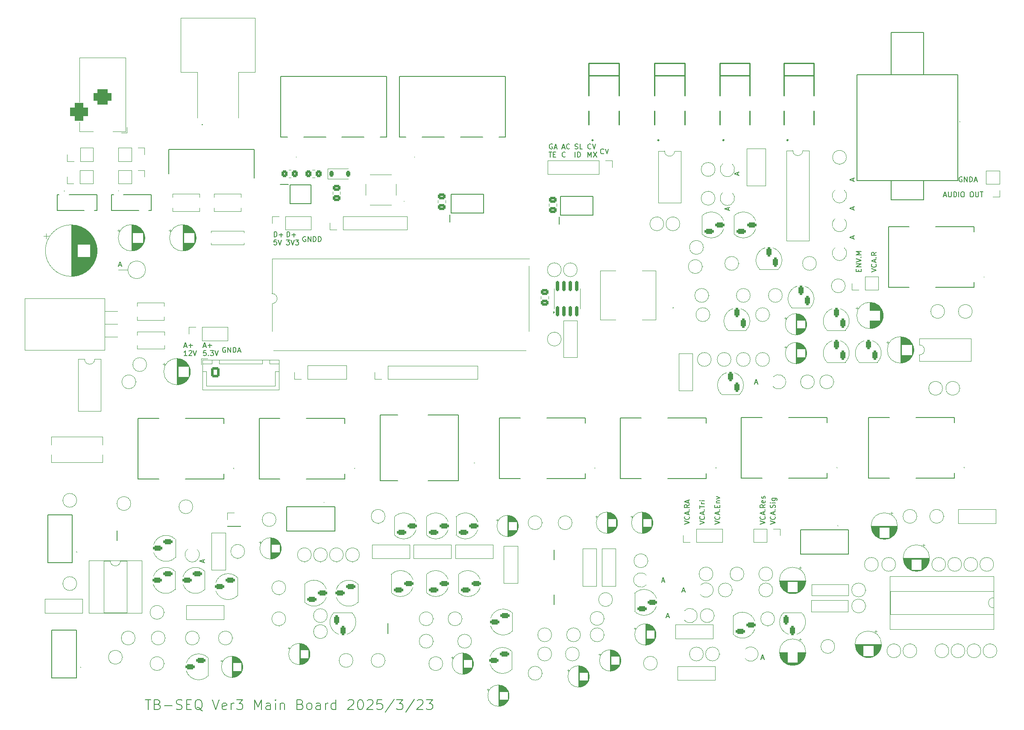
<source format=gto>
G04 #@! TF.GenerationSoftware,KiCad,Pcbnew,8.0.8*
G04 #@! TF.CreationDate,2025-03-23T17:19:21+09:00*
G04 #@! TF.ProjectId,mainBorad,6d61696e-426f-4726-9164-2e6b69636164,rev?*
G04 #@! TF.SameCoordinates,Original*
G04 #@! TF.FileFunction,Legend,Top*
G04 #@! TF.FilePolarity,Positive*
%FSLAX46Y46*%
G04 Gerber Fmt 4.6, Leading zero omitted, Abs format (unit mm)*
G04 Created by KiCad (PCBNEW 8.0.8) date 2025-03-23 17:19:21*
%MOMM*%
%LPD*%
G01*
G04 APERTURE LIST*
G04 Aperture macros list*
%AMRoundRect*
0 Rectangle with rounded corners*
0 $1 Rounding radius*
0 $2 $3 $4 $5 $6 $7 $8 $9 X,Y pos of 4 corners*
0 Add a 4 corners polygon primitive as box body*
4,1,4,$2,$3,$4,$5,$6,$7,$8,$9,$2,$3,0*
0 Add four circle primitives for the rounded corners*
1,1,$1+$1,$2,$3*
1,1,$1+$1,$4,$5*
1,1,$1+$1,$6,$7*
1,1,$1+$1,$8,$9*
0 Add four rect primitives between the rounded corners*
20,1,$1+$1,$2,$3,$4,$5,0*
20,1,$1+$1,$4,$5,$6,$7,0*
20,1,$1+$1,$6,$7,$8,$9,0*
20,1,$1+$1,$8,$9,$2,$3,0*%
G04 Aperture macros list end*
%ADD10C,0.200000*%
%ADD11C,0.150000*%
%ADD12C,0.120000*%
%ADD13C,0.254000*%
%ADD14C,0.100000*%
%ADD15C,1.600000*%
%ADD16O,1.600000X1.600000*%
%ADD17C,2.450000*%
%ADD18C,2.300000*%
%ADD19R,1.600000X2.400000*%
%ADD20O,1.600000X2.400000*%
%ADD21R,1.217000X1.217000*%
%ADD22C,1.217000*%
%ADD23R,1.800000X1.800000*%
%ADD24O,1.800000X1.800000*%
%ADD25C,1.800000*%
%ADD26C,4.455000*%
%ADD27R,1.100000X1.800000*%
%ADD28RoundRect,0.275000X-0.275000X-0.625000X0.275000X-0.625000X0.275000X0.625000X-0.275000X0.625000X0*%
%ADD29R,1.200000X1.200000*%
%ADD30C,1.200000*%
%ADD31R,1.600000X1.600000*%
%ADD32R,2.400000X1.600000*%
%ADD33O,2.400000X1.600000*%
%ADD34R,1.700000X1.700000*%
%ADD35O,1.700000X1.700000*%
%ADD36R,1.800000X1.100000*%
%ADD37RoundRect,0.275000X-0.625000X0.275000X-0.625000X-0.275000X0.625000X-0.275000X0.625000X0.275000X0*%
%ADD38C,1.635000*%
%ADD39RoundRect,0.250000X-0.350000X-0.450000X0.350000X-0.450000X0.350000X0.450000X-0.350000X0.450000X0*%
%ADD40R,2.200000X2.200000*%
%ADD41O,2.200000X2.200000*%
%ADD42RoundRect,0.250000X-0.475000X0.337500X-0.475000X-0.337500X0.475000X-0.337500X0.475000X0.337500X0*%
%ADD43RoundRect,0.275000X0.625000X-0.275000X0.625000X0.275000X-0.625000X0.275000X-0.625000X-0.275000X0*%
%ADD44RoundRect,0.275000X0.275000X0.625000X-0.275000X0.625000X-0.275000X-0.625000X0.275000X-0.625000X0*%
%ADD45R,1.650000X0.700000*%
%ADD46RoundRect,0.250000X-0.600000X-0.725000X0.600000X-0.725000X0.600000X0.725000X-0.600000X0.725000X0*%
%ADD47O,1.700000X1.950000*%
%ADD48R,0.450000X1.475000*%
%ADD49R,2.250000X2.250000*%
%ADD50C,2.250000*%
%ADD51R,1.500000X1.500000*%
%ADD52C,1.500000*%
%ADD53C,4.350000*%
%ADD54C,2.400000*%
%ADD55RoundRect,0.150000X0.150000X-0.825000X0.150000X0.825000X-0.150000X0.825000X-0.150000X-0.825000X0*%
%ADD56R,1.305000X1.305000*%
%ADD57C,1.305000*%
%ADD58C,1.575000*%
%ADD59C,3.500000*%
%ADD60R,2.000000X1.905000*%
%ADD61O,2.000000X1.905000*%
%ADD62R,3.500000X3.500000*%
%ADD63RoundRect,0.750000X-1.000000X0.750000X-1.000000X-0.750000X1.000000X-0.750000X1.000000X0.750000X0*%
%ADD64RoundRect,0.875000X-0.875000X0.875000X-0.875000X-0.875000X0.875000X-0.875000X0.875000X0.875000X0*%
%ADD65RoundRect,0.225000X-0.225000X-0.375000X0.225000X-0.375000X0.225000X0.375000X-0.225000X0.375000X0*%
%ADD66R,2.000000X2.000000*%
%ADD67C,2.000000*%
G04 APERTURE END LIST*
D10*
X50995054Y-145572838D02*
X52137911Y-145572838D01*
X51566482Y-147572838D02*
X51566482Y-145572838D01*
X53471245Y-146525219D02*
X53756959Y-146620457D01*
X53756959Y-146620457D02*
X53852197Y-146715695D01*
X53852197Y-146715695D02*
X53947435Y-146906171D01*
X53947435Y-146906171D02*
X53947435Y-147191885D01*
X53947435Y-147191885D02*
X53852197Y-147382361D01*
X53852197Y-147382361D02*
X53756959Y-147477600D01*
X53756959Y-147477600D02*
X53566483Y-147572838D01*
X53566483Y-147572838D02*
X52804578Y-147572838D01*
X52804578Y-147572838D02*
X52804578Y-145572838D01*
X52804578Y-145572838D02*
X53471245Y-145572838D01*
X53471245Y-145572838D02*
X53661721Y-145668076D01*
X53661721Y-145668076D02*
X53756959Y-145763314D01*
X53756959Y-145763314D02*
X53852197Y-145953790D01*
X53852197Y-145953790D02*
X53852197Y-146144266D01*
X53852197Y-146144266D02*
X53756959Y-146334742D01*
X53756959Y-146334742D02*
X53661721Y-146429980D01*
X53661721Y-146429980D02*
X53471245Y-146525219D01*
X53471245Y-146525219D02*
X52804578Y-146525219D01*
X54804578Y-146810933D02*
X56328388Y-146810933D01*
X57185530Y-147477600D02*
X57471244Y-147572838D01*
X57471244Y-147572838D02*
X57947435Y-147572838D01*
X57947435Y-147572838D02*
X58137911Y-147477600D01*
X58137911Y-147477600D02*
X58233149Y-147382361D01*
X58233149Y-147382361D02*
X58328387Y-147191885D01*
X58328387Y-147191885D02*
X58328387Y-147001409D01*
X58328387Y-147001409D02*
X58233149Y-146810933D01*
X58233149Y-146810933D02*
X58137911Y-146715695D01*
X58137911Y-146715695D02*
X57947435Y-146620457D01*
X57947435Y-146620457D02*
X57566482Y-146525219D01*
X57566482Y-146525219D02*
X57376006Y-146429980D01*
X57376006Y-146429980D02*
X57280768Y-146334742D01*
X57280768Y-146334742D02*
X57185530Y-146144266D01*
X57185530Y-146144266D02*
X57185530Y-145953790D01*
X57185530Y-145953790D02*
X57280768Y-145763314D01*
X57280768Y-145763314D02*
X57376006Y-145668076D01*
X57376006Y-145668076D02*
X57566482Y-145572838D01*
X57566482Y-145572838D02*
X58042673Y-145572838D01*
X58042673Y-145572838D02*
X58328387Y-145668076D01*
X59185530Y-146525219D02*
X59852197Y-146525219D01*
X60137911Y-147572838D02*
X59185530Y-147572838D01*
X59185530Y-147572838D02*
X59185530Y-145572838D01*
X59185530Y-145572838D02*
X60137911Y-145572838D01*
X62328387Y-147763314D02*
X62137911Y-147668076D01*
X62137911Y-147668076D02*
X61947435Y-147477600D01*
X61947435Y-147477600D02*
X61661721Y-147191885D01*
X61661721Y-147191885D02*
X61471244Y-147096647D01*
X61471244Y-147096647D02*
X61280768Y-147096647D01*
X61376006Y-147572838D02*
X61185530Y-147477600D01*
X61185530Y-147477600D02*
X60995054Y-147287123D01*
X60995054Y-147287123D02*
X60899816Y-146906171D01*
X60899816Y-146906171D02*
X60899816Y-146239504D01*
X60899816Y-146239504D02*
X60995054Y-145858552D01*
X60995054Y-145858552D02*
X61185530Y-145668076D01*
X61185530Y-145668076D02*
X61376006Y-145572838D01*
X61376006Y-145572838D02*
X61756959Y-145572838D01*
X61756959Y-145572838D02*
X61947435Y-145668076D01*
X61947435Y-145668076D02*
X62137911Y-145858552D01*
X62137911Y-145858552D02*
X62233149Y-146239504D01*
X62233149Y-146239504D02*
X62233149Y-146906171D01*
X62233149Y-146906171D02*
X62137911Y-147287123D01*
X62137911Y-147287123D02*
X61947435Y-147477600D01*
X61947435Y-147477600D02*
X61756959Y-147572838D01*
X61756959Y-147572838D02*
X61376006Y-147572838D01*
X64328388Y-145572838D02*
X64995054Y-147572838D01*
X64995054Y-147572838D02*
X65661721Y-145572838D01*
X67090293Y-147477600D02*
X66899817Y-147572838D01*
X66899817Y-147572838D02*
X66518864Y-147572838D01*
X66518864Y-147572838D02*
X66328388Y-147477600D01*
X66328388Y-147477600D02*
X66233150Y-147287123D01*
X66233150Y-147287123D02*
X66233150Y-146525219D01*
X66233150Y-146525219D02*
X66328388Y-146334742D01*
X66328388Y-146334742D02*
X66518864Y-146239504D01*
X66518864Y-146239504D02*
X66899817Y-146239504D01*
X66899817Y-146239504D02*
X67090293Y-146334742D01*
X67090293Y-146334742D02*
X67185531Y-146525219D01*
X67185531Y-146525219D02*
X67185531Y-146715695D01*
X67185531Y-146715695D02*
X66233150Y-146906171D01*
X68042674Y-147572838D02*
X68042674Y-146239504D01*
X68042674Y-146620457D02*
X68137912Y-146429980D01*
X68137912Y-146429980D02*
X68233150Y-146334742D01*
X68233150Y-146334742D02*
X68423626Y-146239504D01*
X68423626Y-146239504D02*
X68614103Y-146239504D01*
X69090293Y-145572838D02*
X70328388Y-145572838D01*
X70328388Y-145572838D02*
X69661721Y-146334742D01*
X69661721Y-146334742D02*
X69947436Y-146334742D01*
X69947436Y-146334742D02*
X70137912Y-146429980D01*
X70137912Y-146429980D02*
X70233150Y-146525219D01*
X70233150Y-146525219D02*
X70328388Y-146715695D01*
X70328388Y-146715695D02*
X70328388Y-147191885D01*
X70328388Y-147191885D02*
X70233150Y-147382361D01*
X70233150Y-147382361D02*
X70137912Y-147477600D01*
X70137912Y-147477600D02*
X69947436Y-147572838D01*
X69947436Y-147572838D02*
X69376007Y-147572838D01*
X69376007Y-147572838D02*
X69185531Y-147477600D01*
X69185531Y-147477600D02*
X69090293Y-147382361D01*
X72709341Y-147572838D02*
X72709341Y-145572838D01*
X72709341Y-145572838D02*
X73376008Y-147001409D01*
X73376008Y-147001409D02*
X74042674Y-145572838D01*
X74042674Y-145572838D02*
X74042674Y-147572838D01*
X75852198Y-147572838D02*
X75852198Y-146525219D01*
X75852198Y-146525219D02*
X75756960Y-146334742D01*
X75756960Y-146334742D02*
X75566484Y-146239504D01*
X75566484Y-146239504D02*
X75185531Y-146239504D01*
X75185531Y-146239504D02*
X74995055Y-146334742D01*
X75852198Y-147477600D02*
X75661722Y-147572838D01*
X75661722Y-147572838D02*
X75185531Y-147572838D01*
X75185531Y-147572838D02*
X74995055Y-147477600D01*
X74995055Y-147477600D02*
X74899817Y-147287123D01*
X74899817Y-147287123D02*
X74899817Y-147096647D01*
X74899817Y-147096647D02*
X74995055Y-146906171D01*
X74995055Y-146906171D02*
X75185531Y-146810933D01*
X75185531Y-146810933D02*
X75661722Y-146810933D01*
X75661722Y-146810933D02*
X75852198Y-146715695D01*
X76804579Y-147572838D02*
X76804579Y-146239504D01*
X76804579Y-145572838D02*
X76709341Y-145668076D01*
X76709341Y-145668076D02*
X76804579Y-145763314D01*
X76804579Y-145763314D02*
X76899817Y-145668076D01*
X76899817Y-145668076D02*
X76804579Y-145572838D01*
X76804579Y-145572838D02*
X76804579Y-145763314D01*
X77756960Y-146239504D02*
X77756960Y-147572838D01*
X77756960Y-146429980D02*
X77852198Y-146334742D01*
X77852198Y-146334742D02*
X78042674Y-146239504D01*
X78042674Y-146239504D02*
X78328389Y-146239504D01*
X78328389Y-146239504D02*
X78518865Y-146334742D01*
X78518865Y-146334742D02*
X78614103Y-146525219D01*
X78614103Y-146525219D02*
X78614103Y-147572838D01*
X81756961Y-146525219D02*
X82042675Y-146620457D01*
X82042675Y-146620457D02*
X82137913Y-146715695D01*
X82137913Y-146715695D02*
X82233151Y-146906171D01*
X82233151Y-146906171D02*
X82233151Y-147191885D01*
X82233151Y-147191885D02*
X82137913Y-147382361D01*
X82137913Y-147382361D02*
X82042675Y-147477600D01*
X82042675Y-147477600D02*
X81852199Y-147572838D01*
X81852199Y-147572838D02*
X81090294Y-147572838D01*
X81090294Y-147572838D02*
X81090294Y-145572838D01*
X81090294Y-145572838D02*
X81756961Y-145572838D01*
X81756961Y-145572838D02*
X81947437Y-145668076D01*
X81947437Y-145668076D02*
X82042675Y-145763314D01*
X82042675Y-145763314D02*
X82137913Y-145953790D01*
X82137913Y-145953790D02*
X82137913Y-146144266D01*
X82137913Y-146144266D02*
X82042675Y-146334742D01*
X82042675Y-146334742D02*
X81947437Y-146429980D01*
X81947437Y-146429980D02*
X81756961Y-146525219D01*
X81756961Y-146525219D02*
X81090294Y-146525219D01*
X83376008Y-147572838D02*
X83185532Y-147477600D01*
X83185532Y-147477600D02*
X83090294Y-147382361D01*
X83090294Y-147382361D02*
X82995056Y-147191885D01*
X82995056Y-147191885D02*
X82995056Y-146620457D01*
X82995056Y-146620457D02*
X83090294Y-146429980D01*
X83090294Y-146429980D02*
X83185532Y-146334742D01*
X83185532Y-146334742D02*
X83376008Y-146239504D01*
X83376008Y-146239504D02*
X83661723Y-146239504D01*
X83661723Y-146239504D02*
X83852199Y-146334742D01*
X83852199Y-146334742D02*
X83947437Y-146429980D01*
X83947437Y-146429980D02*
X84042675Y-146620457D01*
X84042675Y-146620457D02*
X84042675Y-147191885D01*
X84042675Y-147191885D02*
X83947437Y-147382361D01*
X83947437Y-147382361D02*
X83852199Y-147477600D01*
X83852199Y-147477600D02*
X83661723Y-147572838D01*
X83661723Y-147572838D02*
X83376008Y-147572838D01*
X85756961Y-147572838D02*
X85756961Y-146525219D01*
X85756961Y-146525219D02*
X85661723Y-146334742D01*
X85661723Y-146334742D02*
X85471247Y-146239504D01*
X85471247Y-146239504D02*
X85090294Y-146239504D01*
X85090294Y-146239504D02*
X84899818Y-146334742D01*
X85756961Y-147477600D02*
X85566485Y-147572838D01*
X85566485Y-147572838D02*
X85090294Y-147572838D01*
X85090294Y-147572838D02*
X84899818Y-147477600D01*
X84899818Y-147477600D02*
X84804580Y-147287123D01*
X84804580Y-147287123D02*
X84804580Y-147096647D01*
X84804580Y-147096647D02*
X84899818Y-146906171D01*
X84899818Y-146906171D02*
X85090294Y-146810933D01*
X85090294Y-146810933D02*
X85566485Y-146810933D01*
X85566485Y-146810933D02*
X85756961Y-146715695D01*
X86709342Y-147572838D02*
X86709342Y-146239504D01*
X86709342Y-146620457D02*
X86804580Y-146429980D01*
X86804580Y-146429980D02*
X86899818Y-146334742D01*
X86899818Y-146334742D02*
X87090294Y-146239504D01*
X87090294Y-146239504D02*
X87280771Y-146239504D01*
X88804580Y-147572838D02*
X88804580Y-145572838D01*
X88804580Y-147477600D02*
X88614104Y-147572838D01*
X88614104Y-147572838D02*
X88233151Y-147572838D01*
X88233151Y-147572838D02*
X88042675Y-147477600D01*
X88042675Y-147477600D02*
X87947437Y-147382361D01*
X87947437Y-147382361D02*
X87852199Y-147191885D01*
X87852199Y-147191885D02*
X87852199Y-146620457D01*
X87852199Y-146620457D02*
X87947437Y-146429980D01*
X87947437Y-146429980D02*
X88042675Y-146334742D01*
X88042675Y-146334742D02*
X88233151Y-146239504D01*
X88233151Y-146239504D02*
X88614104Y-146239504D01*
X88614104Y-146239504D02*
X88804580Y-146334742D01*
X91185533Y-145763314D02*
X91280771Y-145668076D01*
X91280771Y-145668076D02*
X91471247Y-145572838D01*
X91471247Y-145572838D02*
X91947438Y-145572838D01*
X91947438Y-145572838D02*
X92137914Y-145668076D01*
X92137914Y-145668076D02*
X92233152Y-145763314D01*
X92233152Y-145763314D02*
X92328390Y-145953790D01*
X92328390Y-145953790D02*
X92328390Y-146144266D01*
X92328390Y-146144266D02*
X92233152Y-146429980D01*
X92233152Y-146429980D02*
X91090295Y-147572838D01*
X91090295Y-147572838D02*
X92328390Y-147572838D01*
X93566485Y-145572838D02*
X93756962Y-145572838D01*
X93756962Y-145572838D02*
X93947438Y-145668076D01*
X93947438Y-145668076D02*
X94042676Y-145763314D01*
X94042676Y-145763314D02*
X94137914Y-145953790D01*
X94137914Y-145953790D02*
X94233152Y-146334742D01*
X94233152Y-146334742D02*
X94233152Y-146810933D01*
X94233152Y-146810933D02*
X94137914Y-147191885D01*
X94137914Y-147191885D02*
X94042676Y-147382361D01*
X94042676Y-147382361D02*
X93947438Y-147477600D01*
X93947438Y-147477600D02*
X93756962Y-147572838D01*
X93756962Y-147572838D02*
X93566485Y-147572838D01*
X93566485Y-147572838D02*
X93376009Y-147477600D01*
X93376009Y-147477600D02*
X93280771Y-147382361D01*
X93280771Y-147382361D02*
X93185533Y-147191885D01*
X93185533Y-147191885D02*
X93090295Y-146810933D01*
X93090295Y-146810933D02*
X93090295Y-146334742D01*
X93090295Y-146334742D02*
X93185533Y-145953790D01*
X93185533Y-145953790D02*
X93280771Y-145763314D01*
X93280771Y-145763314D02*
X93376009Y-145668076D01*
X93376009Y-145668076D02*
X93566485Y-145572838D01*
X94995057Y-145763314D02*
X95090295Y-145668076D01*
X95090295Y-145668076D02*
X95280771Y-145572838D01*
X95280771Y-145572838D02*
X95756962Y-145572838D01*
X95756962Y-145572838D02*
X95947438Y-145668076D01*
X95947438Y-145668076D02*
X96042676Y-145763314D01*
X96042676Y-145763314D02*
X96137914Y-145953790D01*
X96137914Y-145953790D02*
X96137914Y-146144266D01*
X96137914Y-146144266D02*
X96042676Y-146429980D01*
X96042676Y-146429980D02*
X94899819Y-147572838D01*
X94899819Y-147572838D02*
X96137914Y-147572838D01*
X97947438Y-145572838D02*
X96995057Y-145572838D01*
X96995057Y-145572838D02*
X96899819Y-146525219D01*
X96899819Y-146525219D02*
X96995057Y-146429980D01*
X96995057Y-146429980D02*
X97185533Y-146334742D01*
X97185533Y-146334742D02*
X97661724Y-146334742D01*
X97661724Y-146334742D02*
X97852200Y-146429980D01*
X97852200Y-146429980D02*
X97947438Y-146525219D01*
X97947438Y-146525219D02*
X98042676Y-146715695D01*
X98042676Y-146715695D02*
X98042676Y-147191885D01*
X98042676Y-147191885D02*
X97947438Y-147382361D01*
X97947438Y-147382361D02*
X97852200Y-147477600D01*
X97852200Y-147477600D02*
X97661724Y-147572838D01*
X97661724Y-147572838D02*
X97185533Y-147572838D01*
X97185533Y-147572838D02*
X96995057Y-147477600D01*
X96995057Y-147477600D02*
X96899819Y-147382361D01*
X100328390Y-145477600D02*
X98614105Y-148049028D01*
X100804581Y-145572838D02*
X102042676Y-145572838D01*
X102042676Y-145572838D02*
X101376009Y-146334742D01*
X101376009Y-146334742D02*
X101661724Y-146334742D01*
X101661724Y-146334742D02*
X101852200Y-146429980D01*
X101852200Y-146429980D02*
X101947438Y-146525219D01*
X101947438Y-146525219D02*
X102042676Y-146715695D01*
X102042676Y-146715695D02*
X102042676Y-147191885D01*
X102042676Y-147191885D02*
X101947438Y-147382361D01*
X101947438Y-147382361D02*
X101852200Y-147477600D01*
X101852200Y-147477600D02*
X101661724Y-147572838D01*
X101661724Y-147572838D02*
X101090295Y-147572838D01*
X101090295Y-147572838D02*
X100899819Y-147477600D01*
X100899819Y-147477600D02*
X100804581Y-147382361D01*
X104328390Y-145477600D02*
X102614105Y-148049028D01*
X104899819Y-145763314D02*
X104995057Y-145668076D01*
X104995057Y-145668076D02*
X105185533Y-145572838D01*
X105185533Y-145572838D02*
X105661724Y-145572838D01*
X105661724Y-145572838D02*
X105852200Y-145668076D01*
X105852200Y-145668076D02*
X105947438Y-145763314D01*
X105947438Y-145763314D02*
X106042676Y-145953790D01*
X106042676Y-145953790D02*
X106042676Y-146144266D01*
X106042676Y-146144266D02*
X105947438Y-146429980D01*
X105947438Y-146429980D02*
X104804581Y-147572838D01*
X104804581Y-147572838D02*
X106042676Y-147572838D01*
X106709343Y-145572838D02*
X107947438Y-145572838D01*
X107947438Y-145572838D02*
X107280771Y-146334742D01*
X107280771Y-146334742D02*
X107566486Y-146334742D01*
X107566486Y-146334742D02*
X107756962Y-146429980D01*
X107756962Y-146429980D02*
X107852200Y-146525219D01*
X107852200Y-146525219D02*
X107947438Y-146715695D01*
X107947438Y-146715695D02*
X107947438Y-147191885D01*
X107947438Y-147191885D02*
X107852200Y-147382361D01*
X107852200Y-147382361D02*
X107756962Y-147477600D01*
X107756962Y-147477600D02*
X107566486Y-147572838D01*
X107566486Y-147572838D02*
X106995057Y-147572838D01*
X106995057Y-147572838D02*
X106804581Y-147477600D01*
X106804581Y-147477600D02*
X106709343Y-147382361D01*
D11*
X212860588Y-41917438D02*
X212765350Y-41869819D01*
X212765350Y-41869819D02*
X212622493Y-41869819D01*
X212622493Y-41869819D02*
X212479636Y-41917438D01*
X212479636Y-41917438D02*
X212384398Y-42012676D01*
X212384398Y-42012676D02*
X212336779Y-42107914D01*
X212336779Y-42107914D02*
X212289160Y-42298390D01*
X212289160Y-42298390D02*
X212289160Y-42441247D01*
X212289160Y-42441247D02*
X212336779Y-42631723D01*
X212336779Y-42631723D02*
X212384398Y-42726961D01*
X212384398Y-42726961D02*
X212479636Y-42822200D01*
X212479636Y-42822200D02*
X212622493Y-42869819D01*
X212622493Y-42869819D02*
X212717731Y-42869819D01*
X212717731Y-42869819D02*
X212860588Y-42822200D01*
X212860588Y-42822200D02*
X212908207Y-42774580D01*
X212908207Y-42774580D02*
X212908207Y-42441247D01*
X212908207Y-42441247D02*
X212717731Y-42441247D01*
X213336779Y-42869819D02*
X213336779Y-41869819D01*
X213336779Y-41869819D02*
X213908207Y-42869819D01*
X213908207Y-42869819D02*
X213908207Y-41869819D01*
X214384398Y-42869819D02*
X214384398Y-41869819D01*
X214384398Y-41869819D02*
X214622493Y-41869819D01*
X214622493Y-41869819D02*
X214765350Y-41917438D01*
X214765350Y-41917438D02*
X214860588Y-42012676D01*
X214860588Y-42012676D02*
X214908207Y-42107914D01*
X214908207Y-42107914D02*
X214955826Y-42298390D01*
X214955826Y-42298390D02*
X214955826Y-42441247D01*
X214955826Y-42441247D02*
X214908207Y-42631723D01*
X214908207Y-42631723D02*
X214860588Y-42726961D01*
X214860588Y-42726961D02*
X214765350Y-42822200D01*
X214765350Y-42822200D02*
X214622493Y-42869819D01*
X214622493Y-42869819D02*
X214384398Y-42869819D01*
X215336779Y-42584104D02*
X215812969Y-42584104D01*
X215241541Y-42869819D02*
X215574874Y-41869819D01*
X215574874Y-41869819D02*
X215908207Y-42869819D01*
X174869819Y-110806077D02*
X175869819Y-110472744D01*
X175869819Y-110472744D02*
X174869819Y-110139411D01*
X175774580Y-109234649D02*
X175822200Y-109282268D01*
X175822200Y-109282268D02*
X175869819Y-109425125D01*
X175869819Y-109425125D02*
X175869819Y-109520363D01*
X175869819Y-109520363D02*
X175822200Y-109663220D01*
X175822200Y-109663220D02*
X175726961Y-109758458D01*
X175726961Y-109758458D02*
X175631723Y-109806077D01*
X175631723Y-109806077D02*
X175441247Y-109853696D01*
X175441247Y-109853696D02*
X175298390Y-109853696D01*
X175298390Y-109853696D02*
X175107914Y-109806077D01*
X175107914Y-109806077D02*
X175012676Y-109758458D01*
X175012676Y-109758458D02*
X174917438Y-109663220D01*
X174917438Y-109663220D02*
X174869819Y-109520363D01*
X174869819Y-109520363D02*
X174869819Y-109425125D01*
X174869819Y-109425125D02*
X174917438Y-109282268D01*
X174917438Y-109282268D02*
X174965057Y-109234649D01*
X175584104Y-108853696D02*
X175584104Y-108377506D01*
X175869819Y-108948934D02*
X174869819Y-108615601D01*
X174869819Y-108615601D02*
X175869819Y-108282268D01*
X175774580Y-107948934D02*
X175822200Y-107901315D01*
X175822200Y-107901315D02*
X175869819Y-107948934D01*
X175869819Y-107948934D02*
X175822200Y-107996553D01*
X175822200Y-107996553D02*
X175774580Y-107948934D01*
X175774580Y-107948934D02*
X175869819Y-107948934D01*
X175822200Y-107520363D02*
X175869819Y-107377506D01*
X175869819Y-107377506D02*
X175869819Y-107139411D01*
X175869819Y-107139411D02*
X175822200Y-107044173D01*
X175822200Y-107044173D02*
X175774580Y-106996554D01*
X175774580Y-106996554D02*
X175679342Y-106948935D01*
X175679342Y-106948935D02*
X175584104Y-106948935D01*
X175584104Y-106948935D02*
X175488866Y-106996554D01*
X175488866Y-106996554D02*
X175441247Y-107044173D01*
X175441247Y-107044173D02*
X175393628Y-107139411D01*
X175393628Y-107139411D02*
X175346009Y-107329887D01*
X175346009Y-107329887D02*
X175298390Y-107425125D01*
X175298390Y-107425125D02*
X175250771Y-107472744D01*
X175250771Y-107472744D02*
X175155533Y-107520363D01*
X175155533Y-107520363D02*
X175060295Y-107520363D01*
X175060295Y-107520363D02*
X174965057Y-107472744D01*
X174965057Y-107472744D02*
X174917438Y-107425125D01*
X174917438Y-107425125D02*
X174869819Y-107329887D01*
X174869819Y-107329887D02*
X174869819Y-107091792D01*
X174869819Y-107091792D02*
X174917438Y-106948935D01*
X175869819Y-106520363D02*
X175203152Y-106520363D01*
X174869819Y-106520363D02*
X174917438Y-106567982D01*
X174917438Y-106567982D02*
X174965057Y-106520363D01*
X174965057Y-106520363D02*
X174917438Y-106472744D01*
X174917438Y-106472744D02*
X174869819Y-106520363D01*
X174869819Y-106520363D02*
X174965057Y-106520363D01*
X175203152Y-105615602D02*
X176012676Y-105615602D01*
X176012676Y-105615602D02*
X176107914Y-105663221D01*
X176107914Y-105663221D02*
X176155533Y-105710840D01*
X176155533Y-105710840D02*
X176203152Y-105806078D01*
X176203152Y-105806078D02*
X176203152Y-105948935D01*
X176203152Y-105948935D02*
X176155533Y-106044173D01*
X175822200Y-105615602D02*
X175869819Y-105710840D01*
X175869819Y-105710840D02*
X175869819Y-105901316D01*
X175869819Y-105901316D02*
X175822200Y-105996554D01*
X175822200Y-105996554D02*
X175774580Y-106044173D01*
X175774580Y-106044173D02*
X175679342Y-106091792D01*
X175679342Y-106091792D02*
X175393628Y-106091792D01*
X175393628Y-106091792D02*
X175298390Y-106044173D01*
X175298390Y-106044173D02*
X175250771Y-105996554D01*
X175250771Y-105996554D02*
X175203152Y-105901316D01*
X175203152Y-105901316D02*
X175203152Y-105710840D01*
X175203152Y-105710840D02*
X175250771Y-105615602D01*
X192386009Y-60623220D02*
X192386009Y-60289887D01*
X192909819Y-60147030D02*
X192909819Y-60623220D01*
X192909819Y-60623220D02*
X191909819Y-60623220D01*
X191909819Y-60623220D02*
X191909819Y-60147030D01*
X192909819Y-59718458D02*
X191909819Y-59718458D01*
X191909819Y-59718458D02*
X192909819Y-59147030D01*
X192909819Y-59147030D02*
X191909819Y-59147030D01*
X191909819Y-58813696D02*
X192909819Y-58480363D01*
X192909819Y-58480363D02*
X191909819Y-58147030D01*
X192814580Y-57813696D02*
X192862200Y-57766077D01*
X192862200Y-57766077D02*
X192909819Y-57813696D01*
X192909819Y-57813696D02*
X192862200Y-57861315D01*
X192862200Y-57861315D02*
X192814580Y-57813696D01*
X192814580Y-57813696D02*
X192909819Y-57813696D01*
X192909819Y-57337506D02*
X191909819Y-57337506D01*
X191909819Y-57337506D02*
X192624104Y-57004173D01*
X192624104Y-57004173D02*
X191909819Y-56670840D01*
X191909819Y-56670840D02*
X192909819Y-56670840D01*
X209289160Y-45584104D02*
X209765350Y-45584104D01*
X209193922Y-45869819D02*
X209527255Y-44869819D01*
X209527255Y-44869819D02*
X209860588Y-45869819D01*
X210193922Y-44869819D02*
X210193922Y-45679342D01*
X210193922Y-45679342D02*
X210241541Y-45774580D01*
X210241541Y-45774580D02*
X210289160Y-45822200D01*
X210289160Y-45822200D02*
X210384398Y-45869819D01*
X210384398Y-45869819D02*
X210574874Y-45869819D01*
X210574874Y-45869819D02*
X210670112Y-45822200D01*
X210670112Y-45822200D02*
X210717731Y-45774580D01*
X210717731Y-45774580D02*
X210765350Y-45679342D01*
X210765350Y-45679342D02*
X210765350Y-44869819D01*
X211241541Y-45869819D02*
X211241541Y-44869819D01*
X211241541Y-44869819D02*
X211479636Y-44869819D01*
X211479636Y-44869819D02*
X211622493Y-44917438D01*
X211622493Y-44917438D02*
X211717731Y-45012676D01*
X211717731Y-45012676D02*
X211765350Y-45107914D01*
X211765350Y-45107914D02*
X211812969Y-45298390D01*
X211812969Y-45298390D02*
X211812969Y-45441247D01*
X211812969Y-45441247D02*
X211765350Y-45631723D01*
X211765350Y-45631723D02*
X211717731Y-45726961D01*
X211717731Y-45726961D02*
X211622493Y-45822200D01*
X211622493Y-45822200D02*
X211479636Y-45869819D01*
X211479636Y-45869819D02*
X211241541Y-45869819D01*
X212241541Y-45869819D02*
X212241541Y-44869819D01*
X212908207Y-44869819D02*
X213098683Y-44869819D01*
X213098683Y-44869819D02*
X213193921Y-44917438D01*
X213193921Y-44917438D02*
X213289159Y-45012676D01*
X213289159Y-45012676D02*
X213336778Y-45203152D01*
X213336778Y-45203152D02*
X213336778Y-45536485D01*
X213336778Y-45536485D02*
X213289159Y-45726961D01*
X213289159Y-45726961D02*
X213193921Y-45822200D01*
X213193921Y-45822200D02*
X213098683Y-45869819D01*
X213098683Y-45869819D02*
X212908207Y-45869819D01*
X212908207Y-45869819D02*
X212812969Y-45822200D01*
X212812969Y-45822200D02*
X212717731Y-45726961D01*
X212717731Y-45726961D02*
X212670112Y-45536485D01*
X212670112Y-45536485D02*
X212670112Y-45203152D01*
X212670112Y-45203152D02*
X212717731Y-45012676D01*
X212717731Y-45012676D02*
X212812969Y-44917438D01*
X212812969Y-44917438D02*
X212908207Y-44869819D01*
X214717731Y-44869819D02*
X214908207Y-44869819D01*
X214908207Y-44869819D02*
X215003445Y-44917438D01*
X215003445Y-44917438D02*
X215098683Y-45012676D01*
X215098683Y-45012676D02*
X215146302Y-45203152D01*
X215146302Y-45203152D02*
X215146302Y-45536485D01*
X215146302Y-45536485D02*
X215098683Y-45726961D01*
X215098683Y-45726961D02*
X215003445Y-45822200D01*
X215003445Y-45822200D02*
X214908207Y-45869819D01*
X214908207Y-45869819D02*
X214717731Y-45869819D01*
X214717731Y-45869819D02*
X214622493Y-45822200D01*
X214622493Y-45822200D02*
X214527255Y-45726961D01*
X214527255Y-45726961D02*
X214479636Y-45536485D01*
X214479636Y-45536485D02*
X214479636Y-45203152D01*
X214479636Y-45203152D02*
X214527255Y-45012676D01*
X214527255Y-45012676D02*
X214622493Y-44917438D01*
X214622493Y-44917438D02*
X214717731Y-44869819D01*
X215574874Y-44869819D02*
X215574874Y-45679342D01*
X215574874Y-45679342D02*
X215622493Y-45774580D01*
X215622493Y-45774580D02*
X215670112Y-45822200D01*
X215670112Y-45822200D02*
X215765350Y-45869819D01*
X215765350Y-45869819D02*
X215955826Y-45869819D01*
X215955826Y-45869819D02*
X216051064Y-45822200D01*
X216051064Y-45822200D02*
X216098683Y-45774580D01*
X216098683Y-45774580D02*
X216146302Y-45679342D01*
X216146302Y-45679342D02*
X216146302Y-44869819D01*
X216479636Y-44869819D02*
X217051064Y-44869819D01*
X216765350Y-45869819D02*
X216765350Y-44869819D01*
X157869819Y-110806077D02*
X158869819Y-110472744D01*
X158869819Y-110472744D02*
X157869819Y-110139411D01*
X158774580Y-109234649D02*
X158822200Y-109282268D01*
X158822200Y-109282268D02*
X158869819Y-109425125D01*
X158869819Y-109425125D02*
X158869819Y-109520363D01*
X158869819Y-109520363D02*
X158822200Y-109663220D01*
X158822200Y-109663220D02*
X158726961Y-109758458D01*
X158726961Y-109758458D02*
X158631723Y-109806077D01*
X158631723Y-109806077D02*
X158441247Y-109853696D01*
X158441247Y-109853696D02*
X158298390Y-109853696D01*
X158298390Y-109853696D02*
X158107914Y-109806077D01*
X158107914Y-109806077D02*
X158012676Y-109758458D01*
X158012676Y-109758458D02*
X157917438Y-109663220D01*
X157917438Y-109663220D02*
X157869819Y-109520363D01*
X157869819Y-109520363D02*
X157869819Y-109425125D01*
X157869819Y-109425125D02*
X157917438Y-109282268D01*
X157917438Y-109282268D02*
X157965057Y-109234649D01*
X158584104Y-108853696D02*
X158584104Y-108377506D01*
X158869819Y-108948934D02*
X157869819Y-108615601D01*
X157869819Y-108615601D02*
X158869819Y-108282268D01*
X158774580Y-107948934D02*
X158822200Y-107901315D01*
X158822200Y-107901315D02*
X158869819Y-107948934D01*
X158869819Y-107948934D02*
X158822200Y-107996553D01*
X158822200Y-107996553D02*
X158774580Y-107948934D01*
X158774580Y-107948934D02*
X158869819Y-107948934D01*
X158869819Y-106901316D02*
X158393628Y-107234649D01*
X158869819Y-107472744D02*
X157869819Y-107472744D01*
X157869819Y-107472744D02*
X157869819Y-107091792D01*
X157869819Y-107091792D02*
X157917438Y-106996554D01*
X157917438Y-106996554D02*
X157965057Y-106948935D01*
X157965057Y-106948935D02*
X158060295Y-106901316D01*
X158060295Y-106901316D02*
X158203152Y-106901316D01*
X158203152Y-106901316D02*
X158298390Y-106948935D01*
X158298390Y-106948935D02*
X158346009Y-106996554D01*
X158346009Y-106996554D02*
X158393628Y-107091792D01*
X158393628Y-107091792D02*
X158393628Y-107472744D01*
X158584104Y-106520363D02*
X158584104Y-106044173D01*
X158869819Y-106615601D02*
X157869819Y-106282268D01*
X157869819Y-106282268D02*
X158869819Y-105948935D01*
X66900588Y-75752438D02*
X66805350Y-75704819D01*
X66805350Y-75704819D02*
X66662493Y-75704819D01*
X66662493Y-75704819D02*
X66519636Y-75752438D01*
X66519636Y-75752438D02*
X66424398Y-75847676D01*
X66424398Y-75847676D02*
X66376779Y-75942914D01*
X66376779Y-75942914D02*
X66329160Y-76133390D01*
X66329160Y-76133390D02*
X66329160Y-76276247D01*
X66329160Y-76276247D02*
X66376779Y-76466723D01*
X66376779Y-76466723D02*
X66424398Y-76561961D01*
X66424398Y-76561961D02*
X66519636Y-76657200D01*
X66519636Y-76657200D02*
X66662493Y-76704819D01*
X66662493Y-76704819D02*
X66757731Y-76704819D01*
X66757731Y-76704819D02*
X66900588Y-76657200D01*
X66900588Y-76657200D02*
X66948207Y-76609580D01*
X66948207Y-76609580D02*
X66948207Y-76276247D01*
X66948207Y-76276247D02*
X66757731Y-76276247D01*
X67376779Y-76704819D02*
X67376779Y-75704819D01*
X67376779Y-75704819D02*
X67948207Y-76704819D01*
X67948207Y-76704819D02*
X67948207Y-75704819D01*
X68424398Y-76704819D02*
X68424398Y-75704819D01*
X68424398Y-75704819D02*
X68662493Y-75704819D01*
X68662493Y-75704819D02*
X68805350Y-75752438D01*
X68805350Y-75752438D02*
X68900588Y-75847676D01*
X68900588Y-75847676D02*
X68948207Y-75942914D01*
X68948207Y-75942914D02*
X68995826Y-76133390D01*
X68995826Y-76133390D02*
X68995826Y-76276247D01*
X68995826Y-76276247D02*
X68948207Y-76466723D01*
X68948207Y-76466723D02*
X68900588Y-76561961D01*
X68900588Y-76561961D02*
X68805350Y-76657200D01*
X68805350Y-76657200D02*
X68662493Y-76704819D01*
X68662493Y-76704819D02*
X68424398Y-76704819D01*
X69376779Y-76419104D02*
X69852969Y-76419104D01*
X69281541Y-76704819D02*
X69614874Y-75704819D01*
X69614874Y-75704819D02*
X69948207Y-76704819D01*
X62519160Y-75444160D02*
X62995350Y-75444160D01*
X62423922Y-75729875D02*
X62757255Y-74729875D01*
X62757255Y-74729875D02*
X63090588Y-75729875D01*
X63423922Y-75348922D02*
X64185827Y-75348922D01*
X63804874Y-75729875D02*
X63804874Y-74967970D01*
X63042969Y-76339819D02*
X62566779Y-76339819D01*
X62566779Y-76339819D02*
X62519160Y-76816009D01*
X62519160Y-76816009D02*
X62566779Y-76768390D01*
X62566779Y-76768390D02*
X62662017Y-76720771D01*
X62662017Y-76720771D02*
X62900112Y-76720771D01*
X62900112Y-76720771D02*
X62995350Y-76768390D01*
X62995350Y-76768390D02*
X63042969Y-76816009D01*
X63042969Y-76816009D02*
X63090588Y-76911247D01*
X63090588Y-76911247D02*
X63090588Y-77149342D01*
X63090588Y-77149342D02*
X63042969Y-77244580D01*
X63042969Y-77244580D02*
X62995350Y-77292200D01*
X62995350Y-77292200D02*
X62900112Y-77339819D01*
X62900112Y-77339819D02*
X62662017Y-77339819D01*
X62662017Y-77339819D02*
X62566779Y-77292200D01*
X62566779Y-77292200D02*
X62519160Y-77244580D01*
X63519160Y-77244580D02*
X63566779Y-77292200D01*
X63566779Y-77292200D02*
X63519160Y-77339819D01*
X63519160Y-77339819D02*
X63471541Y-77292200D01*
X63471541Y-77292200D02*
X63519160Y-77244580D01*
X63519160Y-77244580D02*
X63519160Y-77339819D01*
X63900112Y-76339819D02*
X64519159Y-76339819D01*
X64519159Y-76339819D02*
X64185826Y-76720771D01*
X64185826Y-76720771D02*
X64328683Y-76720771D01*
X64328683Y-76720771D02*
X64423921Y-76768390D01*
X64423921Y-76768390D02*
X64471540Y-76816009D01*
X64471540Y-76816009D02*
X64519159Y-76911247D01*
X64519159Y-76911247D02*
X64519159Y-77149342D01*
X64519159Y-77149342D02*
X64471540Y-77244580D01*
X64471540Y-77244580D02*
X64423921Y-77292200D01*
X64423921Y-77292200D02*
X64328683Y-77339819D01*
X64328683Y-77339819D02*
X64042969Y-77339819D01*
X64042969Y-77339819D02*
X63947731Y-77292200D01*
X63947731Y-77292200D02*
X63900112Y-77244580D01*
X64804874Y-76339819D02*
X65138207Y-77339819D01*
X65138207Y-77339819D02*
X65471540Y-76339819D01*
X76536779Y-53764875D02*
X76536779Y-52764875D01*
X76536779Y-52764875D02*
X76774874Y-52764875D01*
X76774874Y-52764875D02*
X76917731Y-52812494D01*
X76917731Y-52812494D02*
X77012969Y-52907732D01*
X77012969Y-52907732D02*
X77060588Y-53002970D01*
X77060588Y-53002970D02*
X77108207Y-53193446D01*
X77108207Y-53193446D02*
X77108207Y-53336303D01*
X77108207Y-53336303D02*
X77060588Y-53526779D01*
X77060588Y-53526779D02*
X77012969Y-53622017D01*
X77012969Y-53622017D02*
X76917731Y-53717256D01*
X76917731Y-53717256D02*
X76774874Y-53764875D01*
X76774874Y-53764875D02*
X76536779Y-53764875D01*
X77536779Y-53383922D02*
X78298684Y-53383922D01*
X77917731Y-53764875D02*
X77917731Y-53002970D01*
X77012969Y-54374819D02*
X76536779Y-54374819D01*
X76536779Y-54374819D02*
X76489160Y-54851009D01*
X76489160Y-54851009D02*
X76536779Y-54803390D01*
X76536779Y-54803390D02*
X76632017Y-54755771D01*
X76632017Y-54755771D02*
X76870112Y-54755771D01*
X76870112Y-54755771D02*
X76965350Y-54803390D01*
X76965350Y-54803390D02*
X77012969Y-54851009D01*
X77012969Y-54851009D02*
X77060588Y-54946247D01*
X77060588Y-54946247D02*
X77060588Y-55184342D01*
X77060588Y-55184342D02*
X77012969Y-55279580D01*
X77012969Y-55279580D02*
X76965350Y-55327200D01*
X76965350Y-55327200D02*
X76870112Y-55374819D01*
X76870112Y-55374819D02*
X76632017Y-55374819D01*
X76632017Y-55374819D02*
X76536779Y-55327200D01*
X76536779Y-55327200D02*
X76489160Y-55279580D01*
X77346303Y-54374819D02*
X77679636Y-55374819D01*
X77679636Y-55374819D02*
X78012969Y-54374819D01*
X139333207Y-36264636D02*
X139285588Y-36312256D01*
X139285588Y-36312256D02*
X139142731Y-36359875D01*
X139142731Y-36359875D02*
X139047493Y-36359875D01*
X139047493Y-36359875D02*
X138904636Y-36312256D01*
X138904636Y-36312256D02*
X138809398Y-36217017D01*
X138809398Y-36217017D02*
X138761779Y-36121779D01*
X138761779Y-36121779D02*
X138714160Y-35931303D01*
X138714160Y-35931303D02*
X138714160Y-35788446D01*
X138714160Y-35788446D02*
X138761779Y-35597970D01*
X138761779Y-35597970D02*
X138809398Y-35502732D01*
X138809398Y-35502732D02*
X138904636Y-35407494D01*
X138904636Y-35407494D02*
X139047493Y-35359875D01*
X139047493Y-35359875D02*
X139142731Y-35359875D01*
X139142731Y-35359875D02*
X139285588Y-35407494D01*
X139285588Y-35407494D02*
X139333207Y-35455113D01*
X139618922Y-35359875D02*
X139952255Y-36359875D01*
X139952255Y-36359875D02*
X140285588Y-35359875D01*
X138761779Y-37969819D02*
X138761779Y-36969819D01*
X138761779Y-36969819D02*
X139095112Y-37684104D01*
X139095112Y-37684104D02*
X139428445Y-36969819D01*
X139428445Y-36969819D02*
X139428445Y-37969819D01*
X139809398Y-36969819D02*
X140476064Y-37969819D01*
X140476064Y-36969819D02*
X139809398Y-37969819D01*
X131665588Y-35407494D02*
X131570350Y-35359875D01*
X131570350Y-35359875D02*
X131427493Y-35359875D01*
X131427493Y-35359875D02*
X131284636Y-35407494D01*
X131284636Y-35407494D02*
X131189398Y-35502732D01*
X131189398Y-35502732D02*
X131141779Y-35597970D01*
X131141779Y-35597970D02*
X131094160Y-35788446D01*
X131094160Y-35788446D02*
X131094160Y-35931303D01*
X131094160Y-35931303D02*
X131141779Y-36121779D01*
X131141779Y-36121779D02*
X131189398Y-36217017D01*
X131189398Y-36217017D02*
X131284636Y-36312256D01*
X131284636Y-36312256D02*
X131427493Y-36359875D01*
X131427493Y-36359875D02*
X131522731Y-36359875D01*
X131522731Y-36359875D02*
X131665588Y-36312256D01*
X131665588Y-36312256D02*
X131713207Y-36264636D01*
X131713207Y-36264636D02*
X131713207Y-35931303D01*
X131713207Y-35931303D02*
X131522731Y-35931303D01*
X132094160Y-36074160D02*
X132570350Y-36074160D01*
X131998922Y-36359875D02*
X132332255Y-35359875D01*
X132332255Y-35359875D02*
X132665588Y-36359875D01*
X130998922Y-36969819D02*
X131570350Y-36969819D01*
X131284636Y-37969819D02*
X131284636Y-36969819D01*
X131903684Y-37446009D02*
X132237017Y-37446009D01*
X132379874Y-37969819D02*
X131903684Y-37969819D01*
X131903684Y-37969819D02*
X131903684Y-36969819D01*
X131903684Y-36969819D02*
X132379874Y-36969819D01*
X133634160Y-36074160D02*
X134110350Y-36074160D01*
X133538922Y-36359875D02*
X133872255Y-35359875D01*
X133872255Y-35359875D02*
X134205588Y-36359875D01*
X135110350Y-36264636D02*
X135062731Y-36312256D01*
X135062731Y-36312256D02*
X134919874Y-36359875D01*
X134919874Y-36359875D02*
X134824636Y-36359875D01*
X134824636Y-36359875D02*
X134681779Y-36312256D01*
X134681779Y-36312256D02*
X134586541Y-36217017D01*
X134586541Y-36217017D02*
X134538922Y-36121779D01*
X134538922Y-36121779D02*
X134491303Y-35931303D01*
X134491303Y-35931303D02*
X134491303Y-35788446D01*
X134491303Y-35788446D02*
X134538922Y-35597970D01*
X134538922Y-35597970D02*
X134586541Y-35502732D01*
X134586541Y-35502732D02*
X134681779Y-35407494D01*
X134681779Y-35407494D02*
X134824636Y-35359875D01*
X134824636Y-35359875D02*
X134919874Y-35359875D01*
X134919874Y-35359875D02*
X135062731Y-35407494D01*
X135062731Y-35407494D02*
X135110350Y-35455113D01*
X134253207Y-37874580D02*
X134205588Y-37922200D01*
X134205588Y-37922200D02*
X134062731Y-37969819D01*
X134062731Y-37969819D02*
X133967493Y-37969819D01*
X133967493Y-37969819D02*
X133824636Y-37922200D01*
X133824636Y-37922200D02*
X133729398Y-37826961D01*
X133729398Y-37826961D02*
X133681779Y-37731723D01*
X133681779Y-37731723D02*
X133634160Y-37541247D01*
X133634160Y-37541247D02*
X133634160Y-37398390D01*
X133634160Y-37398390D02*
X133681779Y-37207914D01*
X133681779Y-37207914D02*
X133729398Y-37112676D01*
X133729398Y-37112676D02*
X133824636Y-37017438D01*
X133824636Y-37017438D02*
X133967493Y-36969819D01*
X133967493Y-36969819D02*
X134062731Y-36969819D01*
X134062731Y-36969819D02*
X134205588Y-37017438D01*
X134205588Y-37017438D02*
X134253207Y-37065057D01*
X141873207Y-37239580D02*
X141825588Y-37287200D01*
X141825588Y-37287200D02*
X141682731Y-37334819D01*
X141682731Y-37334819D02*
X141587493Y-37334819D01*
X141587493Y-37334819D02*
X141444636Y-37287200D01*
X141444636Y-37287200D02*
X141349398Y-37191961D01*
X141349398Y-37191961D02*
X141301779Y-37096723D01*
X141301779Y-37096723D02*
X141254160Y-36906247D01*
X141254160Y-36906247D02*
X141254160Y-36763390D01*
X141254160Y-36763390D02*
X141301779Y-36572914D01*
X141301779Y-36572914D02*
X141349398Y-36477676D01*
X141349398Y-36477676D02*
X141444636Y-36382438D01*
X141444636Y-36382438D02*
X141587493Y-36334819D01*
X141587493Y-36334819D02*
X141682731Y-36334819D01*
X141682731Y-36334819D02*
X141825588Y-36382438D01*
X141825588Y-36382438D02*
X141873207Y-36430057D01*
X142158922Y-36334819D02*
X142492255Y-37334819D01*
X142492255Y-37334819D02*
X142825588Y-36334819D01*
X163869819Y-110806077D02*
X164869819Y-110472744D01*
X164869819Y-110472744D02*
X163869819Y-110139411D01*
X164774580Y-109234649D02*
X164822200Y-109282268D01*
X164822200Y-109282268D02*
X164869819Y-109425125D01*
X164869819Y-109425125D02*
X164869819Y-109520363D01*
X164869819Y-109520363D02*
X164822200Y-109663220D01*
X164822200Y-109663220D02*
X164726961Y-109758458D01*
X164726961Y-109758458D02*
X164631723Y-109806077D01*
X164631723Y-109806077D02*
X164441247Y-109853696D01*
X164441247Y-109853696D02*
X164298390Y-109853696D01*
X164298390Y-109853696D02*
X164107914Y-109806077D01*
X164107914Y-109806077D02*
X164012676Y-109758458D01*
X164012676Y-109758458D02*
X163917438Y-109663220D01*
X163917438Y-109663220D02*
X163869819Y-109520363D01*
X163869819Y-109520363D02*
X163869819Y-109425125D01*
X163869819Y-109425125D02*
X163917438Y-109282268D01*
X163917438Y-109282268D02*
X163965057Y-109234649D01*
X164584104Y-108853696D02*
X164584104Y-108377506D01*
X164869819Y-108948934D02*
X163869819Y-108615601D01*
X163869819Y-108615601D02*
X164869819Y-108282268D01*
X164774580Y-107948934D02*
X164822200Y-107901315D01*
X164822200Y-107901315D02*
X164869819Y-107948934D01*
X164869819Y-107948934D02*
X164822200Y-107996553D01*
X164822200Y-107996553D02*
X164774580Y-107948934D01*
X164774580Y-107948934D02*
X164869819Y-107948934D01*
X164346009Y-107472744D02*
X164346009Y-107139411D01*
X164869819Y-106996554D02*
X164869819Y-107472744D01*
X164869819Y-107472744D02*
X163869819Y-107472744D01*
X163869819Y-107472744D02*
X163869819Y-106996554D01*
X164203152Y-106567982D02*
X164869819Y-106567982D01*
X164298390Y-106567982D02*
X164250771Y-106520363D01*
X164250771Y-106520363D02*
X164203152Y-106425125D01*
X164203152Y-106425125D02*
X164203152Y-106282268D01*
X164203152Y-106282268D02*
X164250771Y-106187030D01*
X164250771Y-106187030D02*
X164346009Y-106139411D01*
X164346009Y-106139411D02*
X164869819Y-106139411D01*
X164203152Y-105758458D02*
X164869819Y-105520363D01*
X164869819Y-105520363D02*
X164203152Y-105282268D01*
X58709160Y-75444160D02*
X59185350Y-75444160D01*
X58613922Y-75729875D02*
X58947255Y-74729875D01*
X58947255Y-74729875D02*
X59280588Y-75729875D01*
X59613922Y-75348922D02*
X60375827Y-75348922D01*
X59994874Y-75729875D02*
X59994874Y-74967970D01*
X59280588Y-77339819D02*
X58709160Y-77339819D01*
X58994874Y-77339819D02*
X58994874Y-76339819D01*
X58994874Y-76339819D02*
X58899636Y-76482676D01*
X58899636Y-76482676D02*
X58804398Y-76577914D01*
X58804398Y-76577914D02*
X58709160Y-76625533D01*
X59661541Y-76435057D02*
X59709160Y-76387438D01*
X59709160Y-76387438D02*
X59804398Y-76339819D01*
X59804398Y-76339819D02*
X60042493Y-76339819D01*
X60042493Y-76339819D02*
X60137731Y-76387438D01*
X60137731Y-76387438D02*
X60185350Y-76435057D01*
X60185350Y-76435057D02*
X60232969Y-76530295D01*
X60232969Y-76530295D02*
X60232969Y-76625533D01*
X60232969Y-76625533D02*
X60185350Y-76768390D01*
X60185350Y-76768390D02*
X59613922Y-77339819D01*
X59613922Y-77339819D02*
X60232969Y-77339819D01*
X60518684Y-76339819D02*
X60852017Y-77339819D01*
X60852017Y-77339819D02*
X61185350Y-76339819D01*
X160869819Y-110806077D02*
X161869819Y-110472744D01*
X161869819Y-110472744D02*
X160869819Y-110139411D01*
X161774580Y-109234649D02*
X161822200Y-109282268D01*
X161822200Y-109282268D02*
X161869819Y-109425125D01*
X161869819Y-109425125D02*
X161869819Y-109520363D01*
X161869819Y-109520363D02*
X161822200Y-109663220D01*
X161822200Y-109663220D02*
X161726961Y-109758458D01*
X161726961Y-109758458D02*
X161631723Y-109806077D01*
X161631723Y-109806077D02*
X161441247Y-109853696D01*
X161441247Y-109853696D02*
X161298390Y-109853696D01*
X161298390Y-109853696D02*
X161107914Y-109806077D01*
X161107914Y-109806077D02*
X161012676Y-109758458D01*
X161012676Y-109758458D02*
X160917438Y-109663220D01*
X160917438Y-109663220D02*
X160869819Y-109520363D01*
X160869819Y-109520363D02*
X160869819Y-109425125D01*
X160869819Y-109425125D02*
X160917438Y-109282268D01*
X160917438Y-109282268D02*
X160965057Y-109234649D01*
X161584104Y-108853696D02*
X161584104Y-108377506D01*
X161869819Y-108948934D02*
X160869819Y-108615601D01*
X160869819Y-108615601D02*
X161869819Y-108282268D01*
X161774580Y-107948934D02*
X161822200Y-107901315D01*
X161822200Y-107901315D02*
X161869819Y-107948934D01*
X161869819Y-107948934D02*
X161822200Y-107996553D01*
X161822200Y-107996553D02*
X161774580Y-107948934D01*
X161774580Y-107948934D02*
X161869819Y-107948934D01*
X160869819Y-107615601D02*
X160869819Y-107044173D01*
X161869819Y-107329887D02*
X160869819Y-107329887D01*
X161869819Y-106710839D02*
X161203152Y-106710839D01*
X161393628Y-106710839D02*
X161298390Y-106663220D01*
X161298390Y-106663220D02*
X161250771Y-106615601D01*
X161250771Y-106615601D02*
X161203152Y-106520363D01*
X161203152Y-106520363D02*
X161203152Y-106425125D01*
X161869819Y-106091791D02*
X161203152Y-106091791D01*
X160869819Y-106091791D02*
X160917438Y-106139410D01*
X160917438Y-106139410D02*
X160965057Y-106091791D01*
X160965057Y-106091791D02*
X160917438Y-106044172D01*
X160917438Y-106044172D02*
X160869819Y-106091791D01*
X160869819Y-106091791D02*
X160965057Y-106091791D01*
X194909819Y-60766077D02*
X195909819Y-60432744D01*
X195909819Y-60432744D02*
X194909819Y-60099411D01*
X195814580Y-59194649D02*
X195862200Y-59242268D01*
X195862200Y-59242268D02*
X195909819Y-59385125D01*
X195909819Y-59385125D02*
X195909819Y-59480363D01*
X195909819Y-59480363D02*
X195862200Y-59623220D01*
X195862200Y-59623220D02*
X195766961Y-59718458D01*
X195766961Y-59718458D02*
X195671723Y-59766077D01*
X195671723Y-59766077D02*
X195481247Y-59813696D01*
X195481247Y-59813696D02*
X195338390Y-59813696D01*
X195338390Y-59813696D02*
X195147914Y-59766077D01*
X195147914Y-59766077D02*
X195052676Y-59718458D01*
X195052676Y-59718458D02*
X194957438Y-59623220D01*
X194957438Y-59623220D02*
X194909819Y-59480363D01*
X194909819Y-59480363D02*
X194909819Y-59385125D01*
X194909819Y-59385125D02*
X194957438Y-59242268D01*
X194957438Y-59242268D02*
X195005057Y-59194649D01*
X195624104Y-58813696D02*
X195624104Y-58337506D01*
X195909819Y-58908934D02*
X194909819Y-58575601D01*
X194909819Y-58575601D02*
X195909819Y-58242268D01*
X195814580Y-57908934D02*
X195862200Y-57861315D01*
X195862200Y-57861315D02*
X195909819Y-57908934D01*
X195909819Y-57908934D02*
X195862200Y-57956553D01*
X195862200Y-57956553D02*
X195814580Y-57908934D01*
X195814580Y-57908934D02*
X195909819Y-57908934D01*
X195909819Y-56861316D02*
X195433628Y-57194649D01*
X195909819Y-57432744D02*
X194909819Y-57432744D01*
X194909819Y-57432744D02*
X194909819Y-57051792D01*
X194909819Y-57051792D02*
X194957438Y-56956554D01*
X194957438Y-56956554D02*
X195005057Y-56908935D01*
X195005057Y-56908935D02*
X195100295Y-56861316D01*
X195100295Y-56861316D02*
X195243152Y-56861316D01*
X195243152Y-56861316D02*
X195338390Y-56908935D01*
X195338390Y-56908935D02*
X195386009Y-56956554D01*
X195386009Y-56956554D02*
X195433628Y-57051792D01*
X195433628Y-57051792D02*
X195433628Y-57432744D01*
X82775588Y-53787438D02*
X82680350Y-53739819D01*
X82680350Y-53739819D02*
X82537493Y-53739819D01*
X82537493Y-53739819D02*
X82394636Y-53787438D01*
X82394636Y-53787438D02*
X82299398Y-53882676D01*
X82299398Y-53882676D02*
X82251779Y-53977914D01*
X82251779Y-53977914D02*
X82204160Y-54168390D01*
X82204160Y-54168390D02*
X82204160Y-54311247D01*
X82204160Y-54311247D02*
X82251779Y-54501723D01*
X82251779Y-54501723D02*
X82299398Y-54596961D01*
X82299398Y-54596961D02*
X82394636Y-54692200D01*
X82394636Y-54692200D02*
X82537493Y-54739819D01*
X82537493Y-54739819D02*
X82632731Y-54739819D01*
X82632731Y-54739819D02*
X82775588Y-54692200D01*
X82775588Y-54692200D02*
X82823207Y-54644580D01*
X82823207Y-54644580D02*
X82823207Y-54311247D01*
X82823207Y-54311247D02*
X82632731Y-54311247D01*
X83251779Y-54739819D02*
X83251779Y-53739819D01*
X83251779Y-53739819D02*
X83823207Y-54739819D01*
X83823207Y-54739819D02*
X83823207Y-53739819D01*
X84299398Y-54739819D02*
X84299398Y-53739819D01*
X84299398Y-53739819D02*
X84537493Y-53739819D01*
X84537493Y-53739819D02*
X84680350Y-53787438D01*
X84680350Y-53787438D02*
X84775588Y-53882676D01*
X84775588Y-53882676D02*
X84823207Y-53977914D01*
X84823207Y-53977914D02*
X84870826Y-54168390D01*
X84870826Y-54168390D02*
X84870826Y-54311247D01*
X84870826Y-54311247D02*
X84823207Y-54501723D01*
X84823207Y-54501723D02*
X84775588Y-54596961D01*
X84775588Y-54596961D02*
X84680350Y-54692200D01*
X84680350Y-54692200D02*
X84537493Y-54739819D01*
X84537493Y-54739819D02*
X84299398Y-54739819D01*
X85299398Y-54739819D02*
X85299398Y-53739819D01*
X85299398Y-53739819D02*
X85537493Y-53739819D01*
X85537493Y-53739819D02*
X85680350Y-53787438D01*
X85680350Y-53787438D02*
X85775588Y-53882676D01*
X85775588Y-53882676D02*
X85823207Y-53977914D01*
X85823207Y-53977914D02*
X85870826Y-54168390D01*
X85870826Y-54168390D02*
X85870826Y-54311247D01*
X85870826Y-54311247D02*
X85823207Y-54501723D01*
X85823207Y-54501723D02*
X85775588Y-54596961D01*
X85775588Y-54596961D02*
X85680350Y-54692200D01*
X85680350Y-54692200D02*
X85537493Y-54739819D01*
X85537493Y-54739819D02*
X85299398Y-54739819D01*
X172869819Y-110806077D02*
X173869819Y-110472744D01*
X173869819Y-110472744D02*
X172869819Y-110139411D01*
X173774580Y-109234649D02*
X173822200Y-109282268D01*
X173822200Y-109282268D02*
X173869819Y-109425125D01*
X173869819Y-109425125D02*
X173869819Y-109520363D01*
X173869819Y-109520363D02*
X173822200Y-109663220D01*
X173822200Y-109663220D02*
X173726961Y-109758458D01*
X173726961Y-109758458D02*
X173631723Y-109806077D01*
X173631723Y-109806077D02*
X173441247Y-109853696D01*
X173441247Y-109853696D02*
X173298390Y-109853696D01*
X173298390Y-109853696D02*
X173107914Y-109806077D01*
X173107914Y-109806077D02*
X173012676Y-109758458D01*
X173012676Y-109758458D02*
X172917438Y-109663220D01*
X172917438Y-109663220D02*
X172869819Y-109520363D01*
X172869819Y-109520363D02*
X172869819Y-109425125D01*
X172869819Y-109425125D02*
X172917438Y-109282268D01*
X172917438Y-109282268D02*
X172965057Y-109234649D01*
X173584104Y-108853696D02*
X173584104Y-108377506D01*
X173869819Y-108948934D02*
X172869819Y-108615601D01*
X172869819Y-108615601D02*
X173869819Y-108282268D01*
X173774580Y-107948934D02*
X173822200Y-107901315D01*
X173822200Y-107901315D02*
X173869819Y-107948934D01*
X173869819Y-107948934D02*
X173822200Y-107996553D01*
X173822200Y-107996553D02*
X173774580Y-107948934D01*
X173774580Y-107948934D02*
X173869819Y-107948934D01*
X173869819Y-106901316D02*
X173393628Y-107234649D01*
X173869819Y-107472744D02*
X172869819Y-107472744D01*
X172869819Y-107472744D02*
X172869819Y-107091792D01*
X172869819Y-107091792D02*
X172917438Y-106996554D01*
X172917438Y-106996554D02*
X172965057Y-106948935D01*
X172965057Y-106948935D02*
X173060295Y-106901316D01*
X173060295Y-106901316D02*
X173203152Y-106901316D01*
X173203152Y-106901316D02*
X173298390Y-106948935D01*
X173298390Y-106948935D02*
X173346009Y-106996554D01*
X173346009Y-106996554D02*
X173393628Y-107091792D01*
X173393628Y-107091792D02*
X173393628Y-107472744D01*
X173822200Y-106091792D02*
X173869819Y-106187030D01*
X173869819Y-106187030D02*
X173869819Y-106377506D01*
X173869819Y-106377506D02*
X173822200Y-106472744D01*
X173822200Y-106472744D02*
X173726961Y-106520363D01*
X173726961Y-106520363D02*
X173346009Y-106520363D01*
X173346009Y-106520363D02*
X173250771Y-106472744D01*
X173250771Y-106472744D02*
X173203152Y-106377506D01*
X173203152Y-106377506D02*
X173203152Y-106187030D01*
X173203152Y-106187030D02*
X173250771Y-106091792D01*
X173250771Y-106091792D02*
X173346009Y-106044173D01*
X173346009Y-106044173D02*
X173441247Y-106044173D01*
X173441247Y-106044173D02*
X173536485Y-106520363D01*
X173822200Y-105663220D02*
X173869819Y-105567982D01*
X173869819Y-105567982D02*
X173869819Y-105377506D01*
X173869819Y-105377506D02*
X173822200Y-105282268D01*
X173822200Y-105282268D02*
X173726961Y-105234649D01*
X173726961Y-105234649D02*
X173679342Y-105234649D01*
X173679342Y-105234649D02*
X173584104Y-105282268D01*
X173584104Y-105282268D02*
X173536485Y-105377506D01*
X173536485Y-105377506D02*
X173536485Y-105520363D01*
X173536485Y-105520363D02*
X173488866Y-105615601D01*
X173488866Y-105615601D02*
X173393628Y-105663220D01*
X173393628Y-105663220D02*
X173346009Y-105663220D01*
X173346009Y-105663220D02*
X173250771Y-105615601D01*
X173250771Y-105615601D02*
X173203152Y-105520363D01*
X173203152Y-105520363D02*
X173203152Y-105377506D01*
X173203152Y-105377506D02*
X173250771Y-105282268D01*
X136174160Y-36312256D02*
X136317017Y-36359875D01*
X136317017Y-36359875D02*
X136555112Y-36359875D01*
X136555112Y-36359875D02*
X136650350Y-36312256D01*
X136650350Y-36312256D02*
X136697969Y-36264636D01*
X136697969Y-36264636D02*
X136745588Y-36169398D01*
X136745588Y-36169398D02*
X136745588Y-36074160D01*
X136745588Y-36074160D02*
X136697969Y-35978922D01*
X136697969Y-35978922D02*
X136650350Y-35931303D01*
X136650350Y-35931303D02*
X136555112Y-35883684D01*
X136555112Y-35883684D02*
X136364636Y-35836065D01*
X136364636Y-35836065D02*
X136269398Y-35788446D01*
X136269398Y-35788446D02*
X136221779Y-35740827D01*
X136221779Y-35740827D02*
X136174160Y-35645589D01*
X136174160Y-35645589D02*
X136174160Y-35550351D01*
X136174160Y-35550351D02*
X136221779Y-35455113D01*
X136221779Y-35455113D02*
X136269398Y-35407494D01*
X136269398Y-35407494D02*
X136364636Y-35359875D01*
X136364636Y-35359875D02*
X136602731Y-35359875D01*
X136602731Y-35359875D02*
X136745588Y-35407494D01*
X137650350Y-36359875D02*
X137174160Y-36359875D01*
X137174160Y-36359875D02*
X137174160Y-35359875D01*
X136221779Y-37969819D02*
X136221779Y-36969819D01*
X136697969Y-37969819D02*
X136697969Y-36969819D01*
X136697969Y-36969819D02*
X136936064Y-36969819D01*
X136936064Y-36969819D02*
X137078921Y-37017438D01*
X137078921Y-37017438D02*
X137174159Y-37112676D01*
X137174159Y-37112676D02*
X137221778Y-37207914D01*
X137221778Y-37207914D02*
X137269397Y-37398390D01*
X137269397Y-37398390D02*
X137269397Y-37541247D01*
X137269397Y-37541247D02*
X137221778Y-37731723D01*
X137221778Y-37731723D02*
X137174159Y-37826961D01*
X137174159Y-37826961D02*
X137078921Y-37922200D01*
X137078921Y-37922200D02*
X136936064Y-37969819D01*
X136936064Y-37969819D02*
X136697969Y-37969819D01*
X79076779Y-53764875D02*
X79076779Y-52764875D01*
X79076779Y-52764875D02*
X79314874Y-52764875D01*
X79314874Y-52764875D02*
X79457731Y-52812494D01*
X79457731Y-52812494D02*
X79552969Y-52907732D01*
X79552969Y-52907732D02*
X79600588Y-53002970D01*
X79600588Y-53002970D02*
X79648207Y-53193446D01*
X79648207Y-53193446D02*
X79648207Y-53336303D01*
X79648207Y-53336303D02*
X79600588Y-53526779D01*
X79600588Y-53526779D02*
X79552969Y-53622017D01*
X79552969Y-53622017D02*
X79457731Y-53717256D01*
X79457731Y-53717256D02*
X79314874Y-53764875D01*
X79314874Y-53764875D02*
X79076779Y-53764875D01*
X80076779Y-53383922D02*
X80838684Y-53383922D01*
X80457731Y-53764875D02*
X80457731Y-53002970D01*
X78981541Y-54374819D02*
X79600588Y-54374819D01*
X79600588Y-54374819D02*
X79267255Y-54755771D01*
X79267255Y-54755771D02*
X79410112Y-54755771D01*
X79410112Y-54755771D02*
X79505350Y-54803390D01*
X79505350Y-54803390D02*
X79552969Y-54851009D01*
X79552969Y-54851009D02*
X79600588Y-54946247D01*
X79600588Y-54946247D02*
X79600588Y-55184342D01*
X79600588Y-55184342D02*
X79552969Y-55279580D01*
X79552969Y-55279580D02*
X79505350Y-55327200D01*
X79505350Y-55327200D02*
X79410112Y-55374819D01*
X79410112Y-55374819D02*
X79124398Y-55374819D01*
X79124398Y-55374819D02*
X79029160Y-55327200D01*
X79029160Y-55327200D02*
X78981541Y-55279580D01*
X79886303Y-54374819D02*
X80219636Y-55374819D01*
X80219636Y-55374819D02*
X80552969Y-54374819D01*
X80791065Y-54374819D02*
X81410112Y-54374819D01*
X81410112Y-54374819D02*
X81076779Y-54755771D01*
X81076779Y-54755771D02*
X81219636Y-54755771D01*
X81219636Y-54755771D02*
X81314874Y-54803390D01*
X81314874Y-54803390D02*
X81362493Y-54851009D01*
X81362493Y-54851009D02*
X81410112Y-54946247D01*
X81410112Y-54946247D02*
X81410112Y-55184342D01*
X81410112Y-55184342D02*
X81362493Y-55279580D01*
X81362493Y-55279580D02*
X81314874Y-55327200D01*
X81314874Y-55327200D02*
X81219636Y-55374819D01*
X81219636Y-55374819D02*
X80933922Y-55374819D01*
X80933922Y-55374819D02*
X80838684Y-55327200D01*
X80838684Y-55327200D02*
X80791065Y-55279580D01*
X171851905Y-82719104D02*
X172328095Y-82719104D01*
X171756667Y-83004819D02*
X172090000Y-82004819D01*
X172090000Y-82004819D02*
X172423333Y-83004819D01*
X45794105Y-59394104D02*
X46270295Y-59394104D01*
X45698867Y-59679819D02*
X46032200Y-58679819D01*
X46032200Y-58679819D02*
X46365533Y-59679819D01*
X157471905Y-123994104D02*
X157948095Y-123994104D01*
X157376667Y-124279819D02*
X157710000Y-123279819D01*
X157710000Y-123279819D02*
X158043333Y-124279819D01*
X191304104Y-48403094D02*
X191304104Y-47926904D01*
X191589819Y-48498332D02*
X190589819Y-48164999D01*
X190589819Y-48164999D02*
X191589819Y-47831666D01*
X191304104Y-42688094D02*
X191304104Y-42211904D01*
X191589819Y-42783332D02*
X190589819Y-42449999D01*
X190589819Y-42449999D02*
X191589819Y-42116666D01*
X154296905Y-129074104D02*
X154773095Y-129074104D01*
X154201667Y-129359819D02*
X154535000Y-128359819D01*
X154535000Y-128359819D02*
X154868333Y-129359819D01*
X191304104Y-54118094D02*
X191304104Y-53641904D01*
X191589819Y-54213332D02*
X190589819Y-53879999D01*
X190589819Y-53879999D02*
X191589819Y-53546666D01*
X153426905Y-122009104D02*
X153903095Y-122009104D01*
X153331667Y-122294819D02*
X153665000Y-121294819D01*
X153665000Y-121294819D02*
X153998333Y-122294819D01*
X168444104Y-41513094D02*
X168444104Y-41036904D01*
X168729819Y-41608332D02*
X167729819Y-41274999D01*
X167729819Y-41274999D02*
X168729819Y-40941666D01*
X173116905Y-137329104D02*
X173593095Y-137329104D01*
X173021667Y-137614819D02*
X173355000Y-136614819D01*
X173355000Y-136614819D02*
X173688333Y-137614819D01*
X166539104Y-48498094D02*
X166539104Y-48021904D01*
X166824819Y-48593332D02*
X165824819Y-48259999D01*
X165824819Y-48259999D02*
X166824819Y-47926666D01*
X62514104Y-118348094D02*
X62514104Y-117871904D01*
X62799819Y-118443332D02*
X61799819Y-118109999D01*
X61799819Y-118109999D02*
X62799819Y-117776666D01*
D12*
X69330000Y-117535000D02*
X69330000Y-117605000D01*
X70700000Y-116165000D02*
G75*
G02*
X67960000Y-116165000I-1370000J0D01*
G01*
X67960000Y-116165000D02*
G75*
G02*
X70700000Y-116165000I1370000J0D01*
G01*
D13*
X151970000Y-19305000D02*
X151970000Y-21805000D01*
X151970000Y-19305000D02*
X157970000Y-19305000D01*
X151970000Y-21805000D02*
X151970000Y-25748000D01*
X151970000Y-21805000D02*
X157970000Y-21805000D01*
X151970000Y-28858000D02*
X151970000Y-31505000D01*
X157970000Y-21805000D02*
X157970000Y-19305000D01*
X157970000Y-21805000D02*
X157970000Y-25748000D01*
X157970000Y-28858000D02*
X157970000Y-31505000D01*
X152816000Y-34623000D02*
G75*
G02*
X152602000Y-34623000I-107000J0D01*
G01*
X152602000Y-34623000D02*
G75*
G02*
X152816000Y-34623000I107000J0D01*
G01*
D12*
X166905000Y-120650000D02*
X166835000Y-120650000D01*
X169645000Y-120650000D02*
G75*
G02*
X166905000Y-120650000I-1370000J0D01*
G01*
X166905000Y-120650000D02*
G75*
G02*
X169645000Y-120650000I1370000J0D01*
G01*
X77470000Y-124745000D02*
X77470000Y-124815000D01*
X78840000Y-123375000D02*
G75*
G02*
X76100000Y-123375000I-1370000J0D01*
G01*
X76100000Y-123375000D02*
G75*
G02*
X78840000Y-123375000I1370000J0D01*
G01*
X54710000Y-138430000D02*
X54780000Y-138430000D01*
X54710000Y-138430000D02*
G75*
G02*
X51970000Y-138430000I-1370000J0D01*
G01*
X51970000Y-138430000D02*
G75*
G02*
X54710000Y-138430000I1370000J0D01*
G01*
X198620000Y-121115000D02*
X198620000Y-131615000D01*
X198620000Y-131615000D02*
X219180000Y-131615000D01*
X198680000Y-124115000D02*
X198680000Y-128615000D01*
X198680000Y-128615000D02*
X219120000Y-128615000D01*
X219120000Y-124115000D02*
X198680000Y-124115000D01*
X219120000Y-125365000D02*
X219120000Y-124115000D01*
X219120000Y-128615000D02*
X219120000Y-127365000D01*
X219180000Y-121115000D02*
X198620000Y-121115000D01*
X219180000Y-131615000D02*
X219180000Y-121115000D01*
X219120000Y-127365000D02*
G75*
G02*
X219120000Y-125365000I0J1000000D01*
G01*
D10*
X32505000Y-131760000D02*
X37335000Y-131760000D01*
X32505000Y-141290000D02*
X32505000Y-131760000D01*
X37335000Y-131760000D02*
X37335000Y-141290000D01*
X37335000Y-141290000D02*
X32505000Y-141290000D01*
D14*
X38125000Y-139125000D02*
X38125000Y-139125000D01*
X38225000Y-139125000D02*
X38225000Y-139125000D01*
X38125000Y-139125000D02*
G75*
G02*
X38225000Y-139125000I50000J0D01*
G01*
X38225000Y-139125000D02*
G75*
G02*
X38125000Y-139125000I-50000J0D01*
G01*
D13*
X164850000Y-19305000D02*
X164850000Y-21805000D01*
X164850000Y-19305000D02*
X170850000Y-19305000D01*
X164850000Y-21805000D02*
X164850000Y-25748000D01*
X164850000Y-21805000D02*
X170850000Y-21805000D01*
X164850000Y-28858000D02*
X164850000Y-31505000D01*
X170850000Y-21805000D02*
X170850000Y-19305000D01*
X170850000Y-21805000D02*
X170850000Y-25748000D01*
X170850000Y-28858000D02*
X170850000Y-31505000D01*
X165696000Y-34623000D02*
G75*
G02*
X165482000Y-34623000I-107000J0D01*
G01*
X165482000Y-34623000D02*
G75*
G02*
X165696000Y-34623000I107000J0D01*
G01*
D12*
X175476150Y-81581134D02*
G75*
G02*
X175416761Y-83450000I1053850J-968866D01*
G01*
D10*
X31725000Y-108900000D02*
X36555000Y-108900000D01*
X31725000Y-118430000D02*
X31725000Y-108900000D01*
X36555000Y-108900000D02*
X36555000Y-118430000D01*
X36555000Y-118430000D02*
X31725000Y-118430000D01*
D14*
X37345000Y-116265000D02*
X37345000Y-116265000D01*
X37445000Y-116265000D02*
X37445000Y-116265000D01*
X37345000Y-116265000D02*
G75*
G02*
X37445000Y-116265000I50000J0D01*
G01*
X37445000Y-116265000D02*
G75*
G02*
X37345000Y-116265000I-50000J0D01*
G01*
D12*
X167330000Y-123825000D02*
X167400000Y-123825000D01*
X167330000Y-123825000D02*
G75*
G02*
X164590000Y-123825000I-1370000J0D01*
G01*
X164590000Y-123825000D02*
G75*
G02*
X167330000Y-123825000I1370000J0D01*
G01*
X168600000Y-59055000D02*
X168670000Y-59055000D01*
X168600000Y-59055000D02*
G75*
G02*
X165860000Y-59055000I-1370000J0D01*
G01*
X165860000Y-59055000D02*
G75*
G02*
X168600000Y-59055000I1370000J0D01*
G01*
X92075000Y-118210000D02*
X92075000Y-118280000D01*
X93445000Y-116840000D02*
G75*
G02*
X90705000Y-116840000I-1370000J0D01*
G01*
X90705000Y-116840000D02*
G75*
G02*
X93445000Y-116840000I1370000J0D01*
G01*
D14*
X141185000Y-60465000D02*
X144185000Y-60465000D01*
X141185000Y-70265000D02*
X141185000Y-60465000D01*
X144185000Y-70265000D02*
X141185000Y-70265000D01*
X149435000Y-70265000D02*
X152185000Y-70265000D01*
X152185000Y-60465000D02*
X149435000Y-60465000D01*
X152185000Y-70265000D02*
X152185000Y-60465000D01*
D10*
X155585000Y-67865000D02*
X155585000Y-67865000D01*
X155585000Y-67865000D02*
X155585000Y-67865000D01*
X155685000Y-67865000D02*
X155685000Y-67865000D01*
X155585000Y-67865000D02*
G75*
G02*
X155685000Y-67865000I50000J0D01*
G01*
X155685000Y-67865000D02*
G75*
G02*
X155585000Y-67865000I-50000J0D01*
G01*
X155685000Y-67865000D02*
G75*
G02*
X155585000Y-67865000I-50000J0D01*
G01*
D12*
X162560000Y-44760000D02*
X162560000Y-44690000D01*
X163930000Y-46130000D02*
G75*
G02*
X161190000Y-46130000I-1370000J0D01*
G01*
X161190000Y-46130000D02*
G75*
G02*
X163930000Y-46130000I1370000J0D01*
G01*
X108050000Y-133985000D02*
X108120000Y-133985000D01*
X108050000Y-133985000D02*
G75*
G02*
X105310000Y-133985000I-1370000J0D01*
G01*
X105310000Y-133985000D02*
G75*
G02*
X108050000Y-133985000I1370000J0D01*
G01*
X165205000Y-85035000D02*
X168805000Y-85035000D01*
X165193125Y-85026741D02*
G75*
G02*
X166185000Y-80735000I1811875J1841741D01*
G01*
X167785000Y-80735000D02*
G75*
G02*
X168813445Y-85012684I-780000J-2450000D01*
G01*
X180875000Y-82550000D02*
X180805000Y-82550000D01*
X183615000Y-82550000D02*
G75*
G02*
X180875000Y-82550000I-1370000J0D01*
G01*
X180875000Y-82550000D02*
G75*
G02*
X183615000Y-82550000I1370000J0D01*
G01*
X111665199Y-137235000D02*
X112065199Y-137235000D01*
X111865199Y-137035000D02*
X111865199Y-137435000D01*
X113935000Y-136350000D02*
X113935000Y-140510000D01*
X113975000Y-136350000D02*
X113975000Y-140510000D01*
X114015000Y-136351000D02*
X114015000Y-140509000D01*
X114055000Y-136353000D02*
X114055000Y-140507000D01*
X114095000Y-136356000D02*
X114095000Y-140504000D01*
X114135000Y-136359000D02*
X114135000Y-137590000D01*
X114135000Y-139270000D02*
X114135000Y-140501000D01*
X114175000Y-136363000D02*
X114175000Y-137590000D01*
X114175000Y-139270000D02*
X114175000Y-140497000D01*
X114215000Y-136368000D02*
X114215000Y-137590000D01*
X114215000Y-139270000D02*
X114215000Y-140492000D01*
X114255000Y-136374000D02*
X114255000Y-137590000D01*
X114255000Y-139270000D02*
X114255000Y-140486000D01*
X114295000Y-136380000D02*
X114295000Y-137590000D01*
X114295000Y-139270000D02*
X114295000Y-140480000D01*
X114335000Y-136388000D02*
X114335000Y-137590000D01*
X114335000Y-139270000D02*
X114335000Y-140472000D01*
X114375000Y-136396000D02*
X114375000Y-137590000D01*
X114375000Y-139270000D02*
X114375000Y-140464000D01*
X114415000Y-136405000D02*
X114415000Y-137590000D01*
X114415000Y-139270000D02*
X114415000Y-140455000D01*
X114455000Y-136414000D02*
X114455000Y-137590000D01*
X114455000Y-139270000D02*
X114455000Y-140446000D01*
X114495000Y-136425000D02*
X114495000Y-137590000D01*
X114495000Y-139270000D02*
X114495000Y-140435000D01*
X114535000Y-136436000D02*
X114535000Y-137590000D01*
X114535000Y-139270000D02*
X114535000Y-140424000D01*
X114575000Y-136448000D02*
X114575000Y-137590000D01*
X114575000Y-139270000D02*
X114575000Y-140412000D01*
X114615000Y-136462000D02*
X114615000Y-137590000D01*
X114615000Y-139270000D02*
X114615000Y-140398000D01*
X114656000Y-136476000D02*
X114656000Y-137590000D01*
X114656000Y-139270000D02*
X114656000Y-140384000D01*
X114696000Y-136490000D02*
X114696000Y-137590000D01*
X114696000Y-139270000D02*
X114696000Y-140370000D01*
X114736000Y-136506000D02*
X114736000Y-137590000D01*
X114736000Y-139270000D02*
X114736000Y-140354000D01*
X114776000Y-136523000D02*
X114776000Y-137590000D01*
X114776000Y-139270000D02*
X114776000Y-140337000D01*
X114816000Y-136541000D02*
X114816000Y-137590000D01*
X114816000Y-139270000D02*
X114816000Y-140319000D01*
X114856000Y-136560000D02*
X114856000Y-137590000D01*
X114856000Y-139270000D02*
X114856000Y-140300000D01*
X114896000Y-136579000D02*
X114896000Y-137590000D01*
X114896000Y-139270000D02*
X114896000Y-140281000D01*
X114936000Y-136600000D02*
X114936000Y-137590000D01*
X114936000Y-139270000D02*
X114936000Y-140260000D01*
X114976000Y-136622000D02*
X114976000Y-137590000D01*
X114976000Y-139270000D02*
X114976000Y-140238000D01*
X115016000Y-136645000D02*
X115016000Y-137590000D01*
X115016000Y-139270000D02*
X115016000Y-140215000D01*
X115056000Y-136670000D02*
X115056000Y-137590000D01*
X115056000Y-139270000D02*
X115056000Y-140190000D01*
X115096000Y-136695000D02*
X115096000Y-137590000D01*
X115096000Y-139270000D02*
X115096000Y-140165000D01*
X115136000Y-136722000D02*
X115136000Y-137590000D01*
X115136000Y-139270000D02*
X115136000Y-140138000D01*
X115176000Y-136750000D02*
X115176000Y-137590000D01*
X115176000Y-139270000D02*
X115176000Y-140110000D01*
X115216000Y-136780000D02*
X115216000Y-137590000D01*
X115216000Y-139270000D02*
X115216000Y-140080000D01*
X115256000Y-136811000D02*
X115256000Y-137590000D01*
X115256000Y-139270000D02*
X115256000Y-140049000D01*
X115296000Y-136843000D02*
X115296000Y-137590000D01*
X115296000Y-139270000D02*
X115296000Y-140017000D01*
X115336000Y-136878000D02*
X115336000Y-137590000D01*
X115336000Y-139270000D02*
X115336000Y-139982000D01*
X115376000Y-136914000D02*
X115376000Y-137590000D01*
X115376000Y-139270000D02*
X115376000Y-139946000D01*
X115416000Y-136952000D02*
X115416000Y-137590000D01*
X115416000Y-139270000D02*
X115416000Y-139908000D01*
X115456000Y-136992000D02*
X115456000Y-137590000D01*
X115456000Y-139270000D02*
X115456000Y-139868000D01*
X115496000Y-137034000D02*
X115496000Y-137590000D01*
X115496000Y-139270000D02*
X115496000Y-139826000D01*
X115536000Y-137079000D02*
X115536000Y-137590000D01*
X115536000Y-139270000D02*
X115536000Y-139781000D01*
X115576000Y-137126000D02*
X115576000Y-137590000D01*
X115576000Y-139270000D02*
X115576000Y-139734000D01*
X115616000Y-137176000D02*
X115616000Y-137590000D01*
X115616000Y-139270000D02*
X115616000Y-139684000D01*
X115656000Y-137230000D02*
X115656000Y-137590000D01*
X115656000Y-139270000D02*
X115656000Y-139630000D01*
X115696000Y-137288000D02*
X115696000Y-137590000D01*
X115696000Y-139270000D02*
X115696000Y-139572000D01*
X115736000Y-137350000D02*
X115736000Y-137590000D01*
X115736000Y-139270000D02*
X115736000Y-139510000D01*
X115776000Y-137417000D02*
X115776000Y-139443000D01*
X115816000Y-137490000D02*
X115816000Y-139370000D01*
X115856000Y-137571000D02*
X115856000Y-139289000D01*
X115896000Y-137662000D02*
X115896000Y-139198000D01*
X115936000Y-137766000D02*
X115936000Y-139094000D01*
X115976000Y-137893000D02*
X115976000Y-138967000D01*
X116016000Y-138060000D02*
X116016000Y-138800000D01*
X116055000Y-138430000D02*
G75*
G02*
X111815000Y-138430000I-2120000J0D01*
G01*
X111815000Y-138430000D02*
G75*
G02*
X116055000Y-138430000I2120000J0D01*
G01*
X137695000Y-115620000D02*
X137695000Y-123060000D01*
X140435000Y-115620000D02*
X137695000Y-115620000D01*
X140435000Y-115620000D02*
X140435000Y-123060000D01*
X140435000Y-123060000D02*
X137695000Y-123060000D01*
X84355000Y-128905000D02*
X84285000Y-128905000D01*
X87095000Y-128905000D02*
G75*
G02*
X84355000Y-128905000I-1370000J0D01*
G01*
X84355000Y-128905000D02*
G75*
G02*
X87095000Y-128905000I1370000J0D01*
G01*
X68270000Y-133350000D02*
X68340000Y-133350000D01*
X68270000Y-133350000D02*
G75*
G02*
X65530000Y-133350000I-1370000J0D01*
G01*
X65530000Y-133350000D02*
G75*
G02*
X68270000Y-133350000I1370000J0D01*
G01*
X31100000Y-128370000D02*
X31100000Y-125630000D01*
X38540000Y-125630000D02*
X31100000Y-125630000D01*
X38540000Y-128370000D02*
X31100000Y-128370000D01*
X38540000Y-128370000D02*
X38540000Y-125630000D01*
X178255000Y-136160000D02*
X176715000Y-136160000D01*
X178255000Y-136200000D02*
X176715000Y-136200000D01*
X178255000Y-136240000D02*
X176716000Y-136240000D01*
X178255000Y-136280000D02*
X176717000Y-136280000D01*
X178255000Y-136320000D02*
X176719000Y-136320000D01*
X178255000Y-136360000D02*
X176722000Y-136360000D01*
X178255000Y-136400000D02*
X176726000Y-136400000D01*
X178255000Y-136440000D02*
X176730000Y-136440000D01*
X178255000Y-136480000D02*
X176734000Y-136480000D01*
X178255000Y-136520000D02*
X176739000Y-136520000D01*
X178255000Y-136560000D02*
X176745000Y-136560000D01*
X178255000Y-136600000D02*
X176752000Y-136600000D01*
X178255000Y-136640000D02*
X176759000Y-136640000D01*
X178255000Y-136680000D02*
X176767000Y-136680000D01*
X178255000Y-136720000D02*
X176775000Y-136720000D01*
X178255000Y-136760000D02*
X176784000Y-136760000D01*
X178255000Y-136800000D02*
X176794000Y-136800000D01*
X178255000Y-136840000D02*
X176804000Y-136840000D01*
X178255000Y-136881000D02*
X176815000Y-136881000D01*
X178255000Y-136921000D02*
X176827000Y-136921000D01*
X178255000Y-136961000D02*
X176840000Y-136961000D01*
X178255000Y-137001000D02*
X176853000Y-137001000D01*
X178255000Y-137041000D02*
X176867000Y-137041000D01*
X178255000Y-137081000D02*
X176881000Y-137081000D01*
X178255000Y-137121000D02*
X176897000Y-137121000D01*
X178255000Y-137161000D02*
X176913000Y-137161000D01*
X178255000Y-137201000D02*
X176930000Y-137201000D01*
X178255000Y-137241000D02*
X176947000Y-137241000D01*
X178255000Y-137281000D02*
X176966000Y-137281000D01*
X178255000Y-137321000D02*
X176985000Y-137321000D01*
X178255000Y-137361000D02*
X177005000Y-137361000D01*
X178255000Y-137401000D02*
X177027000Y-137401000D01*
X178255000Y-137441000D02*
X177048000Y-137441000D01*
X178255000Y-137481000D02*
X177071000Y-137481000D01*
X178255000Y-137521000D02*
X177095000Y-137521000D01*
X178255000Y-137561000D02*
X177120000Y-137561000D01*
X178255000Y-137601000D02*
X177146000Y-137601000D01*
X178255000Y-137641000D02*
X177173000Y-137641000D01*
X178255000Y-137681000D02*
X177200000Y-137681000D01*
X178255000Y-137721000D02*
X177230000Y-137721000D01*
X178255000Y-137761000D02*
X177260000Y-137761000D01*
X178255000Y-137801000D02*
X177291000Y-137801000D01*
X178255000Y-137841000D02*
X177324000Y-137841000D01*
X178255000Y-137881000D02*
X177358000Y-137881000D01*
X178255000Y-137921000D02*
X177394000Y-137921000D01*
X178255000Y-137961000D02*
X177431000Y-137961000D01*
X178255000Y-138001000D02*
X177469000Y-138001000D01*
X178255000Y-138041000D02*
X177510000Y-138041000D01*
X178255000Y-138081000D02*
X177552000Y-138081000D01*
X178255000Y-138121000D02*
X177596000Y-138121000D01*
X178255000Y-138161000D02*
X177642000Y-138161000D01*
X179579000Y-138761000D02*
X179011000Y-138761000D01*
X179813000Y-138721000D02*
X178777000Y-138721000D01*
X179972000Y-138681000D02*
X178618000Y-138681000D01*
X180100000Y-138641000D02*
X178490000Y-138641000D01*
X180210000Y-138601000D02*
X178380000Y-138601000D01*
X180306000Y-138561000D02*
X178284000Y-138561000D01*
X180393000Y-138521000D02*
X178197000Y-138521000D01*
X180473000Y-138481000D02*
X178117000Y-138481000D01*
X180546000Y-138441000D02*
X178044000Y-138441000D01*
X180614000Y-138401000D02*
X177976000Y-138401000D01*
X180678000Y-138361000D02*
X177912000Y-138361000D01*
X180738000Y-138321000D02*
X177852000Y-138321000D01*
X180770000Y-133355225D02*
X180770000Y-133855225D01*
X180795000Y-138281000D02*
X177795000Y-138281000D01*
X180849000Y-138241000D02*
X177741000Y-138241000D01*
X180900000Y-138201000D02*
X177690000Y-138201000D01*
X180948000Y-138161000D02*
X180335000Y-138161000D01*
X180994000Y-138121000D02*
X180335000Y-138121000D01*
X181020000Y-133605225D02*
X180520000Y-133605225D01*
X181038000Y-138081000D02*
X180335000Y-138081000D01*
X181080000Y-138041000D02*
X180335000Y-138041000D01*
X181121000Y-138001000D02*
X180335000Y-138001000D01*
X181159000Y-137961000D02*
X180335000Y-137961000D01*
X181196000Y-137921000D02*
X180335000Y-137921000D01*
X181232000Y-137881000D02*
X180335000Y-137881000D01*
X181266000Y-137841000D02*
X180335000Y-137841000D01*
X181299000Y-137801000D02*
X180335000Y-137801000D01*
X181330000Y-137761000D02*
X180335000Y-137761000D01*
X181360000Y-137721000D02*
X180335000Y-137721000D01*
X181390000Y-137681000D02*
X180335000Y-137681000D01*
X181417000Y-137641000D02*
X180335000Y-137641000D01*
X181444000Y-137601000D02*
X180335000Y-137601000D01*
X181470000Y-137561000D02*
X180335000Y-137561000D01*
X181495000Y-137521000D02*
X180335000Y-137521000D01*
X181519000Y-137481000D02*
X180335000Y-137481000D01*
X181542000Y-137441000D02*
X180335000Y-137441000D01*
X181563000Y-137401000D02*
X180335000Y-137401000D01*
X181585000Y-137361000D02*
X180335000Y-137361000D01*
X181605000Y-137321000D02*
X180335000Y-137321000D01*
X181624000Y-137281000D02*
X180335000Y-137281000D01*
X181643000Y-137241000D02*
X180335000Y-137241000D01*
X181660000Y-137201000D02*
X180335000Y-137201000D01*
X181677000Y-137161000D02*
X180335000Y-137161000D01*
X181693000Y-137121000D02*
X180335000Y-137121000D01*
X181709000Y-137081000D02*
X180335000Y-137081000D01*
X181723000Y-137041000D02*
X180335000Y-137041000D01*
X181737000Y-137001000D02*
X180335000Y-137001000D01*
X181750000Y-136961000D02*
X180335000Y-136961000D01*
X181763000Y-136921000D02*
X180335000Y-136921000D01*
X181775000Y-136881000D02*
X180335000Y-136881000D01*
X181786000Y-136840000D02*
X180335000Y-136840000D01*
X181796000Y-136800000D02*
X180335000Y-136800000D01*
X181806000Y-136760000D02*
X180335000Y-136760000D01*
X181815000Y-136720000D02*
X180335000Y-136720000D01*
X181823000Y-136680000D02*
X180335000Y-136680000D01*
X181831000Y-136640000D02*
X180335000Y-136640000D01*
X181838000Y-136600000D02*
X180335000Y-136600000D01*
X181845000Y-136560000D02*
X180335000Y-136560000D01*
X181851000Y-136520000D02*
X180335000Y-136520000D01*
X181856000Y-136480000D02*
X180335000Y-136480000D01*
X181860000Y-136440000D02*
X180335000Y-136440000D01*
X181864000Y-136400000D02*
X180335000Y-136400000D01*
X181868000Y-136360000D02*
X180335000Y-136360000D01*
X181871000Y-136320000D02*
X180335000Y-136320000D01*
X181873000Y-136280000D02*
X180335000Y-136280000D01*
X181874000Y-136240000D02*
X180335000Y-136240000D01*
X181875000Y-136160000D02*
X180335000Y-136160000D01*
X181875000Y-136200000D02*
X180335000Y-136200000D01*
X181915000Y-136160000D02*
G75*
G02*
X176675000Y-136160000I-2620000J0D01*
G01*
X176675000Y-136160000D02*
G75*
G02*
X181915000Y-136160000I2620000J0D01*
G01*
X198345000Y-117375000D02*
X198345000Y-117305000D01*
X199715000Y-118745000D02*
G75*
G02*
X196975000Y-118745000I-1370000J0D01*
G01*
X196975000Y-118745000D02*
G75*
G02*
X199715000Y-118745000I1370000J0D01*
G01*
X177705199Y-69925000D02*
X178105199Y-69925000D01*
X177905199Y-69725000D02*
X177905199Y-70125000D01*
X179975000Y-69040000D02*
X179975000Y-73200000D01*
X180015000Y-69040000D02*
X180015000Y-73200000D01*
X180055000Y-69041000D02*
X180055000Y-73199000D01*
X180095000Y-69043000D02*
X180095000Y-73197000D01*
X180135000Y-69046000D02*
X180135000Y-73194000D01*
X180175000Y-69049000D02*
X180175000Y-70280000D01*
X180175000Y-71960000D02*
X180175000Y-73191000D01*
X180215000Y-69053000D02*
X180215000Y-70280000D01*
X180215000Y-71960000D02*
X180215000Y-73187000D01*
X180255000Y-69058000D02*
X180255000Y-70280000D01*
X180255000Y-71960000D02*
X180255000Y-73182000D01*
X180295000Y-69064000D02*
X180295000Y-70280000D01*
X180295000Y-71960000D02*
X180295000Y-73176000D01*
X180335000Y-69070000D02*
X180335000Y-70280000D01*
X180335000Y-71960000D02*
X180335000Y-73170000D01*
X180375000Y-69078000D02*
X180375000Y-70280000D01*
X180375000Y-71960000D02*
X180375000Y-73162000D01*
X180415000Y-69086000D02*
X180415000Y-70280000D01*
X180415000Y-71960000D02*
X180415000Y-73154000D01*
X180455000Y-69095000D02*
X180455000Y-70280000D01*
X180455000Y-71960000D02*
X180455000Y-73145000D01*
X180495000Y-69104000D02*
X180495000Y-70280000D01*
X180495000Y-71960000D02*
X180495000Y-73136000D01*
X180535000Y-69115000D02*
X180535000Y-70280000D01*
X180535000Y-71960000D02*
X180535000Y-73125000D01*
X180575000Y-69126000D02*
X180575000Y-70280000D01*
X180575000Y-71960000D02*
X180575000Y-73114000D01*
X180615000Y-69138000D02*
X180615000Y-70280000D01*
X180615000Y-71960000D02*
X180615000Y-73102000D01*
X180655000Y-69152000D02*
X180655000Y-70280000D01*
X180655000Y-71960000D02*
X180655000Y-73088000D01*
X180696000Y-69166000D02*
X180696000Y-70280000D01*
X180696000Y-71960000D02*
X180696000Y-73074000D01*
X180736000Y-69180000D02*
X180736000Y-70280000D01*
X180736000Y-71960000D02*
X180736000Y-73060000D01*
X180776000Y-69196000D02*
X180776000Y-70280000D01*
X180776000Y-71960000D02*
X180776000Y-73044000D01*
X180816000Y-69213000D02*
X180816000Y-70280000D01*
X180816000Y-71960000D02*
X180816000Y-73027000D01*
X180856000Y-69231000D02*
X180856000Y-70280000D01*
X180856000Y-71960000D02*
X180856000Y-73009000D01*
X180896000Y-69250000D02*
X180896000Y-70280000D01*
X180896000Y-71960000D02*
X180896000Y-72990000D01*
X180936000Y-69269000D02*
X180936000Y-70280000D01*
X180936000Y-71960000D02*
X180936000Y-72971000D01*
X180976000Y-69290000D02*
X180976000Y-70280000D01*
X180976000Y-71960000D02*
X180976000Y-72950000D01*
X181016000Y-69312000D02*
X181016000Y-70280000D01*
X181016000Y-71960000D02*
X181016000Y-72928000D01*
X181056000Y-69335000D02*
X181056000Y-70280000D01*
X181056000Y-71960000D02*
X181056000Y-72905000D01*
X181096000Y-69360000D02*
X181096000Y-70280000D01*
X181096000Y-71960000D02*
X181096000Y-72880000D01*
X181136000Y-69385000D02*
X181136000Y-70280000D01*
X181136000Y-71960000D02*
X181136000Y-72855000D01*
X181176000Y-69412000D02*
X181176000Y-70280000D01*
X181176000Y-71960000D02*
X181176000Y-72828000D01*
X181216000Y-69440000D02*
X181216000Y-70280000D01*
X181216000Y-71960000D02*
X181216000Y-72800000D01*
X181256000Y-69470000D02*
X181256000Y-70280000D01*
X181256000Y-71960000D02*
X181256000Y-72770000D01*
X181296000Y-69501000D02*
X181296000Y-70280000D01*
X181296000Y-71960000D02*
X181296000Y-72739000D01*
X181336000Y-69533000D02*
X181336000Y-70280000D01*
X181336000Y-71960000D02*
X181336000Y-72707000D01*
X181376000Y-69568000D02*
X181376000Y-70280000D01*
X181376000Y-71960000D02*
X181376000Y-72672000D01*
X181416000Y-69604000D02*
X181416000Y-70280000D01*
X181416000Y-71960000D02*
X181416000Y-72636000D01*
X181456000Y-69642000D02*
X181456000Y-70280000D01*
X181456000Y-71960000D02*
X181456000Y-72598000D01*
X181496000Y-69682000D02*
X181496000Y-70280000D01*
X181496000Y-71960000D02*
X181496000Y-72558000D01*
X181536000Y-69724000D02*
X181536000Y-70280000D01*
X181536000Y-71960000D02*
X181536000Y-72516000D01*
X181576000Y-69769000D02*
X181576000Y-70280000D01*
X181576000Y-71960000D02*
X181576000Y-72471000D01*
X181616000Y-69816000D02*
X181616000Y-70280000D01*
X181616000Y-71960000D02*
X181616000Y-72424000D01*
X181656000Y-69866000D02*
X181656000Y-70280000D01*
X181656000Y-71960000D02*
X181656000Y-72374000D01*
X181696000Y-69920000D02*
X181696000Y-70280000D01*
X181696000Y-71960000D02*
X181696000Y-72320000D01*
X181736000Y-69978000D02*
X181736000Y-70280000D01*
X181736000Y-71960000D02*
X181736000Y-72262000D01*
X181776000Y-70040000D02*
X181776000Y-70280000D01*
X181776000Y-71960000D02*
X181776000Y-72200000D01*
X181816000Y-70107000D02*
X181816000Y-72133000D01*
X181856000Y-70180000D02*
X181856000Y-72060000D01*
X181896000Y-70261000D02*
X181896000Y-71979000D01*
X181936000Y-70352000D02*
X181936000Y-71888000D01*
X181976000Y-70456000D02*
X181976000Y-71784000D01*
X182016000Y-70583000D02*
X182016000Y-71657000D01*
X182056000Y-70750000D02*
X182056000Y-71490000D01*
X182095000Y-71120000D02*
G75*
G02*
X177855000Y-71120000I-2120000J0D01*
G01*
X177855000Y-71120000D02*
G75*
G02*
X182095000Y-71120000I2120000J0D01*
G01*
X39835000Y-117990000D02*
X39835000Y-128390000D01*
X39835000Y-128390000D02*
X50335000Y-128390000D01*
X42835000Y-118050000D02*
X42835000Y-128330000D01*
X42835000Y-128330000D02*
X47335000Y-128330000D01*
X44085000Y-118050000D02*
X42835000Y-118050000D01*
X47335000Y-118050000D02*
X46085000Y-118050000D01*
X47335000Y-128330000D02*
X47335000Y-118050000D01*
X50335000Y-117990000D02*
X39835000Y-117990000D01*
X50335000Y-128390000D02*
X50335000Y-117990000D01*
X46085000Y-118050000D02*
G75*
G02*
X44085000Y-118050000I-1000000J0D01*
G01*
X54935000Y-133350000D02*
X55005000Y-133350000D01*
X54935000Y-133350000D02*
G75*
G02*
X52195000Y-133350000I-1370000J0D01*
G01*
X52195000Y-133350000D02*
G75*
G02*
X54935000Y-133350000I1370000J0D01*
G01*
X217790000Y-117375000D02*
X217790000Y-117305000D01*
X219160000Y-118745000D02*
G75*
G02*
X216420000Y-118745000I-1370000J0D01*
G01*
X216420000Y-118745000D02*
G75*
G02*
X219160000Y-118745000I1370000J0D01*
G01*
X161615000Y-55880000D02*
X161685000Y-55880000D01*
X161615000Y-55880000D02*
G75*
G02*
X158875000Y-55880000I-1370000J0D01*
G01*
X158875000Y-55880000D02*
G75*
G02*
X161615000Y-55880000I1370000J0D01*
G01*
X214615000Y-117375000D02*
X214615000Y-117305000D01*
X215985000Y-118745000D02*
G75*
G02*
X213245000Y-118745000I-1370000J0D01*
G01*
X213245000Y-118745000D02*
G75*
G02*
X215985000Y-118745000I1370000J0D01*
G01*
X133885000Y-70410000D02*
X136625000Y-70410000D01*
X133885000Y-77650000D02*
X133885000Y-70410000D01*
X133885000Y-77650000D02*
X136625000Y-77650000D01*
X136625000Y-77650000D02*
X136625000Y-70410000D01*
X187425000Y-82550000D02*
X187495000Y-82550000D01*
X187425000Y-82550000D02*
G75*
G02*
X184685000Y-82550000I-1370000J0D01*
G01*
X184685000Y-82550000D02*
G75*
G02*
X187425000Y-82550000I1370000J0D01*
G01*
X67250000Y-108525000D02*
X68580000Y-108525000D01*
X67250000Y-109855000D02*
X67250000Y-108525000D01*
X67250000Y-111125000D02*
X67250000Y-111185000D01*
X67250000Y-111125000D02*
X69910000Y-111125000D01*
X67250000Y-111185000D02*
X69910000Y-111185000D01*
X69910000Y-111125000D02*
X69910000Y-111185000D01*
X191075000Y-64330000D02*
X191075000Y-63000000D01*
X192405000Y-64330000D02*
X191075000Y-64330000D01*
X193675000Y-61670000D02*
X196275000Y-61670000D01*
X193675000Y-64330000D02*
X193675000Y-61670000D01*
X193675000Y-64330000D02*
X196275000Y-64330000D01*
X196275000Y-64330000D02*
X196275000Y-61670000D01*
X82605000Y-122660000D02*
X82605000Y-126260000D01*
X82613259Y-122648125D02*
G75*
G02*
X86905000Y-123640000I1841741J-1811875D01*
G01*
X86905000Y-125240000D02*
G75*
G02*
X82627316Y-126268445I-2450000J780000D01*
G01*
X104190000Y-114835000D02*
X104190000Y-117575000D01*
X104190000Y-114835000D02*
X111630000Y-114835000D01*
X104190000Y-117575000D02*
X111630000Y-117575000D01*
X111630000Y-114835000D02*
X111630000Y-117575000D01*
D10*
X180880000Y-111890000D02*
X190410000Y-111890000D01*
X180880000Y-116720000D02*
X180880000Y-111890000D01*
D14*
X188245000Y-111000000D02*
X188245000Y-111000000D01*
X188245000Y-111100000D02*
X188245000Y-111100000D01*
D10*
X190410000Y-111890000D02*
X190410000Y-116720000D01*
X190410000Y-116720000D02*
X180880000Y-116720000D01*
D14*
X188245000Y-111000000D02*
G75*
G02*
X188245000Y-111100000I0J-50000D01*
G01*
X188245000Y-111100000D02*
G75*
G02*
X188245000Y-111000000I0J50000D01*
G01*
D12*
X46255000Y-133350000D02*
X46185000Y-133350000D01*
X48995000Y-133350000D02*
G75*
G02*
X46255000Y-133350000I-1370000J0D01*
G01*
X46255000Y-133350000D02*
G75*
G02*
X48995000Y-133350000I1370000J0D01*
G01*
X199375000Y-134520000D02*
X199375000Y-134450000D01*
X200745000Y-135890000D02*
G75*
G02*
X198005000Y-135890000I-1370000J0D01*
G01*
X198005000Y-135890000D02*
G75*
G02*
X200745000Y-135890000I1370000J0D01*
G01*
X113085000Y-120755000D02*
X113085000Y-124355000D01*
X113093259Y-120743125D02*
G75*
G02*
X117385000Y-121735000I1841741J-1811875D01*
G01*
X117385000Y-123335000D02*
G75*
G02*
X113107316Y-124363445I-2450000J780000D01*
G01*
D14*
X32385000Y-93460000D02*
X42545000Y-93460000D01*
X32385000Y-95000000D02*
X32385000Y-93460000D01*
X32385000Y-97000000D02*
X32385000Y-98540000D01*
X32385000Y-98540000D02*
X42545000Y-98540000D01*
X42545000Y-93460000D02*
X42545000Y-95000000D01*
X42545000Y-98540000D02*
X42545000Y-97000000D01*
D12*
X122062600Y-115065000D02*
X122062600Y-122505000D01*
X124802600Y-115065000D02*
X122062600Y-115065000D01*
X124802600Y-115065000D02*
X124802600Y-122505000D01*
X124802600Y-122505000D02*
X122062600Y-122505000D01*
X135255000Y-58955000D02*
X135255000Y-58885000D01*
X136625000Y-60325000D02*
G75*
G02*
X133885000Y-60325000I-1370000J0D01*
G01*
X133885000Y-60325000D02*
G75*
G02*
X136625000Y-60325000I1370000J0D01*
G01*
X84132936Y-40540000D02*
X84587064Y-40540000D01*
X84132936Y-42010000D02*
X84587064Y-42010000D01*
X45475225Y-52500000D02*
X45975225Y-52500000D01*
X45725225Y-52250000D02*
X45725225Y-52750000D01*
X48280000Y-51395000D02*
X48280000Y-56555000D01*
X48320000Y-51395000D02*
X48320000Y-56555000D01*
X48360000Y-51396000D02*
X48360000Y-56554000D01*
X48400000Y-51397000D02*
X48400000Y-56553000D01*
X48440000Y-51399000D02*
X48440000Y-56551000D01*
X48480000Y-51402000D02*
X48480000Y-56548000D01*
X48520000Y-51406000D02*
X48520000Y-52935000D01*
X48520000Y-55015000D02*
X48520000Y-56544000D01*
X48560000Y-51410000D02*
X48560000Y-52935000D01*
X48560000Y-55015000D02*
X48560000Y-56540000D01*
X48600000Y-51414000D02*
X48600000Y-52935000D01*
X48600000Y-55015000D02*
X48600000Y-56536000D01*
X48640000Y-51419000D02*
X48640000Y-52935000D01*
X48640000Y-55015000D02*
X48640000Y-56531000D01*
X48680000Y-51425000D02*
X48680000Y-52935000D01*
X48680000Y-55015000D02*
X48680000Y-56525000D01*
X48720000Y-51432000D02*
X48720000Y-52935000D01*
X48720000Y-55015000D02*
X48720000Y-56518000D01*
X48760000Y-51439000D02*
X48760000Y-52935000D01*
X48760000Y-55015000D02*
X48760000Y-56511000D01*
X48800000Y-51447000D02*
X48800000Y-52935000D01*
X48800000Y-55015000D02*
X48800000Y-56503000D01*
X48840000Y-51455000D02*
X48840000Y-52935000D01*
X48840000Y-55015000D02*
X48840000Y-56495000D01*
X48880000Y-51464000D02*
X48880000Y-52935000D01*
X48880000Y-55015000D02*
X48880000Y-56486000D01*
X48920000Y-51474000D02*
X48920000Y-52935000D01*
X48920000Y-55015000D02*
X48920000Y-56476000D01*
X48960000Y-51484000D02*
X48960000Y-52935000D01*
X48960000Y-55015000D02*
X48960000Y-56466000D01*
X49001000Y-51495000D02*
X49001000Y-52935000D01*
X49001000Y-55015000D02*
X49001000Y-56455000D01*
X49041000Y-51507000D02*
X49041000Y-52935000D01*
X49041000Y-55015000D02*
X49041000Y-56443000D01*
X49081000Y-51520000D02*
X49081000Y-52935000D01*
X49081000Y-55015000D02*
X49081000Y-56430000D01*
X49121000Y-51533000D02*
X49121000Y-52935000D01*
X49121000Y-55015000D02*
X49121000Y-56417000D01*
X49161000Y-51547000D02*
X49161000Y-52935000D01*
X49161000Y-55015000D02*
X49161000Y-56403000D01*
X49201000Y-51561000D02*
X49201000Y-52935000D01*
X49201000Y-55015000D02*
X49201000Y-56389000D01*
X49241000Y-51577000D02*
X49241000Y-52935000D01*
X49241000Y-55015000D02*
X49241000Y-56373000D01*
X49281000Y-51593000D02*
X49281000Y-52935000D01*
X49281000Y-55015000D02*
X49281000Y-56357000D01*
X49321000Y-51610000D02*
X49321000Y-52935000D01*
X49321000Y-55015000D02*
X49321000Y-56340000D01*
X49361000Y-51627000D02*
X49361000Y-52935000D01*
X49361000Y-55015000D02*
X49361000Y-56323000D01*
X49401000Y-51646000D02*
X49401000Y-52935000D01*
X49401000Y-55015000D02*
X49401000Y-56304000D01*
X49441000Y-51665000D02*
X49441000Y-52935000D01*
X49441000Y-55015000D02*
X49441000Y-56285000D01*
X49481000Y-51685000D02*
X49481000Y-52935000D01*
X49481000Y-55015000D02*
X49481000Y-56265000D01*
X49521000Y-51707000D02*
X49521000Y-52935000D01*
X49521000Y-55015000D02*
X49521000Y-56243000D01*
X49561000Y-51728000D02*
X49561000Y-52935000D01*
X49561000Y-55015000D02*
X49561000Y-56222000D01*
X49601000Y-51751000D02*
X49601000Y-52935000D01*
X49601000Y-55015000D02*
X49601000Y-56199000D01*
X49641000Y-51775000D02*
X49641000Y-52935000D01*
X49641000Y-55015000D02*
X49641000Y-56175000D01*
X49681000Y-51800000D02*
X49681000Y-52935000D01*
X49681000Y-55015000D02*
X49681000Y-56150000D01*
X49721000Y-51826000D02*
X49721000Y-52935000D01*
X49721000Y-55015000D02*
X49721000Y-56124000D01*
X49761000Y-51853000D02*
X49761000Y-52935000D01*
X49761000Y-55015000D02*
X49761000Y-56097000D01*
X49801000Y-51880000D02*
X49801000Y-52935000D01*
X49801000Y-55015000D02*
X49801000Y-56070000D01*
X49841000Y-51910000D02*
X49841000Y-52935000D01*
X49841000Y-55015000D02*
X49841000Y-56040000D01*
X49881000Y-51940000D02*
X49881000Y-52935000D01*
X49881000Y-55015000D02*
X49881000Y-56010000D01*
X49921000Y-51971000D02*
X49921000Y-52935000D01*
X49921000Y-55015000D02*
X49921000Y-55979000D01*
X49961000Y-52004000D02*
X49961000Y-52935000D01*
X49961000Y-55015000D02*
X49961000Y-55946000D01*
X50001000Y-52038000D02*
X50001000Y-52935000D01*
X50001000Y-55015000D02*
X50001000Y-55912000D01*
X50041000Y-52074000D02*
X50041000Y-52935000D01*
X50041000Y-55015000D02*
X50041000Y-55876000D01*
X50081000Y-52111000D02*
X50081000Y-52935000D01*
X50081000Y-55015000D02*
X50081000Y-55839000D01*
X50121000Y-52149000D02*
X50121000Y-52935000D01*
X50121000Y-55015000D02*
X50121000Y-55801000D01*
X50161000Y-52190000D02*
X50161000Y-52935000D01*
X50161000Y-55015000D02*
X50161000Y-55760000D01*
X50201000Y-52232000D02*
X50201000Y-52935000D01*
X50201000Y-55015000D02*
X50201000Y-55718000D01*
X50241000Y-52276000D02*
X50241000Y-52935000D01*
X50241000Y-55015000D02*
X50241000Y-55674000D01*
X50281000Y-52322000D02*
X50281000Y-52935000D01*
X50281000Y-55015000D02*
X50281000Y-55628000D01*
X50321000Y-52370000D02*
X50321000Y-52935000D01*
X50321000Y-55015000D02*
X50321000Y-55580000D01*
X50361000Y-52421000D02*
X50361000Y-52935000D01*
X50361000Y-55015000D02*
X50361000Y-55529000D01*
X50401000Y-52475000D02*
X50401000Y-52935000D01*
X50401000Y-55015000D02*
X50401000Y-55475000D01*
X50441000Y-52532000D02*
X50441000Y-52935000D01*
X50441000Y-55015000D02*
X50441000Y-55418000D01*
X50481000Y-52592000D02*
X50481000Y-52935000D01*
X50481000Y-55015000D02*
X50481000Y-55358000D01*
X50521000Y-52656000D02*
X50521000Y-52935000D01*
X50521000Y-55015000D02*
X50521000Y-55294000D01*
X50561000Y-52724000D02*
X50561000Y-52935000D01*
X50561000Y-55015000D02*
X50561000Y-55226000D01*
X50601000Y-52797000D02*
X50601000Y-55153000D01*
X50641000Y-52877000D02*
X50641000Y-55073000D01*
X50681000Y-52964000D02*
X50681000Y-54986000D01*
X50721000Y-53060000D02*
X50721000Y-54890000D01*
X50761000Y-53170000D02*
X50761000Y-54780000D01*
X50801000Y-53298000D02*
X50801000Y-54652000D01*
X50841000Y-53457000D02*
X50841000Y-54493000D01*
X50881000Y-53691000D02*
X50881000Y-54259000D01*
X50900000Y-53975000D02*
G75*
G02*
X45660000Y-53975000I-2620000J0D01*
G01*
X45660000Y-53975000D02*
G75*
G02*
X50900000Y-53975000I2620000J0D01*
G01*
X47561565Y-60325000D02*
X45632200Y-60325000D01*
X51062835Y-60325000D02*
G75*
G02*
X47561565Y-60325000I-1750635J0D01*
G01*
X47561565Y-60325000D02*
G75*
G02*
X51062835Y-60325000I1750635J0D01*
G01*
X141930000Y-129460000D02*
X142000000Y-129460000D01*
X141930000Y-129460000D02*
G75*
G02*
X139190000Y-129460000I-1370000J0D01*
G01*
X139190000Y-129460000D02*
G75*
G02*
X141930000Y-129460000I1370000J0D01*
G01*
X64640000Y-45935000D02*
X64640000Y-45269000D01*
X64640000Y-48711000D02*
X64640000Y-48045000D01*
X69980000Y-45269000D02*
X64640000Y-45269000D01*
X69980000Y-45935000D02*
X69980000Y-45269000D01*
X69980000Y-48711000D02*
X64640000Y-48711000D01*
X69980000Y-48711000D02*
X69980000Y-48045000D01*
X49400000Y-66859000D02*
X49400000Y-67525000D01*
X49400000Y-66859000D02*
X54740000Y-66859000D01*
X49400000Y-69635000D02*
X49400000Y-70301000D01*
X49400000Y-70301000D02*
X54740000Y-70301000D01*
X54740000Y-66859000D02*
X54740000Y-67525000D01*
X54740000Y-69635000D02*
X54740000Y-70301000D01*
X178090000Y-36675000D02*
X178090000Y-54575000D01*
X178090000Y-54575000D02*
X182590000Y-54575000D01*
X179340000Y-36675000D02*
X178090000Y-36675000D01*
X182590000Y-36675000D02*
X181340000Y-36675000D01*
X182590000Y-54575000D02*
X182590000Y-36675000D01*
X181340000Y-36675000D02*
G75*
G02*
X179340000Y-36675000I-1000000J0D01*
G01*
X85725000Y-118210000D02*
X85725000Y-118280000D01*
X87095000Y-116840000D02*
G75*
G02*
X84355000Y-116840000I-1370000J0D01*
G01*
X84355000Y-116840000D02*
G75*
G02*
X87095000Y-116840000I1370000J0D01*
G01*
D10*
X132007600Y-124715000D02*
X132007600Y-126715000D01*
D12*
X140870000Y-125730000D02*
X140800000Y-125730000D01*
X143610000Y-125730000D02*
G75*
G02*
X140870000Y-125730000I-1370000J0D01*
G01*
X140870000Y-125730000D02*
G75*
G02*
X143610000Y-125730000I1370000J0D01*
G01*
X129440000Y-65546248D02*
X129440000Y-66068752D01*
X130910000Y-65546248D02*
X130910000Y-66068752D01*
X167695000Y-49635000D02*
X167695000Y-53235000D01*
X167703259Y-49623125D02*
G75*
G02*
X171995000Y-50615000I1841741J-1811875D01*
G01*
X171995000Y-52215000D02*
G75*
G02*
X167717316Y-53243445I-2450000J780000D01*
G01*
X183095000Y-122705000D02*
X183095000Y-124945000D01*
X183095000Y-122705000D02*
X190335000Y-122705000D01*
X183095000Y-124945000D02*
X190335000Y-124945000D01*
X190335000Y-122705000D02*
X190335000Y-124945000D01*
X174360000Y-130910000D02*
X174360000Y-130980000D01*
X175730000Y-129540000D02*
G75*
G02*
X172990000Y-129540000I-1370000J0D01*
G01*
X172990000Y-129540000D02*
G75*
G02*
X175730000Y-129540000I1370000J0D01*
G01*
X161096150Y-122856134D02*
G75*
G02*
X161036761Y-124725000I1053850J-968866D01*
G01*
X212175000Y-68580000D02*
X212105000Y-68580000D01*
X214915000Y-68580000D02*
G75*
G02*
X212175000Y-68580000I-1370000J0D01*
G01*
X212175000Y-68580000D02*
G75*
G02*
X214915000Y-68580000I1370000J0D01*
G01*
X134520000Y-132715000D02*
X134450000Y-132715000D01*
X137260000Y-132715000D02*
G75*
G02*
X134520000Y-132715000I-1370000J0D01*
G01*
X134520000Y-132715000D02*
G75*
G02*
X137260000Y-132715000I1370000J0D01*
G01*
X45395000Y-106680000D02*
X45325000Y-106680000D01*
X48135000Y-106680000D02*
G75*
G02*
X45395000Y-106680000I-1370000J0D01*
G01*
X45395000Y-106680000D02*
G75*
G02*
X48135000Y-106680000I1370000J0D01*
G01*
X123655000Y-139595000D02*
X123655000Y-135995000D01*
X119355000Y-137015000D02*
G75*
G02*
X123632684Y-135986555I2450000J-780000D01*
G01*
X123646741Y-139606875D02*
G75*
G02*
X119355000Y-138615000I-1841741J1811875D01*
G01*
X63445000Y-140865000D02*
X63445000Y-137265000D01*
X59145000Y-138285000D02*
G75*
G02*
X63422684Y-137256555I2450000J-780000D01*
G01*
X63436741Y-140876875D02*
G75*
G02*
X59145000Y-139885000I-1841741J1811875D01*
G01*
X118745199Y-143585000D02*
X119145199Y-143585000D01*
X118945199Y-143385000D02*
X118945199Y-143785000D01*
X121015000Y-142700000D02*
X121015000Y-146860000D01*
X121055000Y-142700000D02*
X121055000Y-146860000D01*
X121095000Y-142701000D02*
X121095000Y-146859000D01*
X121135000Y-142703000D02*
X121135000Y-146857000D01*
X121175000Y-142706000D02*
X121175000Y-146854000D01*
X121215000Y-142709000D02*
X121215000Y-143940000D01*
X121215000Y-145620000D02*
X121215000Y-146851000D01*
X121255000Y-142713000D02*
X121255000Y-143940000D01*
X121255000Y-145620000D02*
X121255000Y-146847000D01*
X121295000Y-142718000D02*
X121295000Y-143940000D01*
X121295000Y-145620000D02*
X121295000Y-146842000D01*
X121335000Y-142724000D02*
X121335000Y-143940000D01*
X121335000Y-145620000D02*
X121335000Y-146836000D01*
X121375000Y-142730000D02*
X121375000Y-143940000D01*
X121375000Y-145620000D02*
X121375000Y-146830000D01*
X121415000Y-142738000D02*
X121415000Y-143940000D01*
X121415000Y-145620000D02*
X121415000Y-146822000D01*
X121455000Y-142746000D02*
X121455000Y-143940000D01*
X121455000Y-145620000D02*
X121455000Y-146814000D01*
X121495000Y-142755000D02*
X121495000Y-143940000D01*
X121495000Y-145620000D02*
X121495000Y-146805000D01*
X121535000Y-142764000D02*
X121535000Y-143940000D01*
X121535000Y-145620000D02*
X121535000Y-146796000D01*
X121575000Y-142775000D02*
X121575000Y-143940000D01*
X121575000Y-145620000D02*
X121575000Y-146785000D01*
X121615000Y-142786000D02*
X121615000Y-143940000D01*
X121615000Y-145620000D02*
X121615000Y-146774000D01*
X121655000Y-142798000D02*
X121655000Y-143940000D01*
X121655000Y-145620000D02*
X121655000Y-146762000D01*
X121695000Y-142812000D02*
X121695000Y-143940000D01*
X121695000Y-145620000D02*
X121695000Y-146748000D01*
X121736000Y-142826000D02*
X121736000Y-143940000D01*
X121736000Y-145620000D02*
X121736000Y-146734000D01*
X121776000Y-142840000D02*
X121776000Y-143940000D01*
X121776000Y-145620000D02*
X121776000Y-146720000D01*
X121816000Y-142856000D02*
X121816000Y-143940000D01*
X121816000Y-145620000D02*
X121816000Y-146704000D01*
X121856000Y-142873000D02*
X121856000Y-143940000D01*
X121856000Y-145620000D02*
X121856000Y-146687000D01*
X121896000Y-142891000D02*
X121896000Y-143940000D01*
X121896000Y-145620000D02*
X121896000Y-146669000D01*
X121936000Y-142910000D02*
X121936000Y-143940000D01*
X121936000Y-145620000D02*
X121936000Y-146650000D01*
X121976000Y-142929000D02*
X121976000Y-143940000D01*
X121976000Y-145620000D02*
X121976000Y-146631000D01*
X122016000Y-142950000D02*
X122016000Y-143940000D01*
X122016000Y-145620000D02*
X122016000Y-146610000D01*
X122056000Y-142972000D02*
X122056000Y-143940000D01*
X122056000Y-145620000D02*
X122056000Y-146588000D01*
X122096000Y-142995000D02*
X122096000Y-143940000D01*
X122096000Y-145620000D02*
X122096000Y-146565000D01*
X122136000Y-143020000D02*
X122136000Y-143940000D01*
X122136000Y-145620000D02*
X122136000Y-146540000D01*
X122176000Y-143045000D02*
X122176000Y-143940000D01*
X122176000Y-145620000D02*
X122176000Y-146515000D01*
X122216000Y-143072000D02*
X122216000Y-143940000D01*
X122216000Y-145620000D02*
X122216000Y-146488000D01*
X122256000Y-143100000D02*
X122256000Y-143940000D01*
X122256000Y-145620000D02*
X122256000Y-146460000D01*
X122296000Y-143130000D02*
X122296000Y-143940000D01*
X122296000Y-145620000D02*
X122296000Y-146430000D01*
X122336000Y-143161000D02*
X122336000Y-143940000D01*
X122336000Y-145620000D02*
X122336000Y-146399000D01*
X122376000Y-143193000D02*
X122376000Y-143940000D01*
X122376000Y-145620000D02*
X122376000Y-146367000D01*
X122416000Y-143228000D02*
X122416000Y-143940000D01*
X122416000Y-145620000D02*
X122416000Y-146332000D01*
X122456000Y-143264000D02*
X122456000Y-143940000D01*
X122456000Y-145620000D02*
X122456000Y-146296000D01*
X122496000Y-143302000D02*
X122496000Y-143940000D01*
X122496000Y-145620000D02*
X122496000Y-146258000D01*
X122536000Y-143342000D02*
X122536000Y-143940000D01*
X122536000Y-145620000D02*
X122536000Y-146218000D01*
X122576000Y-143384000D02*
X122576000Y-143940000D01*
X122576000Y-145620000D02*
X122576000Y-146176000D01*
X122616000Y-143429000D02*
X122616000Y-143940000D01*
X122616000Y-145620000D02*
X122616000Y-146131000D01*
X122656000Y-143476000D02*
X122656000Y-143940000D01*
X122656000Y-145620000D02*
X122656000Y-146084000D01*
X122696000Y-143526000D02*
X122696000Y-143940000D01*
X122696000Y-145620000D02*
X122696000Y-146034000D01*
X122736000Y-143580000D02*
X122736000Y-143940000D01*
X122736000Y-145620000D02*
X122736000Y-145980000D01*
X122776000Y-143638000D02*
X122776000Y-143940000D01*
X122776000Y-145620000D02*
X122776000Y-145922000D01*
X122816000Y-143700000D02*
X122816000Y-143940000D01*
X122816000Y-145620000D02*
X122816000Y-145860000D01*
X122856000Y-143767000D02*
X122856000Y-145793000D01*
X122896000Y-143840000D02*
X122896000Y-145720000D01*
X122936000Y-143921000D02*
X122936000Y-145639000D01*
X122976000Y-144012000D02*
X122976000Y-145548000D01*
X123016000Y-144116000D02*
X123016000Y-145444000D01*
X123056000Y-144243000D02*
X123056000Y-145317000D01*
X123096000Y-144410000D02*
X123096000Y-145150000D01*
X123135000Y-144780000D02*
G75*
G02*
X118895000Y-144780000I-2120000J0D01*
G01*
X118895000Y-144780000D02*
G75*
G02*
X123135000Y-144780000I2120000J0D01*
G01*
X91970000Y-128325000D02*
X88370000Y-128325000D01*
X89390000Y-132625000D02*
G75*
G02*
X88361555Y-128347316I780000J2450000D01*
G01*
X91981875Y-128333259D02*
G75*
G02*
X90990000Y-132625000I-1811875J-1841741D01*
G01*
X217670000Y-43270000D02*
X217670000Y-40670000D01*
X220330000Y-40670000D02*
X217670000Y-40670000D01*
X220330000Y-43270000D02*
X217670000Y-43270000D01*
X220330000Y-43270000D02*
X220330000Y-40670000D01*
X220330000Y-44540000D02*
X220330000Y-45870000D01*
X220330000Y-45870000D02*
X219000000Y-45870000D01*
X140240199Y-109295000D02*
X140640199Y-109295000D01*
X140440199Y-109095000D02*
X140440199Y-109495000D01*
X142510000Y-108410000D02*
X142510000Y-112570000D01*
X142550000Y-108410000D02*
X142550000Y-112570000D01*
X142590000Y-108411000D02*
X142590000Y-112569000D01*
X142630000Y-108413000D02*
X142630000Y-112567000D01*
X142670000Y-108416000D02*
X142670000Y-112564000D01*
X142710000Y-108419000D02*
X142710000Y-109650000D01*
X142710000Y-111330000D02*
X142710000Y-112561000D01*
X142750000Y-108423000D02*
X142750000Y-109650000D01*
X142750000Y-111330000D02*
X142750000Y-112557000D01*
X142790000Y-108428000D02*
X142790000Y-109650000D01*
X142790000Y-111330000D02*
X142790000Y-112552000D01*
X142830000Y-108434000D02*
X142830000Y-109650000D01*
X142830000Y-111330000D02*
X142830000Y-112546000D01*
X142870000Y-108440000D02*
X142870000Y-109650000D01*
X142870000Y-111330000D02*
X142870000Y-112540000D01*
X142910000Y-108448000D02*
X142910000Y-109650000D01*
X142910000Y-111330000D02*
X142910000Y-112532000D01*
X142950000Y-108456000D02*
X142950000Y-109650000D01*
X142950000Y-111330000D02*
X142950000Y-112524000D01*
X142990000Y-108465000D02*
X142990000Y-109650000D01*
X142990000Y-111330000D02*
X142990000Y-112515000D01*
X143030000Y-108474000D02*
X143030000Y-109650000D01*
X143030000Y-111330000D02*
X143030000Y-112506000D01*
X143070000Y-108485000D02*
X143070000Y-109650000D01*
X143070000Y-111330000D02*
X143070000Y-112495000D01*
X143110000Y-108496000D02*
X143110000Y-109650000D01*
X143110000Y-111330000D02*
X143110000Y-112484000D01*
X143150000Y-108508000D02*
X143150000Y-109650000D01*
X143150000Y-111330000D02*
X143150000Y-112472000D01*
X143190000Y-108522000D02*
X143190000Y-109650000D01*
X143190000Y-111330000D02*
X143190000Y-112458000D01*
X143231000Y-108536000D02*
X143231000Y-109650000D01*
X143231000Y-111330000D02*
X143231000Y-112444000D01*
X143271000Y-108550000D02*
X143271000Y-109650000D01*
X143271000Y-111330000D02*
X143271000Y-112430000D01*
X143311000Y-108566000D02*
X143311000Y-109650000D01*
X143311000Y-111330000D02*
X143311000Y-112414000D01*
X143351000Y-108583000D02*
X143351000Y-109650000D01*
X143351000Y-111330000D02*
X143351000Y-112397000D01*
X143391000Y-108601000D02*
X143391000Y-109650000D01*
X143391000Y-111330000D02*
X143391000Y-112379000D01*
X143431000Y-108620000D02*
X143431000Y-109650000D01*
X143431000Y-111330000D02*
X143431000Y-112360000D01*
X143471000Y-108639000D02*
X143471000Y-109650000D01*
X143471000Y-111330000D02*
X143471000Y-112341000D01*
X143511000Y-108660000D02*
X143511000Y-109650000D01*
X143511000Y-111330000D02*
X143511000Y-112320000D01*
X143551000Y-108682000D02*
X143551000Y-109650000D01*
X143551000Y-111330000D02*
X143551000Y-112298000D01*
X143591000Y-108705000D02*
X143591000Y-109650000D01*
X143591000Y-111330000D02*
X143591000Y-112275000D01*
X143631000Y-108730000D02*
X143631000Y-109650000D01*
X143631000Y-111330000D02*
X143631000Y-112250000D01*
X143671000Y-108755000D02*
X143671000Y-109650000D01*
X143671000Y-111330000D02*
X143671000Y-112225000D01*
X143711000Y-108782000D02*
X143711000Y-109650000D01*
X143711000Y-111330000D02*
X143711000Y-112198000D01*
X143751000Y-108810000D02*
X143751000Y-109650000D01*
X143751000Y-111330000D02*
X143751000Y-112170000D01*
X143791000Y-108840000D02*
X143791000Y-109650000D01*
X143791000Y-111330000D02*
X143791000Y-112140000D01*
X143831000Y-108871000D02*
X143831000Y-109650000D01*
X143831000Y-111330000D02*
X143831000Y-112109000D01*
X143871000Y-108903000D02*
X143871000Y-109650000D01*
X143871000Y-111330000D02*
X143871000Y-112077000D01*
X143911000Y-108938000D02*
X143911000Y-109650000D01*
X143911000Y-111330000D02*
X143911000Y-112042000D01*
X143951000Y-108974000D02*
X143951000Y-109650000D01*
X143951000Y-111330000D02*
X143951000Y-112006000D01*
X143991000Y-109012000D02*
X143991000Y-109650000D01*
X143991000Y-111330000D02*
X143991000Y-111968000D01*
X144031000Y-109052000D02*
X144031000Y-109650000D01*
X144031000Y-111330000D02*
X144031000Y-111928000D01*
X144071000Y-109094000D02*
X144071000Y-109650000D01*
X144071000Y-111330000D02*
X144071000Y-111886000D01*
X144111000Y-109139000D02*
X144111000Y-109650000D01*
X144111000Y-111330000D02*
X144111000Y-111841000D01*
X144151000Y-109186000D02*
X144151000Y-109650000D01*
X144151000Y-111330000D02*
X144151000Y-111794000D01*
X144191000Y-109236000D02*
X144191000Y-109650000D01*
X144191000Y-111330000D02*
X144191000Y-111744000D01*
X144231000Y-109290000D02*
X144231000Y-109650000D01*
X144231000Y-111330000D02*
X144231000Y-111690000D01*
X144271000Y-109348000D02*
X144271000Y-109650000D01*
X144271000Y-111330000D02*
X144271000Y-111632000D01*
X144311000Y-109410000D02*
X144311000Y-109650000D01*
X144311000Y-111330000D02*
X144311000Y-111570000D01*
X144351000Y-109477000D02*
X144351000Y-111503000D01*
X144391000Y-109550000D02*
X144391000Y-111430000D01*
X144431000Y-109631000D02*
X144431000Y-111349000D01*
X144471000Y-109722000D02*
X144471000Y-111258000D01*
X144511000Y-109826000D02*
X144511000Y-111154000D01*
X144551000Y-109953000D02*
X144551000Y-111027000D01*
X144591000Y-110120000D02*
X144591000Y-110860000D01*
X144630000Y-110490000D02*
G75*
G02*
X140390000Y-110490000I-2120000J0D01*
G01*
X140390000Y-110490000D02*
G75*
G02*
X144630000Y-110490000I2120000J0D01*
G01*
D10*
X77745000Y-43375000D02*
X79395000Y-43375000D01*
X79745000Y-43470000D02*
X83895000Y-43470000D01*
X79745000Y-47220000D02*
X79745000Y-43470000D01*
X83895000Y-43470000D02*
X83895000Y-47220000D01*
X83895000Y-47220000D02*
X79745000Y-47220000D01*
D12*
X169545000Y-76735000D02*
X169545000Y-76665000D01*
X170915000Y-78105000D02*
G75*
G02*
X168175000Y-78105000I-1370000J0D01*
G01*
X168175000Y-78105000D02*
G75*
G02*
X170915000Y-78105000I1370000J0D01*
G01*
X189563866Y-50286150D02*
G75*
G02*
X187695000Y-50226761I-968866J-1053850D01*
G01*
X89435000Y-137795000D02*
X89365000Y-137795000D01*
X92175000Y-137795000D02*
G75*
G02*
X89435000Y-137795000I-1370000J0D01*
G01*
X89435000Y-137795000D02*
G75*
G02*
X92175000Y-137795000I1370000J0D01*
G01*
X156745000Y-76885000D02*
X159485000Y-76885000D01*
X156745000Y-84325000D02*
X156745000Y-76885000D01*
X156745000Y-84325000D02*
X159485000Y-84325000D01*
X159485000Y-84325000D02*
X159485000Y-76885000D01*
X62080000Y-77895000D02*
X62080000Y-79145000D01*
X62370000Y-78185000D02*
X62370000Y-84155000D01*
X62370000Y-84155000D02*
X77490000Y-84155000D01*
X62380000Y-78195000D02*
X62380000Y-78945000D01*
X62380000Y-78945000D02*
X64180000Y-78945000D01*
X62380000Y-80445000D02*
X63130000Y-80445000D01*
X63130000Y-80445000D02*
X63130000Y-83395000D01*
X63130000Y-83395000D02*
X69930000Y-83395000D01*
X63330000Y-77895000D02*
X62080000Y-77895000D01*
X64180000Y-78195000D02*
X62380000Y-78195000D01*
X64180000Y-78945000D02*
X64180000Y-78195000D01*
X65680000Y-78195000D02*
X65680000Y-78945000D01*
X65680000Y-78945000D02*
X74180000Y-78945000D01*
X74180000Y-78195000D02*
X65680000Y-78195000D01*
X74180000Y-78945000D02*
X74180000Y-78195000D01*
X75680000Y-78195000D02*
X75680000Y-78945000D01*
X75680000Y-78945000D02*
X77480000Y-78945000D01*
X76730000Y-80445000D02*
X76730000Y-83395000D01*
X76730000Y-83395000D02*
X69930000Y-83395000D01*
X77480000Y-78195000D02*
X75680000Y-78195000D01*
X77480000Y-78945000D02*
X77480000Y-78195000D01*
X77480000Y-80445000D02*
X76730000Y-80445000D01*
X77490000Y-78185000D02*
X62370000Y-78185000D01*
X77490000Y-84155000D02*
X77490000Y-78185000D01*
D13*
X138900000Y-19305000D02*
X138900000Y-21805000D01*
X138900000Y-19305000D02*
X144900000Y-19305000D01*
X138900000Y-21805000D02*
X138900000Y-25748000D01*
X138900000Y-21805000D02*
X144900000Y-21805000D01*
X138900000Y-28858000D02*
X138900000Y-31505000D01*
X144900000Y-21805000D02*
X144900000Y-19305000D01*
X144900000Y-21805000D02*
X144900000Y-25748000D01*
X144900000Y-28858000D02*
X144900000Y-31505000D01*
X139746000Y-34623000D02*
G75*
G02*
X139532000Y-34623000I-107000J0D01*
G01*
X139532000Y-34623000D02*
G75*
G02*
X139746000Y-34623000I107000J0D01*
G01*
D12*
X35500000Y-38795000D02*
X35500000Y-37465000D01*
X36830000Y-38795000D02*
X35500000Y-38795000D01*
X38100000Y-36135000D02*
X40700000Y-36135000D01*
X38100000Y-38795000D02*
X38100000Y-36135000D01*
X38100000Y-38795000D02*
X40700000Y-38795000D01*
X40700000Y-38795000D02*
X40700000Y-36135000D01*
X64150000Y-112445000D02*
X66890000Y-112445000D01*
X64150000Y-119885000D02*
X64150000Y-112445000D01*
X64150000Y-119885000D02*
X66890000Y-119885000D01*
X66890000Y-119885000D02*
X66890000Y-112445000D01*
X147860199Y-131440000D02*
X148260199Y-131440000D01*
X148060199Y-131240000D02*
X148060199Y-131640000D01*
X150130000Y-130555000D02*
X150130000Y-134715000D01*
X150170000Y-130555000D02*
X150170000Y-134715000D01*
X150210000Y-130556000D02*
X150210000Y-134714000D01*
X150250000Y-130558000D02*
X150250000Y-134712000D01*
X150290000Y-130561000D02*
X150290000Y-134709000D01*
X150330000Y-130564000D02*
X150330000Y-131795000D01*
X150330000Y-133475000D02*
X150330000Y-134706000D01*
X150370000Y-130568000D02*
X150370000Y-131795000D01*
X150370000Y-133475000D02*
X150370000Y-134702000D01*
X150410000Y-130573000D02*
X150410000Y-131795000D01*
X150410000Y-133475000D02*
X150410000Y-134697000D01*
X150450000Y-130579000D02*
X150450000Y-131795000D01*
X150450000Y-133475000D02*
X150450000Y-134691000D01*
X150490000Y-130585000D02*
X150490000Y-131795000D01*
X150490000Y-133475000D02*
X150490000Y-134685000D01*
X150530000Y-130593000D02*
X150530000Y-131795000D01*
X150530000Y-133475000D02*
X150530000Y-134677000D01*
X150570000Y-130601000D02*
X150570000Y-131795000D01*
X150570000Y-133475000D02*
X150570000Y-134669000D01*
X150610000Y-130610000D02*
X150610000Y-131795000D01*
X150610000Y-133475000D02*
X150610000Y-134660000D01*
X150650000Y-130619000D02*
X150650000Y-131795000D01*
X150650000Y-133475000D02*
X150650000Y-134651000D01*
X150690000Y-130630000D02*
X150690000Y-131795000D01*
X150690000Y-133475000D02*
X150690000Y-134640000D01*
X150730000Y-130641000D02*
X150730000Y-131795000D01*
X150730000Y-133475000D02*
X150730000Y-134629000D01*
X150770000Y-130653000D02*
X150770000Y-131795000D01*
X150770000Y-133475000D02*
X150770000Y-134617000D01*
X150810000Y-130667000D02*
X150810000Y-131795000D01*
X150810000Y-133475000D02*
X150810000Y-134603000D01*
X150851000Y-130681000D02*
X150851000Y-131795000D01*
X150851000Y-133475000D02*
X150851000Y-134589000D01*
X150891000Y-130695000D02*
X150891000Y-131795000D01*
X150891000Y-133475000D02*
X150891000Y-134575000D01*
X150931000Y-130711000D02*
X150931000Y-131795000D01*
X150931000Y-133475000D02*
X150931000Y-134559000D01*
X150971000Y-130728000D02*
X150971000Y-131795000D01*
X150971000Y-133475000D02*
X150971000Y-134542000D01*
X151011000Y-130746000D02*
X151011000Y-131795000D01*
X151011000Y-133475000D02*
X151011000Y-134524000D01*
X151051000Y-130765000D02*
X151051000Y-131795000D01*
X151051000Y-133475000D02*
X151051000Y-134505000D01*
X151091000Y-130784000D02*
X151091000Y-131795000D01*
X151091000Y-133475000D02*
X151091000Y-134486000D01*
X151131000Y-130805000D02*
X151131000Y-131795000D01*
X151131000Y-133475000D02*
X151131000Y-134465000D01*
X151171000Y-130827000D02*
X151171000Y-131795000D01*
X151171000Y-133475000D02*
X151171000Y-134443000D01*
X151211000Y-130850000D02*
X151211000Y-131795000D01*
X151211000Y-133475000D02*
X151211000Y-134420000D01*
X151251000Y-130875000D02*
X151251000Y-131795000D01*
X151251000Y-133475000D02*
X151251000Y-134395000D01*
X151291000Y-130900000D02*
X151291000Y-131795000D01*
X151291000Y-133475000D02*
X151291000Y-134370000D01*
X151331000Y-130927000D02*
X151331000Y-131795000D01*
X151331000Y-133475000D02*
X151331000Y-134343000D01*
X151371000Y-130955000D02*
X151371000Y-131795000D01*
X151371000Y-133475000D02*
X151371000Y-134315000D01*
X151411000Y-130985000D02*
X151411000Y-131795000D01*
X151411000Y-133475000D02*
X151411000Y-134285000D01*
X151451000Y-131016000D02*
X151451000Y-131795000D01*
X151451000Y-133475000D02*
X151451000Y-134254000D01*
X151491000Y-131048000D02*
X151491000Y-131795000D01*
X151491000Y-133475000D02*
X151491000Y-134222000D01*
X151531000Y-131083000D02*
X151531000Y-131795000D01*
X151531000Y-133475000D02*
X151531000Y-134187000D01*
X151571000Y-131119000D02*
X151571000Y-131795000D01*
X151571000Y-133475000D02*
X151571000Y-134151000D01*
X151611000Y-131157000D02*
X151611000Y-131795000D01*
X151611000Y-133475000D02*
X151611000Y-134113000D01*
X151651000Y-131197000D02*
X151651000Y-131795000D01*
X151651000Y-133475000D02*
X151651000Y-134073000D01*
X151691000Y-131239000D02*
X151691000Y-131795000D01*
X151691000Y-133475000D02*
X151691000Y-134031000D01*
X151731000Y-131284000D02*
X151731000Y-131795000D01*
X151731000Y-133475000D02*
X151731000Y-133986000D01*
X151771000Y-131331000D02*
X151771000Y-131795000D01*
X151771000Y-133475000D02*
X151771000Y-133939000D01*
X151811000Y-131381000D02*
X151811000Y-131795000D01*
X151811000Y-133475000D02*
X151811000Y-133889000D01*
X151851000Y-131435000D02*
X151851000Y-131795000D01*
X151851000Y-133475000D02*
X151851000Y-133835000D01*
X151891000Y-131493000D02*
X151891000Y-131795000D01*
X151891000Y-133475000D02*
X151891000Y-133777000D01*
X151931000Y-131555000D02*
X151931000Y-131795000D01*
X151931000Y-133475000D02*
X151931000Y-133715000D01*
X151971000Y-131622000D02*
X151971000Y-133648000D01*
X152011000Y-131695000D02*
X152011000Y-133575000D01*
X152051000Y-131776000D02*
X152051000Y-133494000D01*
X152091000Y-131867000D02*
X152091000Y-133403000D01*
X152131000Y-131971000D02*
X152131000Y-133299000D01*
X152171000Y-132098000D02*
X152171000Y-133172000D01*
X152211000Y-132265000D02*
X152211000Y-133005000D01*
X152250000Y-132635000D02*
G75*
G02*
X148010000Y-132635000I-2120000J0D01*
G01*
X148010000Y-132635000D02*
G75*
G02*
X152250000Y-132635000I2120000J0D01*
G01*
X54492225Y-79043000D02*
X54992225Y-79043000D01*
X54742225Y-78793000D02*
X54742225Y-79293000D01*
X57297000Y-77938000D02*
X57297000Y-83098000D01*
X57337000Y-77938000D02*
X57337000Y-83098000D01*
X57377000Y-77939000D02*
X57377000Y-83097000D01*
X57417000Y-77940000D02*
X57417000Y-83096000D01*
X57457000Y-77942000D02*
X57457000Y-83094000D01*
X57497000Y-77945000D02*
X57497000Y-83091000D01*
X57537000Y-77949000D02*
X57537000Y-79478000D01*
X57537000Y-81558000D02*
X57537000Y-83087000D01*
X57577000Y-77953000D02*
X57577000Y-79478000D01*
X57577000Y-81558000D02*
X57577000Y-83083000D01*
X57617000Y-77957000D02*
X57617000Y-79478000D01*
X57617000Y-81558000D02*
X57617000Y-83079000D01*
X57657000Y-77962000D02*
X57657000Y-79478000D01*
X57657000Y-81558000D02*
X57657000Y-83074000D01*
X57697000Y-77968000D02*
X57697000Y-79478000D01*
X57697000Y-81558000D02*
X57697000Y-83068000D01*
X57737000Y-77975000D02*
X57737000Y-79478000D01*
X57737000Y-81558000D02*
X57737000Y-83061000D01*
X57777000Y-77982000D02*
X57777000Y-79478000D01*
X57777000Y-81558000D02*
X57777000Y-83054000D01*
X57817000Y-77990000D02*
X57817000Y-79478000D01*
X57817000Y-81558000D02*
X57817000Y-83046000D01*
X57857000Y-77998000D02*
X57857000Y-79478000D01*
X57857000Y-81558000D02*
X57857000Y-83038000D01*
X57897000Y-78007000D02*
X57897000Y-79478000D01*
X57897000Y-81558000D02*
X57897000Y-83029000D01*
X57937000Y-78017000D02*
X57937000Y-79478000D01*
X57937000Y-81558000D02*
X57937000Y-83019000D01*
X57977000Y-78027000D02*
X57977000Y-79478000D01*
X57977000Y-81558000D02*
X57977000Y-83009000D01*
X58018000Y-78038000D02*
X58018000Y-79478000D01*
X58018000Y-81558000D02*
X58018000Y-82998000D01*
X58058000Y-78050000D02*
X58058000Y-79478000D01*
X58058000Y-81558000D02*
X58058000Y-82986000D01*
X58098000Y-78063000D02*
X58098000Y-79478000D01*
X58098000Y-81558000D02*
X58098000Y-82973000D01*
X58138000Y-78076000D02*
X58138000Y-79478000D01*
X58138000Y-81558000D02*
X58138000Y-82960000D01*
X58178000Y-78090000D02*
X58178000Y-79478000D01*
X58178000Y-81558000D02*
X58178000Y-82946000D01*
X58218000Y-78104000D02*
X58218000Y-79478000D01*
X58218000Y-81558000D02*
X58218000Y-82932000D01*
X58258000Y-78120000D02*
X58258000Y-79478000D01*
X58258000Y-81558000D02*
X58258000Y-82916000D01*
X58298000Y-78136000D02*
X58298000Y-79478000D01*
X58298000Y-81558000D02*
X58298000Y-82900000D01*
X58338000Y-78153000D02*
X58338000Y-79478000D01*
X58338000Y-81558000D02*
X58338000Y-82883000D01*
X58378000Y-78170000D02*
X58378000Y-79478000D01*
X58378000Y-81558000D02*
X58378000Y-82866000D01*
X58418000Y-78189000D02*
X58418000Y-79478000D01*
X58418000Y-81558000D02*
X58418000Y-82847000D01*
X58458000Y-78208000D02*
X58458000Y-79478000D01*
X58458000Y-81558000D02*
X58458000Y-82828000D01*
X58498000Y-78228000D02*
X58498000Y-79478000D01*
X58498000Y-81558000D02*
X58498000Y-82808000D01*
X58538000Y-78250000D02*
X58538000Y-79478000D01*
X58538000Y-81558000D02*
X58538000Y-82786000D01*
X58578000Y-78271000D02*
X58578000Y-79478000D01*
X58578000Y-81558000D02*
X58578000Y-82765000D01*
X58618000Y-78294000D02*
X58618000Y-79478000D01*
X58618000Y-81558000D02*
X58618000Y-82742000D01*
X58658000Y-78318000D02*
X58658000Y-79478000D01*
X58658000Y-81558000D02*
X58658000Y-82718000D01*
X58698000Y-78343000D02*
X58698000Y-79478000D01*
X58698000Y-81558000D02*
X58698000Y-82693000D01*
X58738000Y-78369000D02*
X58738000Y-79478000D01*
X58738000Y-81558000D02*
X58738000Y-82667000D01*
X58778000Y-78396000D02*
X58778000Y-79478000D01*
X58778000Y-81558000D02*
X58778000Y-82640000D01*
X58818000Y-78423000D02*
X58818000Y-79478000D01*
X58818000Y-81558000D02*
X58818000Y-82613000D01*
X58858000Y-78453000D02*
X58858000Y-79478000D01*
X58858000Y-81558000D02*
X58858000Y-82583000D01*
X58898000Y-78483000D02*
X58898000Y-79478000D01*
X58898000Y-81558000D02*
X58898000Y-82553000D01*
X58938000Y-78514000D02*
X58938000Y-79478000D01*
X58938000Y-81558000D02*
X58938000Y-82522000D01*
X58978000Y-78547000D02*
X58978000Y-79478000D01*
X58978000Y-81558000D02*
X58978000Y-82489000D01*
X59018000Y-78581000D02*
X59018000Y-79478000D01*
X59018000Y-81558000D02*
X59018000Y-82455000D01*
X59058000Y-78617000D02*
X59058000Y-79478000D01*
X59058000Y-81558000D02*
X59058000Y-82419000D01*
X59098000Y-78654000D02*
X59098000Y-79478000D01*
X59098000Y-81558000D02*
X59098000Y-82382000D01*
X59138000Y-78692000D02*
X59138000Y-79478000D01*
X59138000Y-81558000D02*
X59138000Y-82344000D01*
X59178000Y-78733000D02*
X59178000Y-79478000D01*
X59178000Y-81558000D02*
X59178000Y-82303000D01*
X59218000Y-78775000D02*
X59218000Y-79478000D01*
X59218000Y-81558000D02*
X59218000Y-82261000D01*
X59258000Y-78819000D02*
X59258000Y-79478000D01*
X59258000Y-81558000D02*
X59258000Y-82217000D01*
X59298000Y-78865000D02*
X59298000Y-79478000D01*
X59298000Y-81558000D02*
X59298000Y-82171000D01*
X59338000Y-78913000D02*
X59338000Y-79478000D01*
X59338000Y-81558000D02*
X59338000Y-82123000D01*
X59378000Y-78964000D02*
X59378000Y-79478000D01*
X59378000Y-81558000D02*
X59378000Y-82072000D01*
X59418000Y-79018000D02*
X59418000Y-79478000D01*
X59418000Y-81558000D02*
X59418000Y-82018000D01*
X59458000Y-79075000D02*
X59458000Y-79478000D01*
X59458000Y-81558000D02*
X59458000Y-81961000D01*
X59498000Y-79135000D02*
X59498000Y-79478000D01*
X59498000Y-81558000D02*
X59498000Y-81901000D01*
X59538000Y-79199000D02*
X59538000Y-79478000D01*
X59538000Y-81558000D02*
X59538000Y-81837000D01*
X59578000Y-79267000D02*
X59578000Y-79478000D01*
X59578000Y-81558000D02*
X59578000Y-81769000D01*
X59618000Y-79340000D02*
X59618000Y-81696000D01*
X59658000Y-79420000D02*
X59658000Y-81616000D01*
X59698000Y-79507000D02*
X59698000Y-81529000D01*
X59738000Y-79603000D02*
X59738000Y-81433000D01*
X59778000Y-79713000D02*
X59778000Y-81323000D01*
X59818000Y-79841000D02*
X59818000Y-81195000D01*
X59858000Y-80000000D02*
X59858000Y-81036000D01*
X59898000Y-80234000D02*
X59898000Y-80802000D01*
X59917000Y-80518000D02*
G75*
G02*
X54677000Y-80518000I-2620000J0D01*
G01*
X54677000Y-80518000D02*
G75*
G02*
X59917000Y-80518000I2620000J0D01*
G01*
X152400000Y-49840000D02*
X152400000Y-49770000D01*
X153770000Y-51210000D02*
G75*
G02*
X151030000Y-51210000I-1370000J0D01*
G01*
X151030000Y-51210000D02*
G75*
G02*
X153770000Y-51210000I1370000J0D01*
G01*
X218425000Y-134520000D02*
X218425000Y-134450000D01*
X219795000Y-135890000D02*
G75*
G02*
X217055000Y-135890000I-1370000J0D01*
G01*
X217055000Y-135890000D02*
G75*
G02*
X219795000Y-135890000I1370000J0D01*
G01*
X45660000Y-36135000D02*
X45660000Y-38795000D01*
X48260000Y-36135000D02*
X45660000Y-36135000D01*
X48260000Y-36135000D02*
X48260000Y-38795000D01*
X48260000Y-38795000D02*
X45660000Y-38795000D01*
X49530000Y-36135000D02*
X50860000Y-36135000D01*
X50860000Y-36135000D02*
X50860000Y-37465000D01*
X134295000Y-136525000D02*
X134225000Y-136525000D01*
X137035000Y-136525000D02*
G75*
G02*
X134295000Y-136525000I-1370000J0D01*
G01*
X134295000Y-136525000D02*
G75*
G02*
X137035000Y-136525000I1370000J0D01*
G01*
D10*
X111345000Y-50880000D02*
X111345000Y-49405000D01*
X111595000Y-45355000D02*
X118095000Y-45355000D01*
X111595000Y-49055000D02*
X111595000Y-45355000D01*
X118095000Y-45355000D02*
X118095000Y-49055000D01*
X118095000Y-49055000D02*
X111595000Y-49055000D01*
D12*
X196430000Y-111385000D02*
X194901000Y-111385000D01*
X196430000Y-111425000D02*
X194905000Y-111425000D01*
X196430000Y-111465000D02*
X194909000Y-111465000D01*
X196430000Y-111505000D02*
X194914000Y-111505000D01*
X196430000Y-111545000D02*
X194920000Y-111545000D01*
X196430000Y-111585000D02*
X194927000Y-111585000D01*
X196430000Y-111625000D02*
X194934000Y-111625000D01*
X196430000Y-111665000D02*
X194942000Y-111665000D01*
X196430000Y-111705000D02*
X194950000Y-111705000D01*
X196430000Y-111745000D02*
X194959000Y-111745000D01*
X196430000Y-111785000D02*
X194969000Y-111785000D01*
X196430000Y-111825000D02*
X194979000Y-111825000D01*
X196430000Y-111866000D02*
X194990000Y-111866000D01*
X196430000Y-111906000D02*
X195002000Y-111906000D01*
X196430000Y-111946000D02*
X195015000Y-111946000D01*
X196430000Y-111986000D02*
X195028000Y-111986000D01*
X196430000Y-112026000D02*
X195042000Y-112026000D01*
X196430000Y-112066000D02*
X195056000Y-112066000D01*
X196430000Y-112106000D02*
X195072000Y-112106000D01*
X196430000Y-112146000D02*
X195088000Y-112146000D01*
X196430000Y-112186000D02*
X195105000Y-112186000D01*
X196430000Y-112226000D02*
X195122000Y-112226000D01*
X196430000Y-112266000D02*
X195141000Y-112266000D01*
X196430000Y-112306000D02*
X195160000Y-112306000D01*
X196430000Y-112346000D02*
X195180000Y-112346000D01*
X196430000Y-112386000D02*
X195202000Y-112386000D01*
X196430000Y-112426000D02*
X195223000Y-112426000D01*
X196430000Y-112466000D02*
X195246000Y-112466000D01*
X196430000Y-112506000D02*
X195270000Y-112506000D01*
X196430000Y-112546000D02*
X195295000Y-112546000D01*
X196430000Y-112586000D02*
X195321000Y-112586000D01*
X196430000Y-112626000D02*
X195348000Y-112626000D01*
X196430000Y-112666000D02*
X195375000Y-112666000D01*
X196430000Y-112706000D02*
X195405000Y-112706000D01*
X196430000Y-112746000D02*
X195435000Y-112746000D01*
X196430000Y-112786000D02*
X195466000Y-112786000D01*
X196430000Y-112826000D02*
X195499000Y-112826000D01*
X196430000Y-112866000D02*
X195533000Y-112866000D01*
X196430000Y-112906000D02*
X195569000Y-112906000D01*
X196430000Y-112946000D02*
X195606000Y-112946000D01*
X196430000Y-112986000D02*
X195644000Y-112986000D01*
X196430000Y-113026000D02*
X195685000Y-113026000D01*
X196430000Y-113066000D02*
X195727000Y-113066000D01*
X196430000Y-113106000D02*
X195771000Y-113106000D01*
X196430000Y-113146000D02*
X195817000Y-113146000D01*
X196430000Y-113186000D02*
X195865000Y-113186000D01*
X196430000Y-113226000D02*
X195916000Y-113226000D01*
X196430000Y-113266000D02*
X195970000Y-113266000D01*
X196430000Y-113306000D02*
X196027000Y-113306000D01*
X196430000Y-113346000D02*
X196087000Y-113346000D01*
X196430000Y-113386000D02*
X196151000Y-113386000D01*
X196430000Y-113426000D02*
X196219000Y-113426000D01*
X197754000Y-113746000D02*
X197186000Y-113746000D01*
X197988000Y-113706000D02*
X196952000Y-113706000D01*
X198147000Y-113666000D02*
X196793000Y-113666000D01*
X198275000Y-113626000D02*
X196665000Y-113626000D01*
X198385000Y-113586000D02*
X196555000Y-113586000D01*
X198481000Y-113546000D02*
X196459000Y-113546000D01*
X198568000Y-113506000D02*
X196372000Y-113506000D01*
X198648000Y-113466000D02*
X196292000Y-113466000D01*
X198721000Y-113426000D02*
X198510000Y-113426000D01*
X198789000Y-113386000D02*
X198510000Y-113386000D01*
X198853000Y-113346000D02*
X198510000Y-113346000D01*
X198913000Y-113306000D02*
X198510000Y-113306000D01*
X198945000Y-108340225D02*
X198945000Y-108840225D01*
X198970000Y-113266000D02*
X198510000Y-113266000D01*
X199024000Y-113226000D02*
X198510000Y-113226000D01*
X199075000Y-113186000D02*
X198510000Y-113186000D01*
X199123000Y-113146000D02*
X198510000Y-113146000D01*
X199169000Y-113106000D02*
X198510000Y-113106000D01*
X199195000Y-108590225D02*
X198695000Y-108590225D01*
X199213000Y-113066000D02*
X198510000Y-113066000D01*
X199255000Y-113026000D02*
X198510000Y-113026000D01*
X199296000Y-112986000D02*
X198510000Y-112986000D01*
X199334000Y-112946000D02*
X198510000Y-112946000D01*
X199371000Y-112906000D02*
X198510000Y-112906000D01*
X199407000Y-112866000D02*
X198510000Y-112866000D01*
X199441000Y-112826000D02*
X198510000Y-112826000D01*
X199474000Y-112786000D02*
X198510000Y-112786000D01*
X199505000Y-112746000D02*
X198510000Y-112746000D01*
X199535000Y-112706000D02*
X198510000Y-112706000D01*
X199565000Y-112666000D02*
X198510000Y-112666000D01*
X199592000Y-112626000D02*
X198510000Y-112626000D01*
X199619000Y-112586000D02*
X198510000Y-112586000D01*
X199645000Y-112546000D02*
X198510000Y-112546000D01*
X199670000Y-112506000D02*
X198510000Y-112506000D01*
X199694000Y-112466000D02*
X198510000Y-112466000D01*
X199717000Y-112426000D02*
X198510000Y-112426000D01*
X199738000Y-112386000D02*
X198510000Y-112386000D01*
X199760000Y-112346000D02*
X198510000Y-112346000D01*
X199780000Y-112306000D02*
X198510000Y-112306000D01*
X199799000Y-112266000D02*
X198510000Y-112266000D01*
X199818000Y-112226000D02*
X198510000Y-112226000D01*
X199835000Y-112186000D02*
X198510000Y-112186000D01*
X199852000Y-112146000D02*
X198510000Y-112146000D01*
X199868000Y-112106000D02*
X198510000Y-112106000D01*
X199884000Y-112066000D02*
X198510000Y-112066000D01*
X199898000Y-112026000D02*
X198510000Y-112026000D01*
X199912000Y-111986000D02*
X198510000Y-111986000D01*
X199925000Y-111946000D02*
X198510000Y-111946000D01*
X199938000Y-111906000D02*
X198510000Y-111906000D01*
X199950000Y-111866000D02*
X198510000Y-111866000D01*
X199961000Y-111825000D02*
X198510000Y-111825000D01*
X199971000Y-111785000D02*
X198510000Y-111785000D01*
X199981000Y-111745000D02*
X198510000Y-111745000D01*
X199990000Y-111705000D02*
X198510000Y-111705000D01*
X199998000Y-111665000D02*
X198510000Y-111665000D01*
X200006000Y-111625000D02*
X198510000Y-111625000D01*
X200013000Y-111585000D02*
X198510000Y-111585000D01*
X200020000Y-111545000D02*
X198510000Y-111545000D01*
X200026000Y-111505000D02*
X198510000Y-111505000D01*
X200031000Y-111465000D02*
X198510000Y-111465000D01*
X200035000Y-111425000D02*
X198510000Y-111425000D01*
X200039000Y-111385000D02*
X198510000Y-111385000D01*
X200043000Y-111345000D02*
X194897000Y-111345000D01*
X200046000Y-111305000D02*
X194894000Y-111305000D01*
X200048000Y-111265000D02*
X194892000Y-111265000D01*
X200049000Y-111225000D02*
X194891000Y-111225000D01*
X200050000Y-111145000D02*
X194890000Y-111145000D01*
X200050000Y-111185000D02*
X194890000Y-111185000D01*
X200090000Y-111145000D02*
G75*
G02*
X194850000Y-111145000I-2620000J0D01*
G01*
X194850000Y-111145000D02*
G75*
G02*
X200090000Y-111145000I2620000J0D01*
G01*
X112930000Y-133985000D02*
X112860000Y-133985000D01*
X115670000Y-133985000D02*
G75*
G02*
X112930000Y-133985000I-1370000J0D01*
G01*
X112930000Y-133985000D02*
G75*
G02*
X115670000Y-133985000I1370000J0D01*
G01*
X155575000Y-49840000D02*
X155575000Y-49770000D01*
X156945000Y-51210000D02*
G75*
G02*
X154205000Y-51210000I-1370000J0D01*
G01*
X154205000Y-51210000D02*
G75*
G02*
X156945000Y-51210000I1370000J0D01*
G01*
D10*
X99060000Y-130445000D02*
X99060000Y-132445000D01*
D12*
X172620000Y-120650000D02*
X172550000Y-120650000D01*
X175360000Y-120650000D02*
G75*
G02*
X172620000Y-120650000I-1370000J0D01*
G01*
X172620000Y-120650000D02*
G75*
G02*
X175360000Y-120650000I1370000J0D01*
G01*
X178255000Y-122180000D02*
X176726000Y-122180000D01*
X178255000Y-122220000D02*
X176730000Y-122220000D01*
X178255000Y-122260000D02*
X176734000Y-122260000D01*
X178255000Y-122300000D02*
X176739000Y-122300000D01*
X178255000Y-122340000D02*
X176745000Y-122340000D01*
X178255000Y-122380000D02*
X176752000Y-122380000D01*
X178255000Y-122420000D02*
X176759000Y-122420000D01*
X178255000Y-122460000D02*
X176767000Y-122460000D01*
X178255000Y-122500000D02*
X176775000Y-122500000D01*
X178255000Y-122540000D02*
X176784000Y-122540000D01*
X178255000Y-122580000D02*
X176794000Y-122580000D01*
X178255000Y-122620000D02*
X176804000Y-122620000D01*
X178255000Y-122661000D02*
X176815000Y-122661000D01*
X178255000Y-122701000D02*
X176827000Y-122701000D01*
X178255000Y-122741000D02*
X176840000Y-122741000D01*
X178255000Y-122781000D02*
X176853000Y-122781000D01*
X178255000Y-122821000D02*
X176867000Y-122821000D01*
X178255000Y-122861000D02*
X176881000Y-122861000D01*
X178255000Y-122901000D02*
X176897000Y-122901000D01*
X178255000Y-122941000D02*
X176913000Y-122941000D01*
X178255000Y-122981000D02*
X176930000Y-122981000D01*
X178255000Y-123021000D02*
X176947000Y-123021000D01*
X178255000Y-123061000D02*
X176966000Y-123061000D01*
X178255000Y-123101000D02*
X176985000Y-123101000D01*
X178255000Y-123141000D02*
X177005000Y-123141000D01*
X178255000Y-123181000D02*
X177027000Y-123181000D01*
X178255000Y-123221000D02*
X177048000Y-123221000D01*
X178255000Y-123261000D02*
X177071000Y-123261000D01*
X178255000Y-123301000D02*
X177095000Y-123301000D01*
X178255000Y-123341000D02*
X177120000Y-123341000D01*
X178255000Y-123381000D02*
X177146000Y-123381000D01*
X178255000Y-123421000D02*
X177173000Y-123421000D01*
X178255000Y-123461000D02*
X177200000Y-123461000D01*
X178255000Y-123501000D02*
X177230000Y-123501000D01*
X178255000Y-123541000D02*
X177260000Y-123541000D01*
X178255000Y-123581000D02*
X177291000Y-123581000D01*
X178255000Y-123621000D02*
X177324000Y-123621000D01*
X178255000Y-123661000D02*
X177358000Y-123661000D01*
X178255000Y-123701000D02*
X177394000Y-123701000D01*
X178255000Y-123741000D02*
X177431000Y-123741000D01*
X178255000Y-123781000D02*
X177469000Y-123781000D01*
X178255000Y-123821000D02*
X177510000Y-123821000D01*
X178255000Y-123861000D02*
X177552000Y-123861000D01*
X178255000Y-123901000D02*
X177596000Y-123901000D01*
X178255000Y-123941000D02*
X177642000Y-123941000D01*
X178255000Y-123981000D02*
X177690000Y-123981000D01*
X178255000Y-124021000D02*
X177741000Y-124021000D01*
X178255000Y-124061000D02*
X177795000Y-124061000D01*
X178255000Y-124101000D02*
X177852000Y-124101000D01*
X178255000Y-124141000D02*
X177912000Y-124141000D01*
X178255000Y-124181000D02*
X177976000Y-124181000D01*
X178255000Y-124221000D02*
X178044000Y-124221000D01*
X179579000Y-124541000D02*
X179011000Y-124541000D01*
X179813000Y-124501000D02*
X178777000Y-124501000D01*
X179972000Y-124461000D02*
X178618000Y-124461000D01*
X180100000Y-124421000D02*
X178490000Y-124421000D01*
X180210000Y-124381000D02*
X178380000Y-124381000D01*
X180306000Y-124341000D02*
X178284000Y-124341000D01*
X180393000Y-124301000D02*
X178197000Y-124301000D01*
X180473000Y-124261000D02*
X178117000Y-124261000D01*
X180546000Y-124221000D02*
X180335000Y-124221000D01*
X180614000Y-124181000D02*
X180335000Y-124181000D01*
X180678000Y-124141000D02*
X180335000Y-124141000D01*
X180738000Y-124101000D02*
X180335000Y-124101000D01*
X180770000Y-119135225D02*
X180770000Y-119635225D01*
X180795000Y-124061000D02*
X180335000Y-124061000D01*
X180849000Y-124021000D02*
X180335000Y-124021000D01*
X180900000Y-123981000D02*
X180335000Y-123981000D01*
X180948000Y-123941000D02*
X180335000Y-123941000D01*
X180994000Y-123901000D02*
X180335000Y-123901000D01*
X181020000Y-119385225D02*
X180520000Y-119385225D01*
X181038000Y-123861000D02*
X180335000Y-123861000D01*
X181080000Y-123821000D02*
X180335000Y-123821000D01*
X181121000Y-123781000D02*
X180335000Y-123781000D01*
X181159000Y-123741000D02*
X180335000Y-123741000D01*
X181196000Y-123701000D02*
X180335000Y-123701000D01*
X181232000Y-123661000D02*
X180335000Y-123661000D01*
X181266000Y-123621000D02*
X180335000Y-123621000D01*
X181299000Y-123581000D02*
X180335000Y-123581000D01*
X181330000Y-123541000D02*
X180335000Y-123541000D01*
X181360000Y-123501000D02*
X180335000Y-123501000D01*
X181390000Y-123461000D02*
X180335000Y-123461000D01*
X181417000Y-123421000D02*
X180335000Y-123421000D01*
X181444000Y-123381000D02*
X180335000Y-123381000D01*
X181470000Y-123341000D02*
X180335000Y-123341000D01*
X181495000Y-123301000D02*
X180335000Y-123301000D01*
X181519000Y-123261000D02*
X180335000Y-123261000D01*
X181542000Y-123221000D02*
X180335000Y-123221000D01*
X181563000Y-123181000D02*
X180335000Y-123181000D01*
X181585000Y-123141000D02*
X180335000Y-123141000D01*
X181605000Y-123101000D02*
X180335000Y-123101000D01*
X181624000Y-123061000D02*
X180335000Y-123061000D01*
X181643000Y-123021000D02*
X180335000Y-123021000D01*
X181660000Y-122981000D02*
X180335000Y-122981000D01*
X181677000Y-122941000D02*
X180335000Y-122941000D01*
X181693000Y-122901000D02*
X180335000Y-122901000D01*
X181709000Y-122861000D02*
X180335000Y-122861000D01*
X181723000Y-122821000D02*
X180335000Y-122821000D01*
X181737000Y-122781000D02*
X180335000Y-122781000D01*
X181750000Y-122741000D02*
X180335000Y-122741000D01*
X181763000Y-122701000D02*
X180335000Y-122701000D01*
X181775000Y-122661000D02*
X180335000Y-122661000D01*
X181786000Y-122620000D02*
X180335000Y-122620000D01*
X181796000Y-122580000D02*
X180335000Y-122580000D01*
X181806000Y-122540000D02*
X180335000Y-122540000D01*
X181815000Y-122500000D02*
X180335000Y-122500000D01*
X181823000Y-122460000D02*
X180335000Y-122460000D01*
X181831000Y-122420000D02*
X180335000Y-122420000D01*
X181838000Y-122380000D02*
X180335000Y-122380000D01*
X181845000Y-122340000D02*
X180335000Y-122340000D01*
X181851000Y-122300000D02*
X180335000Y-122300000D01*
X181856000Y-122260000D02*
X180335000Y-122260000D01*
X181860000Y-122220000D02*
X180335000Y-122220000D01*
X181864000Y-122180000D02*
X180335000Y-122180000D01*
X181868000Y-122140000D02*
X176722000Y-122140000D01*
X181871000Y-122100000D02*
X176719000Y-122100000D01*
X181873000Y-122060000D02*
X176717000Y-122060000D01*
X181874000Y-122020000D02*
X176716000Y-122020000D01*
X181875000Y-121940000D02*
X176715000Y-121940000D01*
X181875000Y-121980000D02*
X176715000Y-121980000D01*
X181915000Y-121940000D02*
G75*
G02*
X176675000Y-121940000I-2620000J0D01*
G01*
X176675000Y-121940000D02*
G75*
G02*
X181915000Y-121940000I2620000J0D01*
G01*
X61695000Y-133350000D02*
X61765000Y-133350000D01*
X61695000Y-133350000D02*
G75*
G02*
X58955000Y-133350000I-1370000J0D01*
G01*
X58955000Y-133350000D02*
G75*
G02*
X61695000Y-133350000I1370000J0D01*
G01*
D10*
X33525000Y-45465000D02*
X33525000Y-48565000D01*
X33525000Y-48565000D02*
X38925000Y-48565000D01*
X33925000Y-45465000D02*
X33525000Y-45465000D01*
D14*
X34925000Y-44620000D02*
X34925000Y-44620000D01*
X34925000Y-44720000D02*
X34925000Y-44720000D01*
D10*
X40925000Y-48565000D02*
X41425000Y-48565000D01*
X41425000Y-45465000D02*
X35925000Y-45465000D01*
X41425000Y-48565000D02*
X41425000Y-45465000D01*
D14*
X34925000Y-44620000D02*
G75*
G02*
X34925000Y-44720000I0J-50000D01*
G01*
X34925000Y-44720000D02*
G75*
G02*
X34925000Y-44620000I0J50000D01*
G01*
D12*
X56905000Y-123720000D02*
X56905000Y-120120000D01*
X52605000Y-121140000D02*
G75*
G02*
X56882684Y-120111555I2450000J-780000D01*
G01*
X56896741Y-123731875D02*
G75*
G02*
X52605000Y-122740000I-1841741J1811875D01*
G01*
X189563866Y-44571150D02*
G75*
G02*
X187695000Y-44511761I-968866J-1053850D01*
G01*
X37740000Y-78055000D02*
X37740000Y-88335000D01*
X37740000Y-88335000D02*
X42240000Y-88335000D01*
X38990000Y-78055000D02*
X37740000Y-78055000D01*
X42240000Y-78055000D02*
X40990000Y-78055000D01*
X42240000Y-88335000D02*
X42240000Y-78055000D01*
X40990000Y-78055000D02*
G75*
G02*
X38990000Y-78055000I-1000000J0D01*
G01*
X181285000Y-59055000D02*
X181215000Y-59055000D01*
X184025000Y-59055000D02*
G75*
G02*
X181285000Y-59055000I-1370000J0D01*
G01*
X181285000Y-59055000D02*
G75*
G02*
X184025000Y-59055000I1370000J0D01*
G01*
X59630000Y-71695000D02*
X60960000Y-71695000D01*
X59630000Y-73025000D02*
X59630000Y-71695000D01*
X62230000Y-71695000D02*
X67370000Y-71695000D01*
X62230000Y-74355000D02*
X62230000Y-71695000D01*
X62230000Y-74355000D02*
X67370000Y-74355000D01*
X67370000Y-74355000D02*
X67370000Y-71695000D01*
X157921150Y-127936134D02*
G75*
G02*
X157861761Y-129805000I1053850J-968866D01*
G01*
X174525000Y-65405000D02*
X174455000Y-65405000D01*
X177265000Y-65405000D02*
G75*
G02*
X174525000Y-65405000I-1370000J0D01*
G01*
X174525000Y-65405000D02*
G75*
G02*
X177265000Y-65405000I1370000J0D01*
G01*
D10*
X101380000Y-21990000D02*
X122380000Y-21990000D01*
X101380000Y-33990000D02*
X101380000Y-21990000D01*
X102680000Y-33990000D02*
X101380000Y-33990000D01*
D14*
X104380000Y-37890000D02*
X104380000Y-37890000D01*
X104380000Y-37990000D02*
X104380000Y-37990000D01*
D10*
X105880000Y-33990000D02*
X110280000Y-33990000D01*
X113480000Y-33990000D02*
X117880000Y-33990000D01*
X122380000Y-21990000D02*
X122380000Y-33990000D01*
X122380000Y-33990000D02*
X121080000Y-33990000D01*
D14*
X104380000Y-37890000D02*
G75*
G02*
X104380000Y-37990000I0J-50000D01*
G01*
X104380000Y-37990000D02*
G75*
G02*
X104380000Y-37890000I0J50000D01*
G01*
D12*
X193255000Y-134840000D02*
X191726000Y-134840000D01*
X193255000Y-134880000D02*
X191730000Y-134880000D01*
X193255000Y-134920000D02*
X191734000Y-134920000D01*
X193255000Y-134960000D02*
X191739000Y-134960000D01*
X193255000Y-135000000D02*
X191745000Y-135000000D01*
X193255000Y-135040000D02*
X191752000Y-135040000D01*
X193255000Y-135080000D02*
X191759000Y-135080000D01*
X193255000Y-135120000D02*
X191767000Y-135120000D01*
X193255000Y-135160000D02*
X191775000Y-135160000D01*
X193255000Y-135200000D02*
X191784000Y-135200000D01*
X193255000Y-135240000D02*
X191794000Y-135240000D01*
X193255000Y-135280000D02*
X191804000Y-135280000D01*
X193255000Y-135321000D02*
X191815000Y-135321000D01*
X193255000Y-135361000D02*
X191827000Y-135361000D01*
X193255000Y-135401000D02*
X191840000Y-135401000D01*
X193255000Y-135441000D02*
X191853000Y-135441000D01*
X193255000Y-135481000D02*
X191867000Y-135481000D01*
X193255000Y-135521000D02*
X191881000Y-135521000D01*
X193255000Y-135561000D02*
X191897000Y-135561000D01*
X193255000Y-135601000D02*
X191913000Y-135601000D01*
X193255000Y-135641000D02*
X191930000Y-135641000D01*
X193255000Y-135681000D02*
X191947000Y-135681000D01*
X193255000Y-135721000D02*
X191966000Y-135721000D01*
X193255000Y-135761000D02*
X191985000Y-135761000D01*
X193255000Y-135801000D02*
X192005000Y-135801000D01*
X193255000Y-135841000D02*
X192027000Y-135841000D01*
X193255000Y-135881000D02*
X192048000Y-135881000D01*
X193255000Y-135921000D02*
X192071000Y-135921000D01*
X193255000Y-135961000D02*
X192095000Y-135961000D01*
X193255000Y-136001000D02*
X192120000Y-136001000D01*
X193255000Y-136041000D02*
X192146000Y-136041000D01*
X193255000Y-136081000D02*
X192173000Y-136081000D01*
X193255000Y-136121000D02*
X192200000Y-136121000D01*
X193255000Y-136161000D02*
X192230000Y-136161000D01*
X193255000Y-136201000D02*
X192260000Y-136201000D01*
X193255000Y-136241000D02*
X192291000Y-136241000D01*
X193255000Y-136281000D02*
X192324000Y-136281000D01*
X193255000Y-136321000D02*
X192358000Y-136321000D01*
X193255000Y-136361000D02*
X192394000Y-136361000D01*
X193255000Y-136401000D02*
X192431000Y-136401000D01*
X193255000Y-136441000D02*
X192469000Y-136441000D01*
X193255000Y-136481000D02*
X192510000Y-136481000D01*
X193255000Y-136521000D02*
X192552000Y-136521000D01*
X193255000Y-136561000D02*
X192596000Y-136561000D01*
X193255000Y-136601000D02*
X192642000Y-136601000D01*
X193255000Y-136641000D02*
X192690000Y-136641000D01*
X193255000Y-136681000D02*
X192741000Y-136681000D01*
X193255000Y-136721000D02*
X192795000Y-136721000D01*
X193255000Y-136761000D02*
X192852000Y-136761000D01*
X193255000Y-136801000D02*
X192912000Y-136801000D01*
X193255000Y-136841000D02*
X192976000Y-136841000D01*
X193255000Y-136881000D02*
X193044000Y-136881000D01*
X194579000Y-137201000D02*
X194011000Y-137201000D01*
X194813000Y-137161000D02*
X193777000Y-137161000D01*
X194972000Y-137121000D02*
X193618000Y-137121000D01*
X195100000Y-137081000D02*
X193490000Y-137081000D01*
X195210000Y-137041000D02*
X193380000Y-137041000D01*
X195306000Y-137001000D02*
X193284000Y-137001000D01*
X195393000Y-136961000D02*
X193197000Y-136961000D01*
X195473000Y-136921000D02*
X193117000Y-136921000D01*
X195546000Y-136881000D02*
X195335000Y-136881000D01*
X195614000Y-136841000D02*
X195335000Y-136841000D01*
X195678000Y-136801000D02*
X195335000Y-136801000D01*
X195738000Y-136761000D02*
X195335000Y-136761000D01*
X195770000Y-131795225D02*
X195770000Y-132295225D01*
X195795000Y-136721000D02*
X195335000Y-136721000D01*
X195849000Y-136681000D02*
X195335000Y-136681000D01*
X195900000Y-136641000D02*
X195335000Y-136641000D01*
X195948000Y-136601000D02*
X195335000Y-136601000D01*
X195994000Y-136561000D02*
X195335000Y-136561000D01*
X196020000Y-132045225D02*
X195520000Y-132045225D01*
X196038000Y-136521000D02*
X195335000Y-136521000D01*
X196080000Y-136481000D02*
X195335000Y-136481000D01*
X196121000Y-136441000D02*
X195335000Y-136441000D01*
X196159000Y-136401000D02*
X195335000Y-136401000D01*
X196196000Y-136361000D02*
X195335000Y-136361000D01*
X196232000Y-136321000D02*
X195335000Y-136321000D01*
X196266000Y-136281000D02*
X195335000Y-136281000D01*
X196299000Y-136241000D02*
X195335000Y-136241000D01*
X196330000Y-136201000D02*
X195335000Y-136201000D01*
X196360000Y-136161000D02*
X195335000Y-136161000D01*
X196390000Y-136121000D02*
X195335000Y-136121000D01*
X196417000Y-136081000D02*
X195335000Y-136081000D01*
X196444000Y-136041000D02*
X195335000Y-136041000D01*
X196470000Y-136001000D02*
X195335000Y-136001000D01*
X196495000Y-135961000D02*
X195335000Y-135961000D01*
X196519000Y-135921000D02*
X195335000Y-135921000D01*
X196542000Y-135881000D02*
X195335000Y-135881000D01*
X196563000Y-135841000D02*
X195335000Y-135841000D01*
X196585000Y-135801000D02*
X195335000Y-135801000D01*
X196605000Y-135761000D02*
X195335000Y-135761000D01*
X196624000Y-135721000D02*
X195335000Y-135721000D01*
X196643000Y-135681000D02*
X195335000Y-135681000D01*
X196660000Y-135641000D02*
X195335000Y-135641000D01*
X196677000Y-135601000D02*
X195335000Y-135601000D01*
X196693000Y-135561000D02*
X195335000Y-135561000D01*
X196709000Y-135521000D02*
X195335000Y-135521000D01*
X196723000Y-135481000D02*
X195335000Y-135481000D01*
X196737000Y-135441000D02*
X195335000Y-135441000D01*
X196750000Y-135401000D02*
X195335000Y-135401000D01*
X196763000Y-135361000D02*
X195335000Y-135361000D01*
X196775000Y-135321000D02*
X195335000Y-135321000D01*
X196786000Y-135280000D02*
X195335000Y-135280000D01*
X196796000Y-135240000D02*
X195335000Y-135240000D01*
X196806000Y-135200000D02*
X195335000Y-135200000D01*
X196815000Y-135160000D02*
X195335000Y-135160000D01*
X196823000Y-135120000D02*
X195335000Y-135120000D01*
X196831000Y-135080000D02*
X195335000Y-135080000D01*
X196838000Y-135040000D02*
X195335000Y-135040000D01*
X196845000Y-135000000D02*
X195335000Y-135000000D01*
X196851000Y-134960000D02*
X195335000Y-134960000D01*
X196856000Y-134920000D02*
X195335000Y-134920000D01*
X196860000Y-134880000D02*
X195335000Y-134880000D01*
X196864000Y-134840000D02*
X195335000Y-134840000D01*
X196868000Y-134800000D02*
X191722000Y-134800000D01*
X196871000Y-134760000D02*
X191719000Y-134760000D01*
X196873000Y-134720000D02*
X191717000Y-134720000D01*
X196874000Y-134680000D02*
X191716000Y-134680000D01*
X196875000Y-134600000D02*
X191715000Y-134600000D01*
X196875000Y-134640000D02*
X191715000Y-134640000D01*
X196915000Y-134600000D02*
G75*
G02*
X191675000Y-134600000I-2620000J0D01*
G01*
X191675000Y-134600000D02*
G75*
G02*
X196915000Y-134600000I2620000J0D01*
G01*
X140875199Y-136600000D02*
X141275199Y-136600000D01*
X141075199Y-136400000D02*
X141075199Y-136800000D01*
X143145000Y-135715000D02*
X143145000Y-139875000D01*
X143185000Y-135715000D02*
X143185000Y-139875000D01*
X143225000Y-135716000D02*
X143225000Y-139874000D01*
X143265000Y-135718000D02*
X143265000Y-139872000D01*
X143305000Y-135721000D02*
X143305000Y-139869000D01*
X143345000Y-135724000D02*
X143345000Y-136955000D01*
X143345000Y-138635000D02*
X143345000Y-139866000D01*
X143385000Y-135728000D02*
X143385000Y-136955000D01*
X143385000Y-138635000D02*
X143385000Y-139862000D01*
X143425000Y-135733000D02*
X143425000Y-136955000D01*
X143425000Y-138635000D02*
X143425000Y-139857000D01*
X143465000Y-135739000D02*
X143465000Y-136955000D01*
X143465000Y-138635000D02*
X143465000Y-139851000D01*
X143505000Y-135745000D02*
X143505000Y-136955000D01*
X143505000Y-138635000D02*
X143505000Y-139845000D01*
X143545000Y-135753000D02*
X143545000Y-136955000D01*
X143545000Y-138635000D02*
X143545000Y-139837000D01*
X143585000Y-135761000D02*
X143585000Y-136955000D01*
X143585000Y-138635000D02*
X143585000Y-139829000D01*
X143625000Y-135770000D02*
X143625000Y-136955000D01*
X143625000Y-138635000D02*
X143625000Y-139820000D01*
X143665000Y-135779000D02*
X143665000Y-136955000D01*
X143665000Y-138635000D02*
X143665000Y-139811000D01*
X143705000Y-135790000D02*
X143705000Y-136955000D01*
X143705000Y-138635000D02*
X143705000Y-139800000D01*
X143745000Y-135801000D02*
X143745000Y-136955000D01*
X143745000Y-138635000D02*
X143745000Y-139789000D01*
X143785000Y-135813000D02*
X143785000Y-136955000D01*
X143785000Y-138635000D02*
X143785000Y-139777000D01*
X143825000Y-135827000D02*
X143825000Y-136955000D01*
X143825000Y-138635000D02*
X143825000Y-139763000D01*
X143866000Y-135841000D02*
X143866000Y-136955000D01*
X143866000Y-138635000D02*
X143866000Y-139749000D01*
X143906000Y-135855000D02*
X143906000Y-136955000D01*
X143906000Y-138635000D02*
X143906000Y-139735000D01*
X143946000Y-135871000D02*
X143946000Y-136955000D01*
X143946000Y-138635000D02*
X143946000Y-139719000D01*
X143986000Y-135888000D02*
X143986000Y-136955000D01*
X143986000Y-138635000D02*
X143986000Y-139702000D01*
X144026000Y-135906000D02*
X144026000Y-136955000D01*
X144026000Y-138635000D02*
X144026000Y-139684000D01*
X144066000Y-135925000D02*
X144066000Y-136955000D01*
X144066000Y-138635000D02*
X144066000Y-139665000D01*
X144106000Y-135944000D02*
X144106000Y-136955000D01*
X144106000Y-138635000D02*
X144106000Y-139646000D01*
X144146000Y-135965000D02*
X144146000Y-136955000D01*
X144146000Y-138635000D02*
X144146000Y-139625000D01*
X144186000Y-135987000D02*
X144186000Y-136955000D01*
X144186000Y-138635000D02*
X144186000Y-139603000D01*
X144226000Y-136010000D02*
X144226000Y-136955000D01*
X144226000Y-138635000D02*
X144226000Y-139580000D01*
X144266000Y-136035000D02*
X144266000Y-136955000D01*
X144266000Y-138635000D02*
X144266000Y-139555000D01*
X144306000Y-136060000D02*
X144306000Y-136955000D01*
X144306000Y-138635000D02*
X144306000Y-139530000D01*
X144346000Y-136087000D02*
X144346000Y-136955000D01*
X144346000Y-138635000D02*
X144346000Y-139503000D01*
X144386000Y-136115000D02*
X144386000Y-136955000D01*
X144386000Y-138635000D02*
X144386000Y-139475000D01*
X144426000Y-136145000D02*
X144426000Y-136955000D01*
X144426000Y-138635000D02*
X144426000Y-139445000D01*
X144466000Y-136176000D02*
X144466000Y-136955000D01*
X144466000Y-138635000D02*
X144466000Y-139414000D01*
X144506000Y-136208000D02*
X144506000Y-136955000D01*
X144506000Y-138635000D02*
X144506000Y-139382000D01*
X144546000Y-136243000D02*
X144546000Y-136955000D01*
X144546000Y-138635000D02*
X144546000Y-139347000D01*
X144586000Y-136279000D02*
X144586000Y-136955000D01*
X144586000Y-138635000D02*
X144586000Y-139311000D01*
X144626000Y-136317000D02*
X144626000Y-136955000D01*
X144626000Y-138635000D02*
X144626000Y-139273000D01*
X144666000Y-136357000D02*
X144666000Y-136955000D01*
X144666000Y-138635000D02*
X144666000Y-139233000D01*
X144706000Y-136399000D02*
X144706000Y-136955000D01*
X144706000Y-138635000D02*
X144706000Y-139191000D01*
X144746000Y-136444000D02*
X144746000Y-136955000D01*
X144746000Y-138635000D02*
X144746000Y-139146000D01*
X144786000Y-136491000D02*
X144786000Y-136955000D01*
X144786000Y-138635000D02*
X144786000Y-139099000D01*
X144826000Y-136541000D02*
X144826000Y-136955000D01*
X144826000Y-138635000D02*
X144826000Y-139049000D01*
X144866000Y-136595000D02*
X144866000Y-136955000D01*
X144866000Y-138635000D02*
X144866000Y-138995000D01*
X144906000Y-136653000D02*
X144906000Y-136955000D01*
X144906000Y-138635000D02*
X144906000Y-138937000D01*
X144946000Y-136715000D02*
X144946000Y-136955000D01*
X144946000Y-138635000D02*
X144946000Y-138875000D01*
X144986000Y-136782000D02*
X144986000Y-138808000D01*
X145026000Y-136855000D02*
X145026000Y-138735000D01*
X145066000Y-136936000D02*
X145066000Y-138654000D01*
X145106000Y-137027000D02*
X145106000Y-138563000D01*
X145146000Y-137131000D02*
X145146000Y-138459000D01*
X145186000Y-137258000D02*
X145186000Y-138332000D01*
X145226000Y-137425000D02*
X145226000Y-138165000D01*
X145265000Y-137795000D02*
G75*
G02*
X141025000Y-137795000I-2120000J0D01*
G01*
X141025000Y-137795000D02*
G75*
G02*
X145265000Y-137795000I2120000J0D01*
G01*
X202780000Y-117735000D02*
X201251000Y-117735000D01*
X202780000Y-117775000D02*
X201255000Y-117775000D01*
X202780000Y-117815000D02*
X201259000Y-117815000D01*
X202780000Y-117855000D02*
X201264000Y-117855000D01*
X202780000Y-117895000D02*
X201270000Y-117895000D01*
X202780000Y-117935000D02*
X201277000Y-117935000D01*
X202780000Y-117975000D02*
X201284000Y-117975000D01*
X202780000Y-118015000D02*
X201292000Y-118015000D01*
X202780000Y-118055000D02*
X201300000Y-118055000D01*
X202780000Y-118095000D02*
X201309000Y-118095000D01*
X202780000Y-118135000D02*
X201319000Y-118135000D01*
X202780000Y-118175000D02*
X201329000Y-118175000D01*
X202780000Y-118216000D02*
X201340000Y-118216000D01*
X202780000Y-118256000D02*
X201352000Y-118256000D01*
X202780000Y-118296000D02*
X201365000Y-118296000D01*
X202780000Y-118336000D02*
X201378000Y-118336000D01*
X202780000Y-118376000D02*
X201392000Y-118376000D01*
X202780000Y-118416000D02*
X201406000Y-118416000D01*
X202780000Y-118456000D02*
X201422000Y-118456000D01*
X202780000Y-118496000D02*
X201438000Y-118496000D01*
X202780000Y-118536000D02*
X201455000Y-118536000D01*
X202780000Y-118576000D02*
X201472000Y-118576000D01*
X202780000Y-118616000D02*
X201491000Y-118616000D01*
X202780000Y-118656000D02*
X201510000Y-118656000D01*
X202780000Y-118696000D02*
X201530000Y-118696000D01*
X202780000Y-118736000D02*
X201552000Y-118736000D01*
X202780000Y-118776000D02*
X201573000Y-118776000D01*
X202780000Y-118816000D02*
X201596000Y-118816000D01*
X202780000Y-118856000D02*
X201620000Y-118856000D01*
X202780000Y-118896000D02*
X201645000Y-118896000D01*
X202780000Y-118936000D02*
X201671000Y-118936000D01*
X202780000Y-118976000D02*
X201698000Y-118976000D01*
X202780000Y-119016000D02*
X201725000Y-119016000D01*
X202780000Y-119056000D02*
X201755000Y-119056000D01*
X202780000Y-119096000D02*
X201785000Y-119096000D01*
X202780000Y-119136000D02*
X201816000Y-119136000D01*
X202780000Y-119176000D02*
X201849000Y-119176000D01*
X202780000Y-119216000D02*
X201883000Y-119216000D01*
X202780000Y-119256000D02*
X201919000Y-119256000D01*
X202780000Y-119296000D02*
X201956000Y-119296000D01*
X202780000Y-119336000D02*
X201994000Y-119336000D01*
X202780000Y-119376000D02*
X202035000Y-119376000D01*
X202780000Y-119416000D02*
X202077000Y-119416000D01*
X202780000Y-119456000D02*
X202121000Y-119456000D01*
X202780000Y-119496000D02*
X202167000Y-119496000D01*
X202780000Y-119536000D02*
X202215000Y-119536000D01*
X202780000Y-119576000D02*
X202266000Y-119576000D01*
X202780000Y-119616000D02*
X202320000Y-119616000D01*
X202780000Y-119656000D02*
X202377000Y-119656000D01*
X202780000Y-119696000D02*
X202437000Y-119696000D01*
X202780000Y-119736000D02*
X202501000Y-119736000D01*
X202780000Y-119776000D02*
X202569000Y-119776000D01*
X204104000Y-120096000D02*
X203536000Y-120096000D01*
X204338000Y-120056000D02*
X203302000Y-120056000D01*
X204497000Y-120016000D02*
X203143000Y-120016000D01*
X204625000Y-119976000D02*
X203015000Y-119976000D01*
X204735000Y-119936000D02*
X202905000Y-119936000D01*
X204831000Y-119896000D02*
X202809000Y-119896000D01*
X204918000Y-119856000D02*
X202722000Y-119856000D01*
X204998000Y-119816000D02*
X202642000Y-119816000D01*
X205071000Y-119776000D02*
X204860000Y-119776000D01*
X205139000Y-119736000D02*
X204860000Y-119736000D01*
X205203000Y-119696000D02*
X204860000Y-119696000D01*
X205263000Y-119656000D02*
X204860000Y-119656000D01*
X205295000Y-114690225D02*
X205295000Y-115190225D01*
X205320000Y-119616000D02*
X204860000Y-119616000D01*
X205374000Y-119576000D02*
X204860000Y-119576000D01*
X205425000Y-119536000D02*
X204860000Y-119536000D01*
X205473000Y-119496000D02*
X204860000Y-119496000D01*
X205519000Y-119456000D02*
X204860000Y-119456000D01*
X205545000Y-114940225D02*
X205045000Y-114940225D01*
X205563000Y-119416000D02*
X204860000Y-119416000D01*
X205605000Y-119376000D02*
X204860000Y-119376000D01*
X205646000Y-119336000D02*
X204860000Y-119336000D01*
X205684000Y-119296000D02*
X204860000Y-119296000D01*
X205721000Y-119256000D02*
X204860000Y-119256000D01*
X205757000Y-119216000D02*
X204860000Y-119216000D01*
X205791000Y-119176000D02*
X204860000Y-119176000D01*
X205824000Y-119136000D02*
X204860000Y-119136000D01*
X205855000Y-119096000D02*
X204860000Y-119096000D01*
X205885000Y-119056000D02*
X204860000Y-119056000D01*
X205915000Y-119016000D02*
X204860000Y-119016000D01*
X205942000Y-118976000D02*
X204860000Y-118976000D01*
X205969000Y-118936000D02*
X204860000Y-118936000D01*
X205995000Y-118896000D02*
X204860000Y-118896000D01*
X206020000Y-118856000D02*
X204860000Y-118856000D01*
X206044000Y-118816000D02*
X204860000Y-118816000D01*
X206067000Y-118776000D02*
X204860000Y-118776000D01*
X206088000Y-118736000D02*
X204860000Y-118736000D01*
X206110000Y-118696000D02*
X204860000Y-118696000D01*
X206130000Y-118656000D02*
X204860000Y-118656000D01*
X206149000Y-118616000D02*
X204860000Y-118616000D01*
X206168000Y-118576000D02*
X204860000Y-118576000D01*
X206185000Y-118536000D02*
X204860000Y-118536000D01*
X206202000Y-118496000D02*
X204860000Y-118496000D01*
X206218000Y-118456000D02*
X204860000Y-118456000D01*
X206234000Y-118416000D02*
X204860000Y-118416000D01*
X206248000Y-118376000D02*
X204860000Y-118376000D01*
X206262000Y-118336000D02*
X204860000Y-118336000D01*
X206275000Y-118296000D02*
X204860000Y-118296000D01*
X206288000Y-118256000D02*
X204860000Y-118256000D01*
X206300000Y-118216000D02*
X204860000Y-118216000D01*
X206311000Y-118175000D02*
X204860000Y-118175000D01*
X206321000Y-118135000D02*
X204860000Y-118135000D01*
X206331000Y-118095000D02*
X204860000Y-118095000D01*
X206340000Y-118055000D02*
X204860000Y-118055000D01*
X206348000Y-118015000D02*
X204860000Y-118015000D01*
X206356000Y-117975000D02*
X204860000Y-117975000D01*
X206363000Y-117935000D02*
X204860000Y-117935000D01*
X206370000Y-117895000D02*
X204860000Y-117895000D01*
X206376000Y-117855000D02*
X204860000Y-117855000D01*
X206381000Y-117815000D02*
X204860000Y-117815000D01*
X206385000Y-117775000D02*
X204860000Y-117775000D01*
X206389000Y-117735000D02*
X204860000Y-117735000D01*
X206393000Y-117695000D02*
X201247000Y-117695000D01*
X206396000Y-117655000D02*
X201244000Y-117655000D01*
X206398000Y-117615000D02*
X201242000Y-117615000D01*
X206399000Y-117575000D02*
X201241000Y-117575000D01*
X206400000Y-117495000D02*
X201240000Y-117495000D01*
X206400000Y-117535000D02*
X201240000Y-117535000D01*
X206440000Y-117495000D02*
G75*
G02*
X201200000Y-117495000I-2620000J0D01*
G01*
X201200000Y-117495000D02*
G75*
G02*
X206440000Y-117495000I2620000J0D01*
G01*
X172825000Y-60270000D02*
X176425000Y-60270000D01*
X172813125Y-60261741D02*
G75*
G02*
X173805000Y-55970000I1811875J1841741D01*
G01*
X175405000Y-55970000D02*
G75*
G02*
X176433445Y-60247684I-780000J-2450000D01*
G01*
X98525000Y-137795000D02*
X98595000Y-137795000D01*
X98525000Y-137795000D02*
G75*
G02*
X95785000Y-137795000I-1370000J0D01*
G01*
X95785000Y-137795000D02*
G75*
G02*
X98525000Y-137795000I1370000J0D01*
G01*
X106735000Y-109325000D02*
X106735000Y-112925000D01*
X106743259Y-109313125D02*
G75*
G02*
X111035000Y-110305000I1841741J-1811875D01*
G01*
X111035000Y-111905000D02*
G75*
G02*
X106757316Y-112933445I-2450000J780000D01*
G01*
X147225199Y-109295000D02*
X147625199Y-109295000D01*
X147425199Y-109095000D02*
X147425199Y-109495000D01*
X149495000Y-108410000D02*
X149495000Y-112570000D01*
X149535000Y-108410000D02*
X149535000Y-112570000D01*
X149575000Y-108411000D02*
X149575000Y-112569000D01*
X149615000Y-108413000D02*
X149615000Y-112567000D01*
X149655000Y-108416000D02*
X149655000Y-112564000D01*
X149695000Y-108419000D02*
X149695000Y-109650000D01*
X149695000Y-111330000D02*
X149695000Y-112561000D01*
X149735000Y-108423000D02*
X149735000Y-109650000D01*
X149735000Y-111330000D02*
X149735000Y-112557000D01*
X149775000Y-108428000D02*
X149775000Y-109650000D01*
X149775000Y-111330000D02*
X149775000Y-112552000D01*
X149815000Y-108434000D02*
X149815000Y-109650000D01*
X149815000Y-111330000D02*
X149815000Y-112546000D01*
X149855000Y-108440000D02*
X149855000Y-109650000D01*
X149855000Y-111330000D02*
X149855000Y-112540000D01*
X149895000Y-108448000D02*
X149895000Y-109650000D01*
X149895000Y-111330000D02*
X149895000Y-112532000D01*
X149935000Y-108456000D02*
X149935000Y-109650000D01*
X149935000Y-111330000D02*
X149935000Y-112524000D01*
X149975000Y-108465000D02*
X149975000Y-109650000D01*
X149975000Y-111330000D02*
X149975000Y-112515000D01*
X150015000Y-108474000D02*
X150015000Y-109650000D01*
X150015000Y-111330000D02*
X150015000Y-112506000D01*
X150055000Y-108485000D02*
X150055000Y-109650000D01*
X150055000Y-111330000D02*
X150055000Y-112495000D01*
X150095000Y-108496000D02*
X150095000Y-109650000D01*
X150095000Y-111330000D02*
X150095000Y-112484000D01*
X150135000Y-108508000D02*
X150135000Y-109650000D01*
X150135000Y-111330000D02*
X150135000Y-112472000D01*
X150175000Y-108522000D02*
X150175000Y-109650000D01*
X150175000Y-111330000D02*
X150175000Y-112458000D01*
X150216000Y-108536000D02*
X150216000Y-109650000D01*
X150216000Y-111330000D02*
X150216000Y-112444000D01*
X150256000Y-108550000D02*
X150256000Y-109650000D01*
X150256000Y-111330000D02*
X150256000Y-112430000D01*
X150296000Y-108566000D02*
X150296000Y-109650000D01*
X150296000Y-111330000D02*
X150296000Y-112414000D01*
X150336000Y-108583000D02*
X150336000Y-109650000D01*
X150336000Y-111330000D02*
X150336000Y-112397000D01*
X150376000Y-108601000D02*
X150376000Y-109650000D01*
X150376000Y-111330000D02*
X150376000Y-112379000D01*
X150416000Y-108620000D02*
X150416000Y-109650000D01*
X150416000Y-111330000D02*
X150416000Y-112360000D01*
X150456000Y-108639000D02*
X150456000Y-109650000D01*
X150456000Y-111330000D02*
X150456000Y-112341000D01*
X150496000Y-108660000D02*
X150496000Y-109650000D01*
X150496000Y-111330000D02*
X150496000Y-112320000D01*
X150536000Y-108682000D02*
X150536000Y-109650000D01*
X150536000Y-111330000D02*
X150536000Y-112298000D01*
X150576000Y-108705000D02*
X150576000Y-109650000D01*
X150576000Y-111330000D02*
X150576000Y-112275000D01*
X150616000Y-108730000D02*
X150616000Y-109650000D01*
X150616000Y-111330000D02*
X150616000Y-112250000D01*
X150656000Y-108755000D02*
X150656000Y-109650000D01*
X150656000Y-111330000D02*
X150656000Y-112225000D01*
X150696000Y-108782000D02*
X150696000Y-109650000D01*
X150696000Y-111330000D02*
X150696000Y-112198000D01*
X150736000Y-108810000D02*
X150736000Y-109650000D01*
X150736000Y-111330000D02*
X150736000Y-112170000D01*
X150776000Y-108840000D02*
X150776000Y-109650000D01*
X150776000Y-111330000D02*
X150776000Y-112140000D01*
X150816000Y-108871000D02*
X150816000Y-109650000D01*
X150816000Y-111330000D02*
X150816000Y-112109000D01*
X150856000Y-108903000D02*
X150856000Y-109650000D01*
X150856000Y-111330000D02*
X150856000Y-112077000D01*
X150896000Y-108938000D02*
X150896000Y-109650000D01*
X150896000Y-111330000D02*
X150896000Y-112042000D01*
X150936000Y-108974000D02*
X150936000Y-109650000D01*
X150936000Y-111330000D02*
X150936000Y-112006000D01*
X150976000Y-109012000D02*
X150976000Y-109650000D01*
X150976000Y-111330000D02*
X150976000Y-111968000D01*
X151016000Y-109052000D02*
X151016000Y-109650000D01*
X151016000Y-111330000D02*
X151016000Y-111928000D01*
X151056000Y-109094000D02*
X151056000Y-109650000D01*
X151056000Y-111330000D02*
X151056000Y-111886000D01*
X151096000Y-109139000D02*
X151096000Y-109650000D01*
X151096000Y-111330000D02*
X151096000Y-111841000D01*
X151136000Y-109186000D02*
X151136000Y-109650000D01*
X151136000Y-111330000D02*
X151136000Y-111794000D01*
X151176000Y-109236000D02*
X151176000Y-109650000D01*
X151176000Y-111330000D02*
X151176000Y-111744000D01*
X151216000Y-109290000D02*
X151216000Y-109650000D01*
X151216000Y-111330000D02*
X151216000Y-111690000D01*
X151256000Y-109348000D02*
X151256000Y-109650000D01*
X151256000Y-111330000D02*
X151256000Y-111632000D01*
X151296000Y-109410000D02*
X151296000Y-109650000D01*
X151296000Y-111330000D02*
X151296000Y-111570000D01*
X151336000Y-109477000D02*
X151336000Y-111503000D01*
X151376000Y-109550000D02*
X151376000Y-111430000D01*
X151416000Y-109631000D02*
X151416000Y-111349000D01*
X151456000Y-109722000D02*
X151456000Y-111258000D01*
X151496000Y-109826000D02*
X151496000Y-111154000D01*
X151536000Y-109953000D02*
X151536000Y-111027000D01*
X151576000Y-110120000D02*
X151576000Y-110860000D01*
X151615000Y-110490000D02*
G75*
G02*
X147375000Y-110490000I-2120000J0D01*
G01*
X147375000Y-110490000D02*
G75*
G02*
X151615000Y-110490000I2120000J0D01*
G01*
D14*
X58040000Y-10335000D02*
X58040000Y-10335000D01*
X58040000Y-10335000D02*
X58040000Y-10335000D01*
X58040000Y-10335000D02*
X58040000Y-21135000D01*
X58040000Y-10335000D02*
X72770000Y-10335000D01*
X58040000Y-21135000D02*
X58040000Y-10335000D01*
X58040000Y-21135000D02*
X58040000Y-21135000D01*
X58040000Y-21135000D02*
X58040000Y-21135000D01*
X58040000Y-21135000D02*
X61340000Y-21135000D01*
X61340000Y-21135000D02*
X58040000Y-21135000D01*
X61340000Y-21135000D02*
X61340000Y-21135000D01*
X61365000Y-21225000D02*
X61365000Y-21225000D01*
X61365000Y-21225000D02*
X61365000Y-30225000D01*
X61365000Y-30225000D02*
X61365000Y-21225000D01*
X61365000Y-30225000D02*
X61365000Y-30225000D01*
D10*
X62265000Y-31525000D02*
X62265000Y-31525000D01*
X62365000Y-31525000D02*
X62365000Y-31525000D01*
X62365000Y-31525000D02*
X62365000Y-31525000D01*
D14*
X69470000Y-21135000D02*
X69470000Y-21135000D01*
X69470000Y-21135000D02*
X69470000Y-21135000D01*
X69470000Y-21135000D02*
X69470000Y-30225000D01*
X69470000Y-21135000D02*
X72770000Y-21135000D01*
X69470000Y-30225000D02*
X69470000Y-21135000D01*
X69470000Y-30225000D02*
X69470000Y-30225000D01*
X72770000Y-10335000D02*
X58040000Y-10335000D01*
X72770000Y-10335000D02*
X72770000Y-10335000D01*
X72770000Y-10335000D02*
X72770000Y-10335000D01*
X72770000Y-10335000D02*
X72770000Y-21135000D01*
X72770000Y-21135000D02*
X69470000Y-21135000D01*
X72770000Y-21135000D02*
X72770000Y-10335000D01*
X72770000Y-21135000D02*
X72770000Y-21135000D01*
X72770000Y-21135000D02*
X72770000Y-21135000D01*
D10*
X62265000Y-31525000D02*
G75*
G02*
X62365000Y-31525000I50000J0D01*
G01*
X62265000Y-31525000D02*
G75*
G02*
X62365000Y-31525000I50000J0D01*
G01*
X62365000Y-31525000D02*
G75*
G02*
X62265000Y-31525000I-50000J0D01*
G01*
D12*
X69275000Y-124950000D02*
X69275000Y-121350000D01*
X64975000Y-122370000D02*
G75*
G02*
X69252684Y-121341555I2450000J-780000D01*
G01*
X69266741Y-124961875D02*
G75*
G02*
X64975000Y-123970000I-1841741J1811875D01*
G01*
X150595000Y-118030000D02*
X150665000Y-118030000D01*
X150595000Y-118030000D02*
G75*
G02*
X147855000Y-118030000I-1370000J0D01*
G01*
X147855000Y-118030000D02*
G75*
G02*
X150595000Y-118030000I1370000J0D01*
G01*
X206275000Y-83820000D02*
X206205000Y-83820000D01*
X209015000Y-83820000D02*
G75*
G02*
X206275000Y-83820000I-1370000J0D01*
G01*
X206275000Y-83820000D02*
G75*
G02*
X209015000Y-83820000I1370000J0D01*
G01*
X189563866Y-56001150D02*
G75*
G02*
X187695000Y-55941761I-968866J-1053850D01*
G01*
X188595000Y-39375000D02*
X188595000Y-39445000D01*
X189965000Y-38005000D02*
G75*
G02*
X187225000Y-38005000I-1370000J0D01*
G01*
X187225000Y-38005000D02*
G75*
G02*
X189965000Y-38005000I1370000J0D01*
G01*
X130745000Y-38675000D02*
X130745000Y-41335000D01*
X140965000Y-38675000D02*
X130745000Y-38675000D01*
X140965000Y-38675000D02*
X140965000Y-41335000D01*
X140965000Y-41335000D02*
X130745000Y-41335000D01*
X142235000Y-38675000D02*
X143565000Y-38675000D01*
X143565000Y-38675000D02*
X143565000Y-40005000D01*
X160780000Y-120650000D02*
X160710000Y-120650000D01*
X163520000Y-120650000D02*
G75*
G02*
X160780000Y-120650000I-1370000J0D01*
G01*
X160780000Y-120650000D02*
G75*
G02*
X163520000Y-120650000I1370000J0D01*
G01*
X192510000Y-78685000D02*
X196110000Y-78685000D01*
X192498125Y-78676741D02*
G75*
G02*
X193490000Y-74385000I1811875J1841741D01*
G01*
X195090000Y-74385000D02*
G75*
G02*
X196118445Y-78662684I-780000J-2450000D01*
G01*
X74195000Y-109855000D02*
X74125000Y-109855000D01*
X76935000Y-109855000D02*
G75*
G02*
X74195000Y-109855000I-1370000J0D01*
G01*
X74195000Y-109855000D02*
G75*
G02*
X76935000Y-109855000I1370000J0D01*
G01*
D10*
X49610000Y-89800000D02*
X53710000Y-89800000D01*
X49610000Y-101800000D02*
X49610000Y-89800000D01*
X53710000Y-101800000D02*
X49610000Y-101800000D01*
X58960000Y-89800000D02*
X66610000Y-89800000D01*
X58960000Y-101800000D02*
X66610000Y-101800000D01*
X66610000Y-89800000D02*
X66610000Y-90800000D01*
X66610000Y-101800000D02*
X66610000Y-100800000D01*
D14*
X68510000Y-99650000D02*
X68510000Y-99650000D01*
X68510000Y-99750000D02*
X68510000Y-99750000D01*
X68510000Y-99650000D02*
G75*
G02*
X68510000Y-99750000I0J-50000D01*
G01*
X68510000Y-99750000D02*
G75*
G02*
X68510000Y-99650000I0J50000D01*
G01*
D10*
X97546700Y-89135000D02*
X101046700Y-89135000D01*
X97546700Y-102135000D02*
X97546700Y-89135000D01*
X101046700Y-102135000D02*
X97546700Y-102135000D01*
X107046700Y-102135000D02*
X113046700Y-102135000D01*
X113046700Y-89135000D02*
X107046700Y-89135000D01*
X113046700Y-102135000D02*
X113046700Y-89135000D01*
D14*
X116146700Y-98635000D02*
X116146700Y-98635000D01*
X116246700Y-98635000D02*
X116246700Y-98635000D01*
X116146700Y-98635000D02*
G75*
G02*
X116246700Y-98635000I50000J0D01*
G01*
X116246700Y-98635000D02*
G75*
G02*
X116146700Y-98635000I-50000J0D01*
G01*
D12*
X206685000Y-68580000D02*
X206615000Y-68580000D01*
X209425000Y-68580000D02*
G75*
G02*
X206685000Y-68580000I-1370000J0D01*
G01*
X206685000Y-68580000D02*
G75*
G02*
X209425000Y-68580000I1370000J0D01*
G01*
X88165000Y-44823748D02*
X88165000Y-45346252D01*
X89635000Y-44823748D02*
X89635000Y-45346252D01*
D10*
X192035000Y-21645000D02*
X212035000Y-21645000D01*
X192035000Y-42645000D02*
X192035000Y-21645000D01*
X198795000Y-13245000D02*
X198795000Y-21645000D01*
X198795000Y-46445000D02*
X198795000Y-42645000D01*
X205275000Y-13245000D02*
X198795000Y-13245000D01*
X205275000Y-21645000D02*
X205275000Y-13245000D01*
X205275000Y-42645000D02*
X205275000Y-46445000D01*
X205275000Y-46445000D02*
X198795000Y-46445000D01*
X212035000Y-21645000D02*
X212035000Y-42645000D01*
X212035000Y-42645000D02*
X192035000Y-42645000D01*
D14*
X212385000Y-30945000D02*
X212385000Y-30945000D01*
X212485000Y-30945000D02*
X212485000Y-30945000D01*
X212385000Y-30945000D02*
G75*
G02*
X212485000Y-30945000I50000J0D01*
G01*
X212485000Y-30945000D02*
G75*
G02*
X212385000Y-30945000I-50000J0D01*
G01*
D12*
X48541000Y-79121000D02*
X48471000Y-79121000D01*
X51281000Y-79121000D02*
G75*
G02*
X48541000Y-79121000I-1370000J0D01*
G01*
X48541000Y-79121000D02*
G75*
G02*
X51281000Y-79121000I1370000J0D01*
G01*
X35495000Y-43240000D02*
X35495000Y-41910000D01*
X36825000Y-43240000D02*
X35495000Y-43240000D01*
X38095000Y-40580000D02*
X40695000Y-40580000D01*
X38095000Y-43240000D02*
X38095000Y-40580000D01*
X38095000Y-43240000D02*
X40695000Y-43240000D01*
X40695000Y-43240000D02*
X40695000Y-40580000D01*
X161390000Y-59690000D02*
X161460000Y-59690000D01*
X161390000Y-59690000D02*
G75*
G02*
X158650000Y-59690000I-1370000J0D01*
G01*
X158650000Y-59690000D02*
G75*
G02*
X161390000Y-59690000I1370000J0D01*
G01*
X82550000Y-118210000D02*
X82550000Y-118280000D01*
X83920000Y-116840000D02*
G75*
G02*
X81180000Y-116840000I-1370000J0D01*
G01*
X81180000Y-116840000D02*
G75*
G02*
X83920000Y-116840000I1370000J0D01*
G01*
X171615000Y-111700000D02*
X171615000Y-114360000D01*
X174215000Y-111700000D02*
X171615000Y-111700000D01*
X174215000Y-111700000D02*
X174215000Y-114360000D01*
X174215000Y-114360000D02*
X171615000Y-114360000D01*
X175485000Y-111700000D02*
X176815000Y-111700000D01*
X176815000Y-111700000D02*
X176815000Y-113030000D01*
X177705199Y-75640000D02*
X178105199Y-75640000D01*
X177905199Y-75440000D02*
X177905199Y-75840000D01*
X179975000Y-74755000D02*
X179975000Y-78915000D01*
X180015000Y-74755000D02*
X180015000Y-78915000D01*
X180055000Y-74756000D02*
X180055000Y-78914000D01*
X180095000Y-74758000D02*
X180095000Y-78912000D01*
X180135000Y-74761000D02*
X180135000Y-78909000D01*
X180175000Y-74764000D02*
X180175000Y-75995000D01*
X180175000Y-77675000D02*
X180175000Y-78906000D01*
X180215000Y-74768000D02*
X180215000Y-75995000D01*
X180215000Y-77675000D02*
X180215000Y-78902000D01*
X180255000Y-74773000D02*
X180255000Y-75995000D01*
X180255000Y-77675000D02*
X180255000Y-78897000D01*
X180295000Y-74779000D02*
X180295000Y-75995000D01*
X180295000Y-77675000D02*
X180295000Y-78891000D01*
X180335000Y-74785000D02*
X180335000Y-75995000D01*
X180335000Y-77675000D02*
X180335000Y-78885000D01*
X180375000Y-74793000D02*
X180375000Y-75995000D01*
X180375000Y-77675000D02*
X180375000Y-78877000D01*
X180415000Y-74801000D02*
X180415000Y-75995000D01*
X180415000Y-77675000D02*
X180415000Y-78869000D01*
X180455000Y-74810000D02*
X180455000Y-75995000D01*
X180455000Y-77675000D02*
X180455000Y-78860000D01*
X180495000Y-74819000D02*
X180495000Y-75995000D01*
X180495000Y-77675000D02*
X180495000Y-78851000D01*
X180535000Y-74830000D02*
X180535000Y-75995000D01*
X180535000Y-77675000D02*
X180535000Y-78840000D01*
X180575000Y-74841000D02*
X180575000Y-75995000D01*
X180575000Y-77675000D02*
X180575000Y-78829000D01*
X180615000Y-74853000D02*
X180615000Y-75995000D01*
X180615000Y-77675000D02*
X180615000Y-78817000D01*
X180655000Y-74867000D02*
X180655000Y-75995000D01*
X180655000Y-77675000D02*
X180655000Y-78803000D01*
X180696000Y-74881000D02*
X180696000Y-75995000D01*
X180696000Y-77675000D02*
X180696000Y-78789000D01*
X180736000Y-74895000D02*
X180736000Y-75995000D01*
X180736000Y-77675000D02*
X180736000Y-78775000D01*
X180776000Y-74911000D02*
X180776000Y-75995000D01*
X180776000Y-77675000D02*
X180776000Y-78759000D01*
X180816000Y-74928000D02*
X180816000Y-75995000D01*
X180816000Y-77675000D02*
X180816000Y-78742000D01*
X180856000Y-74946000D02*
X180856000Y-75995000D01*
X180856000Y-77675000D02*
X180856000Y-78724000D01*
X180896000Y-74965000D02*
X180896000Y-75995000D01*
X180896000Y-77675000D02*
X180896000Y-78705000D01*
X180936000Y-74984000D02*
X180936000Y-75995000D01*
X180936000Y-77675000D02*
X180936000Y-78686000D01*
X180976000Y-75005000D02*
X180976000Y-75995000D01*
X180976000Y-77675000D02*
X180976000Y-78665000D01*
X181016000Y-75027000D02*
X181016000Y-75995000D01*
X181016000Y-77675000D02*
X181016000Y-78643000D01*
X181056000Y-75050000D02*
X181056000Y-75995000D01*
X181056000Y-77675000D02*
X181056000Y-78620000D01*
X181096000Y-75075000D02*
X181096000Y-75995000D01*
X181096000Y-77675000D02*
X181096000Y-78595000D01*
X181136000Y-75100000D02*
X181136000Y-75995000D01*
X181136000Y-77675000D02*
X181136000Y-78570000D01*
X181176000Y-75127000D02*
X181176000Y-75995000D01*
X181176000Y-77675000D02*
X181176000Y-78543000D01*
X181216000Y-75155000D02*
X181216000Y-75995000D01*
X181216000Y-77675000D02*
X181216000Y-78515000D01*
X181256000Y-75185000D02*
X181256000Y-75995000D01*
X181256000Y-77675000D02*
X181256000Y-78485000D01*
X181296000Y-75216000D02*
X181296000Y-75995000D01*
X181296000Y-77675000D02*
X181296000Y-78454000D01*
X181336000Y-75248000D02*
X181336000Y-75995000D01*
X181336000Y-77675000D02*
X181336000Y-78422000D01*
X181376000Y-75283000D02*
X181376000Y-75995000D01*
X181376000Y-77675000D02*
X181376000Y-78387000D01*
X181416000Y-75319000D02*
X181416000Y-75995000D01*
X181416000Y-77675000D02*
X181416000Y-78351000D01*
X181456000Y-75357000D02*
X181456000Y-75995000D01*
X181456000Y-77675000D02*
X181456000Y-78313000D01*
X181496000Y-75397000D02*
X181496000Y-75995000D01*
X181496000Y-77675000D02*
X181496000Y-78273000D01*
X181536000Y-75439000D02*
X181536000Y-75995000D01*
X181536000Y-77675000D02*
X181536000Y-78231000D01*
X181576000Y-75484000D02*
X181576000Y-75995000D01*
X181576000Y-77675000D02*
X181576000Y-78186000D01*
X181616000Y-75531000D02*
X181616000Y-75995000D01*
X181616000Y-77675000D02*
X181616000Y-78139000D01*
X181656000Y-75581000D02*
X181656000Y-75995000D01*
X181656000Y-77675000D02*
X181656000Y-78089000D01*
X181696000Y-75635000D02*
X181696000Y-75995000D01*
X181696000Y-77675000D02*
X181696000Y-78035000D01*
X181736000Y-75693000D02*
X181736000Y-75995000D01*
X181736000Y-77675000D02*
X181736000Y-77977000D01*
X181776000Y-75755000D02*
X181776000Y-75995000D01*
X181776000Y-77675000D02*
X181776000Y-77915000D01*
X181816000Y-75822000D02*
X181816000Y-77848000D01*
X181856000Y-75895000D02*
X181856000Y-77775000D01*
X181896000Y-75976000D02*
X181896000Y-77694000D01*
X181936000Y-76067000D02*
X181936000Y-77603000D01*
X181976000Y-76171000D02*
X181976000Y-77499000D01*
X182016000Y-76298000D02*
X182016000Y-77372000D01*
X182056000Y-76465000D02*
X182056000Y-77205000D01*
X182095000Y-76835000D02*
G75*
G02*
X177855000Y-76835000I-2120000J0D01*
G01*
X177855000Y-76835000D02*
G75*
G02*
X182095000Y-76835000I2120000J0D01*
G01*
X132060000Y-66040000D02*
X132060000Y-64090000D01*
X132060000Y-66040000D02*
X132060000Y-67990000D01*
X137180000Y-66040000D02*
X137180000Y-64090000D01*
X137180000Y-66040000D02*
X137180000Y-67990000D01*
X132155000Y-68740000D02*
X131825000Y-68980000D01*
X131825000Y-68500000D01*
X132155000Y-68740000D01*
G36*
X132155000Y-68740000D02*
G01*
X131825000Y-68980000D01*
X131825000Y-68500000D01*
X132155000Y-68740000D01*
G37*
D10*
X194390000Y-89630000D02*
X198490000Y-89630000D01*
X194390000Y-101630000D02*
X194390000Y-89630000D01*
X198490000Y-101630000D02*
X194390000Y-101630000D01*
X203740000Y-89630000D02*
X211390000Y-89630000D01*
X203740000Y-101630000D02*
X211390000Y-101630000D01*
X211390000Y-89630000D02*
X211390000Y-90630000D01*
X211390000Y-101630000D02*
X211390000Y-100630000D01*
D14*
X213290000Y-99480000D02*
X213290000Y-99480000D01*
X213290000Y-99580000D02*
X213290000Y-99580000D01*
X213290000Y-99480000D02*
G75*
G02*
X213290000Y-99580000I0J-50000D01*
G01*
X213290000Y-99580000D02*
G75*
G02*
X213290000Y-99480000I0J50000D01*
G01*
D12*
X93175000Y-126260000D02*
X93175000Y-122660000D01*
X88875000Y-123680000D02*
G75*
G02*
X93152684Y-122651555I2450000J-780000D01*
G01*
X93166741Y-126271875D02*
G75*
G02*
X88875000Y-125280000I-1841741J1811875D01*
G01*
X161810000Y-76735000D02*
X161810000Y-76665000D01*
X163180000Y-78105000D02*
G75*
G02*
X160440000Y-78105000I-1370000J0D01*
G01*
X160440000Y-78105000D02*
G75*
G02*
X163180000Y-78105000I1370000J0D01*
G01*
X173355000Y-76735000D02*
X173355000Y-76665000D01*
X174725000Y-78105000D02*
G75*
G02*
X171985000Y-78105000I-1370000J0D01*
G01*
X171985000Y-78105000D02*
G75*
G02*
X174725000Y-78105000I1370000J0D01*
G01*
X202550000Y-134520000D02*
X202550000Y-134450000D01*
X203920000Y-135890000D02*
G75*
G02*
X201180000Y-135890000I-1370000J0D01*
G01*
X201180000Y-135890000D02*
G75*
G02*
X203920000Y-135890000I1370000J0D01*
G01*
D10*
X169151700Y-89662500D02*
X173251700Y-89662500D01*
X169151700Y-101662500D02*
X169151700Y-89662500D01*
X173251700Y-101662500D02*
X169151700Y-101662500D01*
X178501700Y-89662500D02*
X186151700Y-89662500D01*
X178501700Y-101662500D02*
X186151700Y-101662500D01*
X186151700Y-89662500D02*
X186151700Y-90662500D01*
X186151700Y-101662500D02*
X186151700Y-100662500D01*
D14*
X188051700Y-99512500D02*
X188051700Y-99512500D01*
X188051700Y-99612500D02*
X188051700Y-99612500D01*
X188051700Y-99512500D02*
G75*
G02*
X188051700Y-99612500I0J-50000D01*
G01*
X188051700Y-99612500D02*
G75*
G02*
X188051700Y-99512500I0J50000D01*
G01*
D12*
X73565199Y-114375000D02*
X73965199Y-114375000D01*
X73765199Y-114175000D02*
X73765199Y-114575000D01*
X75835000Y-113490000D02*
X75835000Y-117650000D01*
X75875000Y-113490000D02*
X75875000Y-117650000D01*
X75915000Y-113491000D02*
X75915000Y-117649000D01*
X75955000Y-113493000D02*
X75955000Y-117647000D01*
X75995000Y-113496000D02*
X75995000Y-117644000D01*
X76035000Y-113499000D02*
X76035000Y-114730000D01*
X76035000Y-116410000D02*
X76035000Y-117641000D01*
X76075000Y-113503000D02*
X76075000Y-114730000D01*
X76075000Y-116410000D02*
X76075000Y-117637000D01*
X76115000Y-113508000D02*
X76115000Y-114730000D01*
X76115000Y-116410000D02*
X76115000Y-117632000D01*
X76155000Y-113514000D02*
X76155000Y-114730000D01*
X76155000Y-116410000D02*
X76155000Y-117626000D01*
X76195000Y-113520000D02*
X76195000Y-114730000D01*
X76195000Y-116410000D02*
X76195000Y-117620000D01*
X76235000Y-113528000D02*
X76235000Y-114730000D01*
X76235000Y-116410000D02*
X76235000Y-117612000D01*
X76275000Y-113536000D02*
X76275000Y-114730000D01*
X76275000Y-116410000D02*
X76275000Y-117604000D01*
X76315000Y-113545000D02*
X76315000Y-114730000D01*
X76315000Y-116410000D02*
X76315000Y-117595000D01*
X76355000Y-113554000D02*
X76355000Y-114730000D01*
X76355000Y-116410000D02*
X76355000Y-117586000D01*
X76395000Y-113565000D02*
X76395000Y-114730000D01*
X76395000Y-116410000D02*
X76395000Y-117575000D01*
X76435000Y-113576000D02*
X76435000Y-114730000D01*
X76435000Y-116410000D02*
X76435000Y-117564000D01*
X76475000Y-113588000D02*
X76475000Y-114730000D01*
X76475000Y-116410000D02*
X76475000Y-117552000D01*
X76515000Y-113602000D02*
X76515000Y-114730000D01*
X76515000Y-116410000D02*
X76515000Y-117538000D01*
X76556000Y-113616000D02*
X76556000Y-114730000D01*
X76556000Y-116410000D02*
X76556000Y-117524000D01*
X76596000Y-113630000D02*
X76596000Y-114730000D01*
X76596000Y-116410000D02*
X76596000Y-117510000D01*
X76636000Y-113646000D02*
X76636000Y-114730000D01*
X76636000Y-116410000D02*
X76636000Y-117494000D01*
X76676000Y-113663000D02*
X76676000Y-114730000D01*
X76676000Y-116410000D02*
X76676000Y-117477000D01*
X76716000Y-113681000D02*
X76716000Y-114730000D01*
X76716000Y-116410000D02*
X76716000Y-117459000D01*
X76756000Y-113700000D02*
X76756000Y-114730000D01*
X76756000Y-116410000D02*
X76756000Y-117440000D01*
X76796000Y-113719000D02*
X76796000Y-114730000D01*
X76796000Y-116410000D02*
X76796000Y-117421000D01*
X76836000Y-113740000D02*
X76836000Y-114730000D01*
X76836000Y-116410000D02*
X76836000Y-117400000D01*
X76876000Y-113762000D02*
X76876000Y-114730000D01*
X76876000Y-116410000D02*
X76876000Y-117378000D01*
X76916000Y-113785000D02*
X76916000Y-114730000D01*
X76916000Y-116410000D02*
X76916000Y-117355000D01*
X76956000Y-113810000D02*
X76956000Y-114730000D01*
X76956000Y-116410000D02*
X76956000Y-117330000D01*
X76996000Y-113835000D02*
X76996000Y-114730000D01*
X76996000Y-116410000D02*
X76996000Y-117305000D01*
X77036000Y-113862000D02*
X77036000Y-114730000D01*
X77036000Y-116410000D02*
X77036000Y-117278000D01*
X77076000Y-113890000D02*
X77076000Y-114730000D01*
X77076000Y-116410000D02*
X77076000Y-117250000D01*
X77116000Y-113920000D02*
X77116000Y-114730000D01*
X77116000Y-116410000D02*
X77116000Y-117220000D01*
X77156000Y-113951000D02*
X77156000Y-114730000D01*
X77156000Y-116410000D02*
X77156000Y-117189000D01*
X77196000Y-113983000D02*
X77196000Y-114730000D01*
X77196000Y-116410000D02*
X77196000Y-117157000D01*
X77236000Y-114018000D02*
X77236000Y-114730000D01*
X77236000Y-116410000D02*
X77236000Y-117122000D01*
X77276000Y-114054000D02*
X77276000Y-114730000D01*
X77276000Y-116410000D02*
X77276000Y-117086000D01*
X77316000Y-114092000D02*
X77316000Y-114730000D01*
X77316000Y-116410000D02*
X77316000Y-117048000D01*
X77356000Y-114132000D02*
X77356000Y-114730000D01*
X77356000Y-116410000D02*
X77356000Y-117008000D01*
X77396000Y-114174000D02*
X77396000Y-114730000D01*
X77396000Y-116410000D02*
X77396000Y-116966000D01*
X77436000Y-114219000D02*
X77436000Y-114730000D01*
X77436000Y-116410000D02*
X77436000Y-116921000D01*
X77476000Y-114266000D02*
X77476000Y-114730000D01*
X77476000Y-116410000D02*
X77476000Y-116874000D01*
X77516000Y-114316000D02*
X77516000Y-114730000D01*
X77516000Y-116410000D02*
X77516000Y-116824000D01*
X77556000Y-114370000D02*
X77556000Y-114730000D01*
X77556000Y-116410000D02*
X77556000Y-116770000D01*
X77596000Y-114428000D02*
X77596000Y-114730000D01*
X77596000Y-116410000D02*
X77596000Y-116712000D01*
X77636000Y-114490000D02*
X77636000Y-114730000D01*
X77636000Y-116410000D02*
X77636000Y-116650000D01*
X77676000Y-114557000D02*
X77676000Y-116583000D01*
X77716000Y-114630000D02*
X77716000Y-116510000D01*
X77756000Y-114711000D02*
X77756000Y-116429000D01*
X77796000Y-114802000D02*
X77796000Y-116338000D01*
X77836000Y-114906000D02*
X77836000Y-116234000D01*
X77876000Y-115033000D02*
X77876000Y-116107000D01*
X77916000Y-115200000D02*
X77916000Y-115940000D01*
X77955000Y-115570000D02*
G75*
G02*
X73715000Y-115570000I-2120000J0D01*
G01*
X73715000Y-115570000D02*
G75*
G02*
X77955000Y-115570000I2120000J0D01*
G01*
X76140000Y-49730000D02*
X77470000Y-49730000D01*
X76140000Y-51060000D02*
X76140000Y-49730000D01*
X78740000Y-49730000D02*
X83880000Y-49730000D01*
X78740000Y-52390000D02*
X78740000Y-49730000D01*
X78740000Y-52390000D02*
X83880000Y-52390000D01*
X83880000Y-52390000D02*
X83880000Y-49730000D01*
X55635225Y-52500000D02*
X56135225Y-52500000D01*
X55885225Y-52250000D02*
X55885225Y-52750000D01*
X58440000Y-51395000D02*
X58440000Y-56555000D01*
X58480000Y-51395000D02*
X58480000Y-56555000D01*
X58520000Y-51396000D02*
X58520000Y-56554000D01*
X58560000Y-51397000D02*
X58560000Y-56553000D01*
X58600000Y-51399000D02*
X58600000Y-56551000D01*
X58640000Y-51402000D02*
X58640000Y-56548000D01*
X58680000Y-51406000D02*
X58680000Y-52935000D01*
X58680000Y-55015000D02*
X58680000Y-56544000D01*
X58720000Y-51410000D02*
X58720000Y-52935000D01*
X58720000Y-55015000D02*
X58720000Y-56540000D01*
X58760000Y-51414000D02*
X58760000Y-52935000D01*
X58760000Y-55015000D02*
X58760000Y-56536000D01*
X58800000Y-51419000D02*
X58800000Y-52935000D01*
X58800000Y-55015000D02*
X58800000Y-56531000D01*
X58840000Y-51425000D02*
X58840000Y-52935000D01*
X58840000Y-55015000D02*
X58840000Y-56525000D01*
X58880000Y-51432000D02*
X58880000Y-52935000D01*
X58880000Y-55015000D02*
X58880000Y-56518000D01*
X58920000Y-51439000D02*
X58920000Y-52935000D01*
X58920000Y-55015000D02*
X58920000Y-56511000D01*
X58960000Y-51447000D02*
X58960000Y-52935000D01*
X58960000Y-55015000D02*
X58960000Y-56503000D01*
X59000000Y-51455000D02*
X59000000Y-52935000D01*
X59000000Y-55015000D02*
X59000000Y-56495000D01*
X59040000Y-51464000D02*
X59040000Y-52935000D01*
X59040000Y-55015000D02*
X59040000Y-56486000D01*
X59080000Y-51474000D02*
X59080000Y-52935000D01*
X59080000Y-55015000D02*
X59080000Y-56476000D01*
X59120000Y-51484000D02*
X59120000Y-52935000D01*
X59120000Y-55015000D02*
X59120000Y-56466000D01*
X59161000Y-51495000D02*
X59161000Y-52935000D01*
X59161000Y-55015000D02*
X59161000Y-56455000D01*
X59201000Y-51507000D02*
X59201000Y-52935000D01*
X59201000Y-55015000D02*
X59201000Y-56443000D01*
X59241000Y-51520000D02*
X59241000Y-52935000D01*
X59241000Y-55015000D02*
X59241000Y-56430000D01*
X59281000Y-51533000D02*
X59281000Y-52935000D01*
X59281000Y-55015000D02*
X59281000Y-56417000D01*
X59321000Y-51547000D02*
X59321000Y-52935000D01*
X59321000Y-55015000D02*
X59321000Y-56403000D01*
X59361000Y-51561000D02*
X59361000Y-52935000D01*
X59361000Y-55015000D02*
X59361000Y-56389000D01*
X59401000Y-51577000D02*
X59401000Y-52935000D01*
X59401000Y-55015000D02*
X59401000Y-56373000D01*
X59441000Y-51593000D02*
X59441000Y-52935000D01*
X59441000Y-55015000D02*
X59441000Y-56357000D01*
X59481000Y-51610000D02*
X59481000Y-52935000D01*
X59481000Y-55015000D02*
X59481000Y-56340000D01*
X59521000Y-51627000D02*
X59521000Y-52935000D01*
X59521000Y-55015000D02*
X59521000Y-56323000D01*
X59561000Y-51646000D02*
X59561000Y-52935000D01*
X59561000Y-55015000D02*
X59561000Y-56304000D01*
X59601000Y-51665000D02*
X59601000Y-52935000D01*
X59601000Y-55015000D02*
X59601000Y-56285000D01*
X59641000Y-51685000D02*
X59641000Y-52935000D01*
X59641000Y-55015000D02*
X59641000Y-56265000D01*
X59681000Y-51707000D02*
X59681000Y-52935000D01*
X59681000Y-55015000D02*
X59681000Y-56243000D01*
X59721000Y-51728000D02*
X59721000Y-52935000D01*
X59721000Y-55015000D02*
X59721000Y-56222000D01*
X59761000Y-51751000D02*
X59761000Y-52935000D01*
X59761000Y-55015000D02*
X59761000Y-56199000D01*
X59801000Y-51775000D02*
X59801000Y-52935000D01*
X59801000Y-55015000D02*
X59801000Y-56175000D01*
X59841000Y-51800000D02*
X59841000Y-52935000D01*
X59841000Y-55015000D02*
X59841000Y-56150000D01*
X59881000Y-51826000D02*
X59881000Y-52935000D01*
X59881000Y-55015000D02*
X59881000Y-56124000D01*
X59921000Y-51853000D02*
X59921000Y-52935000D01*
X59921000Y-55015000D02*
X59921000Y-56097000D01*
X59961000Y-51880000D02*
X59961000Y-52935000D01*
X59961000Y-55015000D02*
X59961000Y-56070000D01*
X60001000Y-51910000D02*
X60001000Y-52935000D01*
X60001000Y-55015000D02*
X60001000Y-56040000D01*
X60041000Y-51940000D02*
X60041000Y-52935000D01*
X60041000Y-55015000D02*
X60041000Y-56010000D01*
X60081000Y-51971000D02*
X60081000Y-52935000D01*
X60081000Y-55015000D02*
X60081000Y-55979000D01*
X60121000Y-52004000D02*
X60121000Y-52935000D01*
X60121000Y-55015000D02*
X60121000Y-55946000D01*
X60161000Y-52038000D02*
X60161000Y-52935000D01*
X60161000Y-55015000D02*
X60161000Y-55912000D01*
X60201000Y-52074000D02*
X60201000Y-52935000D01*
X60201000Y-55015000D02*
X60201000Y-55876000D01*
X60241000Y-52111000D02*
X60241000Y-52935000D01*
X60241000Y-55015000D02*
X60241000Y-55839000D01*
X60281000Y-52149000D02*
X60281000Y-52935000D01*
X60281000Y-55015000D02*
X60281000Y-55801000D01*
X60321000Y-52190000D02*
X60321000Y-52935000D01*
X60321000Y-55015000D02*
X60321000Y-55760000D01*
X60361000Y-52232000D02*
X60361000Y-52935000D01*
X60361000Y-55015000D02*
X60361000Y-55718000D01*
X60401000Y-52276000D02*
X60401000Y-52935000D01*
X60401000Y-55015000D02*
X60401000Y-55674000D01*
X60441000Y-52322000D02*
X60441000Y-52935000D01*
X60441000Y-55015000D02*
X60441000Y-55628000D01*
X60481000Y-52370000D02*
X60481000Y-52935000D01*
X60481000Y-55015000D02*
X60481000Y-55580000D01*
X60521000Y-52421000D02*
X60521000Y-52935000D01*
X60521000Y-55015000D02*
X60521000Y-55529000D01*
X60561000Y-52475000D02*
X60561000Y-52935000D01*
X60561000Y-55015000D02*
X60561000Y-55475000D01*
X60601000Y-52532000D02*
X60601000Y-52935000D01*
X60601000Y-55015000D02*
X60601000Y-55418000D01*
X60641000Y-52592000D02*
X60641000Y-52935000D01*
X60641000Y-55015000D02*
X60641000Y-55358000D01*
X60681000Y-52656000D02*
X60681000Y-52935000D01*
X60681000Y-55015000D02*
X60681000Y-55294000D01*
X60721000Y-52724000D02*
X60721000Y-52935000D01*
X60721000Y-55015000D02*
X60721000Y-55226000D01*
X60761000Y-52797000D02*
X60761000Y-55153000D01*
X60801000Y-52877000D02*
X60801000Y-55073000D01*
X60841000Y-52964000D02*
X60841000Y-54986000D01*
X60881000Y-53060000D02*
X60881000Y-54890000D01*
X60921000Y-53170000D02*
X60921000Y-54780000D01*
X60961000Y-53298000D02*
X60961000Y-54652000D01*
X61001000Y-53457000D02*
X61001000Y-54493000D01*
X61041000Y-53691000D02*
X61041000Y-54259000D01*
X61060000Y-53975000D02*
G75*
G02*
X55820000Y-53975000I-2620000J0D01*
G01*
X55820000Y-53975000D02*
G75*
G02*
X61060000Y-53975000I2620000J0D01*
G01*
X162885000Y-69215000D02*
X162955000Y-69215000D01*
X162885000Y-69215000D02*
G75*
G02*
X160145000Y-69215000I-1370000J0D01*
G01*
X160145000Y-69215000D02*
G75*
G02*
X162885000Y-69215000I1370000J0D01*
G01*
X211440000Y-117375000D02*
X211440000Y-117305000D01*
X212810000Y-118745000D02*
G75*
G02*
X210070000Y-118745000I-1370000J0D01*
G01*
X210070000Y-118745000D02*
G75*
G02*
X212810000Y-118745000I1370000J0D01*
G01*
X212125000Y-107850000D02*
X212125000Y-110590000D01*
X212125000Y-107850000D02*
X219565000Y-107850000D01*
X212125000Y-110590000D02*
X219565000Y-110590000D01*
X219565000Y-107850000D02*
X219565000Y-110590000D01*
X96460000Y-81995000D02*
X96460000Y-80665000D01*
X97790000Y-81995000D02*
X96460000Y-81995000D01*
X99060000Y-79335000D02*
X116900000Y-79335000D01*
X99060000Y-81995000D02*
X99060000Y-79335000D01*
X99060000Y-81995000D02*
X116900000Y-81995000D01*
X116900000Y-81995000D02*
X116900000Y-79335000D01*
X168175000Y-65405000D02*
X168105000Y-65405000D01*
X170915000Y-65405000D02*
G75*
G02*
X168175000Y-65405000I-1370000J0D01*
G01*
X168175000Y-65405000D02*
G75*
G02*
X170915000Y-65405000I1370000J0D01*
G01*
X132080000Y-58955000D02*
X132080000Y-58885000D01*
X133450000Y-60325000D02*
G75*
G02*
X130710000Y-60325000I-1370000J0D01*
G01*
X130710000Y-60325000D02*
G75*
G02*
X133450000Y-60325000I1370000J0D01*
G01*
X134620199Y-139775000D02*
X135020199Y-139775000D01*
X134820199Y-139575000D02*
X134820199Y-139975000D01*
X136890000Y-138890000D02*
X136890000Y-143050000D01*
X136930000Y-138890000D02*
X136930000Y-143050000D01*
X136970000Y-138891000D02*
X136970000Y-143049000D01*
X137010000Y-138893000D02*
X137010000Y-143047000D01*
X137050000Y-138896000D02*
X137050000Y-143044000D01*
X137090000Y-138899000D02*
X137090000Y-140130000D01*
X137090000Y-141810000D02*
X137090000Y-143041000D01*
X137130000Y-138903000D02*
X137130000Y-140130000D01*
X137130000Y-141810000D02*
X137130000Y-143037000D01*
X137170000Y-138908000D02*
X137170000Y-140130000D01*
X137170000Y-141810000D02*
X137170000Y-143032000D01*
X137210000Y-138914000D02*
X137210000Y-140130000D01*
X137210000Y-141810000D02*
X137210000Y-143026000D01*
X137250000Y-138920000D02*
X137250000Y-140130000D01*
X137250000Y-141810000D02*
X137250000Y-143020000D01*
X137290000Y-138928000D02*
X137290000Y-140130000D01*
X137290000Y-141810000D02*
X137290000Y-143012000D01*
X137330000Y-138936000D02*
X137330000Y-140130000D01*
X137330000Y-141810000D02*
X137330000Y-143004000D01*
X137370000Y-138945000D02*
X137370000Y-140130000D01*
X137370000Y-141810000D02*
X137370000Y-142995000D01*
X137410000Y-138954000D02*
X137410000Y-140130000D01*
X137410000Y-141810000D02*
X137410000Y-142986000D01*
X137450000Y-138965000D02*
X137450000Y-140130000D01*
X137450000Y-141810000D02*
X137450000Y-142975000D01*
X137490000Y-138976000D02*
X137490000Y-140130000D01*
X137490000Y-141810000D02*
X137490000Y-142964000D01*
X137530000Y-138988000D02*
X137530000Y-140130000D01*
X137530000Y-141810000D02*
X137530000Y-142952000D01*
X137570000Y-139002000D02*
X137570000Y-140130000D01*
X137570000Y-141810000D02*
X137570000Y-142938000D01*
X137611000Y-139016000D02*
X137611000Y-140130000D01*
X137611000Y-141810000D02*
X137611000Y-142924000D01*
X137651000Y-139030000D02*
X137651000Y-140130000D01*
X137651000Y-141810000D02*
X137651000Y-142910000D01*
X137691000Y-139046000D02*
X137691000Y-140130000D01*
X137691000Y-141810000D02*
X137691000Y-142894000D01*
X137731000Y-139063000D02*
X137731000Y-140130000D01*
X137731000Y-141810000D02*
X137731000Y-142877000D01*
X137771000Y-139081000D02*
X137771000Y-140130000D01*
X137771000Y-141810000D02*
X137771000Y-142859000D01*
X137811000Y-139100000D02*
X137811000Y-140130000D01*
X137811000Y-141810000D02*
X137811000Y-142840000D01*
X137851000Y-139119000D02*
X137851000Y-140130000D01*
X137851000Y-141810000D02*
X137851000Y-142821000D01*
X137891000Y-139140000D02*
X137891000Y-140130000D01*
X137891000Y-141810000D02*
X137891000Y-142800000D01*
X137931000Y-139162000D02*
X137931000Y-140130000D01*
X137931000Y-141810000D02*
X137931000Y-142778000D01*
X137971000Y-139185000D02*
X137971000Y-140130000D01*
X137971000Y-141810000D02*
X137971000Y-142755000D01*
X138011000Y-139210000D02*
X138011000Y-140130000D01*
X138011000Y-141810000D02*
X138011000Y-142730000D01*
X138051000Y-139235000D02*
X138051000Y-140130000D01*
X138051000Y-141810000D02*
X138051000Y-142705000D01*
X138091000Y-139262000D02*
X138091000Y-140130000D01*
X138091000Y-141810000D02*
X138091000Y-142678000D01*
X138131000Y-139290000D02*
X138131000Y-140130000D01*
X138131000Y-141810000D02*
X138131000Y-142650000D01*
X138171000Y-139320000D02*
X138171000Y-140130000D01*
X138171000Y-141810000D02*
X138171000Y-142620000D01*
X138211000Y-139351000D02*
X138211000Y-140130000D01*
X138211000Y-141810000D02*
X138211000Y-142589000D01*
X138251000Y-139383000D02*
X138251000Y-140130000D01*
X138251000Y-141810000D02*
X138251000Y-142557000D01*
X138291000Y-139418000D02*
X138291000Y-140130000D01*
X138291000Y-141810000D02*
X138291000Y-142522000D01*
X138331000Y-139454000D02*
X138331000Y-140130000D01*
X138331000Y-141810000D02*
X138331000Y-142486000D01*
X138371000Y-139492000D02*
X138371000Y-140130000D01*
X138371000Y-141810000D02*
X138371000Y-142448000D01*
X138411000Y-139532000D02*
X138411000Y-140130000D01*
X138411000Y-141810000D02*
X138411000Y-142408000D01*
X138451000Y-139574000D02*
X138451000Y-140130000D01*
X138451000Y-141810000D02*
X138451000Y-142366000D01*
X138491000Y-139619000D02*
X138491000Y-140130000D01*
X138491000Y-141810000D02*
X138491000Y-142321000D01*
X138531000Y-139666000D02*
X138531000Y-140130000D01*
X138531000Y-141810000D02*
X138531000Y-142274000D01*
X138571000Y-139716000D02*
X138571000Y-140130000D01*
X138571000Y-141810000D02*
X138571000Y-142224000D01*
X138611000Y-139770000D02*
X138611000Y-140130000D01*
X138611000Y-141810000D02*
X138611000Y-142170000D01*
X138651000Y-139828000D02*
X138651000Y-140130000D01*
X138651000Y-141810000D02*
X138651000Y-142112000D01*
X138691000Y-139890000D02*
X138691000Y-140130000D01*
X138691000Y-141810000D02*
X138691000Y-142050000D01*
X138731000Y-139957000D02*
X138731000Y-141983000D01*
X138771000Y-140030000D02*
X138771000Y-141910000D01*
X138811000Y-140111000D02*
X138811000Y-141829000D01*
X138851000Y-140202000D02*
X138851000Y-141738000D01*
X138891000Y-140306000D02*
X138891000Y-141634000D01*
X138931000Y-140433000D02*
X138931000Y-141507000D01*
X138971000Y-140600000D02*
X138971000Y-141340000D01*
X139010000Y-140970000D02*
G75*
G02*
X134770000Y-140970000I-2120000J0D01*
G01*
X134770000Y-140970000D02*
G75*
G02*
X139010000Y-140970000I2120000J0D01*
G01*
X64040000Y-52605000D02*
X64040000Y-52935000D01*
X64040000Y-55345000D02*
X64040000Y-55015000D01*
X70580000Y-52605000D02*
X64040000Y-52605000D01*
X70580000Y-52935000D02*
X70580000Y-52605000D01*
X70580000Y-55015000D02*
X70580000Y-55345000D01*
X70580000Y-55345000D02*
X64040000Y-55345000D01*
D10*
X55635000Y-36425000D02*
X55635000Y-41275000D01*
X72635000Y-36425000D02*
X55635000Y-36425000D01*
X72635000Y-42125000D02*
X72635000Y-36425000D01*
D12*
X215250000Y-134520000D02*
X215250000Y-134450000D01*
X216620000Y-135890000D02*
G75*
G02*
X213880000Y-135890000I-1370000J0D01*
G01*
X213880000Y-135890000D02*
G75*
G02*
X216620000Y-135890000I1370000J0D01*
G01*
D10*
X45400000Y-112045000D02*
X45400000Y-114045000D01*
D12*
X34680000Y-122555000D02*
X34610000Y-122555000D01*
X37420000Y-122555000D02*
G75*
G02*
X34680000Y-122555000I-1370000J0D01*
G01*
X34680000Y-122555000D02*
G75*
G02*
X37420000Y-122555000I1370000J0D01*
G01*
X79280199Y-135330000D02*
X79680199Y-135330000D01*
X79480199Y-135130000D02*
X79480199Y-135530000D01*
X81550000Y-134445000D02*
X81550000Y-138605000D01*
X81590000Y-134445000D02*
X81590000Y-138605000D01*
X81630000Y-134446000D02*
X81630000Y-138604000D01*
X81670000Y-134448000D02*
X81670000Y-138602000D01*
X81710000Y-134451000D02*
X81710000Y-138599000D01*
X81750000Y-134454000D02*
X81750000Y-135685000D01*
X81750000Y-137365000D02*
X81750000Y-138596000D01*
X81790000Y-134458000D02*
X81790000Y-135685000D01*
X81790000Y-137365000D02*
X81790000Y-138592000D01*
X81830000Y-134463000D02*
X81830000Y-135685000D01*
X81830000Y-137365000D02*
X81830000Y-138587000D01*
X81870000Y-134469000D02*
X81870000Y-135685000D01*
X81870000Y-137365000D02*
X81870000Y-138581000D01*
X81910000Y-134475000D02*
X81910000Y-135685000D01*
X81910000Y-137365000D02*
X81910000Y-138575000D01*
X81950000Y-134483000D02*
X81950000Y-135685000D01*
X81950000Y-137365000D02*
X81950000Y-138567000D01*
X81990000Y-134491000D02*
X81990000Y-135685000D01*
X81990000Y-137365000D02*
X81990000Y-138559000D01*
X82030000Y-134500000D02*
X82030000Y-135685000D01*
X82030000Y-137365000D02*
X82030000Y-138550000D01*
X82070000Y-134509000D02*
X82070000Y-135685000D01*
X82070000Y-137365000D02*
X82070000Y-138541000D01*
X82110000Y-134520000D02*
X82110000Y-135685000D01*
X82110000Y-137365000D02*
X82110000Y-138530000D01*
X82150000Y-134531000D02*
X82150000Y-135685000D01*
X82150000Y-137365000D02*
X82150000Y-138519000D01*
X82190000Y-134543000D02*
X82190000Y-135685000D01*
X82190000Y-137365000D02*
X82190000Y-138507000D01*
X82230000Y-134557000D02*
X82230000Y-135685000D01*
X82230000Y-137365000D02*
X82230000Y-138493000D01*
X82271000Y-134571000D02*
X82271000Y-135685000D01*
X82271000Y-137365000D02*
X82271000Y-138479000D01*
X82311000Y-134585000D02*
X82311000Y-135685000D01*
X82311000Y-137365000D02*
X82311000Y-138465000D01*
X82351000Y-134601000D02*
X82351000Y-135685000D01*
X82351000Y-137365000D02*
X82351000Y-138449000D01*
X82391000Y-134618000D02*
X82391000Y-135685000D01*
X82391000Y-137365000D02*
X82391000Y-138432000D01*
X82431000Y-134636000D02*
X82431000Y-135685000D01*
X82431000Y-137365000D02*
X82431000Y-138414000D01*
X82471000Y-134655000D02*
X82471000Y-135685000D01*
X82471000Y-137365000D02*
X82471000Y-138395000D01*
X82511000Y-134674000D02*
X82511000Y-135685000D01*
X82511000Y-137365000D02*
X82511000Y-138376000D01*
X82551000Y-134695000D02*
X82551000Y-135685000D01*
X82551000Y-137365000D02*
X82551000Y-138355000D01*
X82591000Y-134717000D02*
X82591000Y-135685000D01*
X82591000Y-137365000D02*
X82591000Y-138333000D01*
X82631000Y-134740000D02*
X82631000Y-135685000D01*
X82631000Y-137365000D02*
X82631000Y-138310000D01*
X82671000Y-134765000D02*
X82671000Y-135685000D01*
X82671000Y-137365000D02*
X82671000Y-138285000D01*
X82711000Y-134790000D02*
X82711000Y-135685000D01*
X82711000Y-137365000D02*
X82711000Y-138260000D01*
X82751000Y-134817000D02*
X82751000Y-135685000D01*
X82751000Y-137365000D02*
X82751000Y-138233000D01*
X82791000Y-134845000D02*
X82791000Y-135685000D01*
X82791000Y-137365000D02*
X82791000Y-138205000D01*
X82831000Y-134875000D02*
X82831000Y-135685000D01*
X82831000Y-137365000D02*
X82831000Y-138175000D01*
X82871000Y-134906000D02*
X82871000Y-135685000D01*
X82871000Y-137365000D02*
X82871000Y-138144000D01*
X82911000Y-134938000D02*
X82911000Y-135685000D01*
X82911000Y-137365000D02*
X82911000Y-138112000D01*
X82951000Y-134973000D02*
X82951000Y-135685000D01*
X82951000Y-137365000D02*
X82951000Y-138077000D01*
X82991000Y-135009000D02*
X82991000Y-135685000D01*
X82991000Y-137365000D02*
X82991000Y-138041000D01*
X83031000Y-135047000D02*
X83031000Y-135685000D01*
X83031000Y-137365000D02*
X83031000Y-138003000D01*
X83071000Y-135087000D02*
X83071000Y-135685000D01*
X83071000Y-137365000D02*
X83071000Y-137963000D01*
X83111000Y-135129000D02*
X83111000Y-135685000D01*
X83111000Y-137365000D02*
X83111000Y-137921000D01*
X83151000Y-135174000D02*
X83151000Y-135685000D01*
X83151000Y-137365000D02*
X83151000Y-137876000D01*
X83191000Y-135221000D02*
X83191000Y-135685000D01*
X83191000Y-137365000D02*
X83191000Y-137829000D01*
X83231000Y-135271000D02*
X83231000Y-135685000D01*
X83231000Y-137365000D02*
X83231000Y-137779000D01*
X83271000Y-135325000D02*
X83271000Y-135685000D01*
X83271000Y-137365000D02*
X83271000Y-137725000D01*
X83311000Y-135383000D02*
X83311000Y-135685000D01*
X83311000Y-137365000D02*
X83311000Y-137667000D01*
X83351000Y-135445000D02*
X83351000Y-135685000D01*
X83351000Y-137365000D02*
X83351000Y-137605000D01*
X83391000Y-135512000D02*
X83391000Y-137538000D01*
X83431000Y-135585000D02*
X83431000Y-137465000D01*
X83471000Y-135666000D02*
X83471000Y-137384000D01*
X83511000Y-135757000D02*
X83511000Y-137293000D01*
X83551000Y-135861000D02*
X83551000Y-137189000D01*
X83591000Y-135988000D02*
X83591000Y-137062000D01*
X83631000Y-136155000D02*
X83631000Y-136895000D01*
X83670000Y-136525000D02*
G75*
G02*
X79430000Y-136525000I-2120000J0D01*
G01*
X79430000Y-136525000D02*
G75*
G02*
X83670000Y-136525000I2120000J0D01*
G01*
X129640000Y-140335000D02*
X129710000Y-140335000D01*
X129640000Y-140335000D02*
G75*
G02*
X126900000Y-140335000I-1370000J0D01*
G01*
X126900000Y-140335000D02*
G75*
G02*
X129640000Y-140335000I1370000J0D01*
G01*
X112445000Y-114835000D02*
X112445000Y-117575000D01*
X112445000Y-114835000D02*
X119885000Y-114835000D01*
X112445000Y-117575000D02*
X119885000Y-117575000D01*
X119885000Y-114835000D02*
X119885000Y-117575000D01*
X212075000Y-134520000D02*
X212075000Y-134450000D01*
X213445000Y-135890000D02*
G75*
G02*
X210705000Y-135890000I-1370000J0D01*
G01*
X210705000Y-135890000D02*
G75*
G02*
X213445000Y-135890000I1370000J0D01*
G01*
X194930000Y-117375000D02*
X194930000Y-117305000D01*
X196300000Y-118745000D02*
G75*
G02*
X193560000Y-118745000I-1370000J0D01*
G01*
X193560000Y-118745000D02*
G75*
G02*
X196300000Y-118745000I1370000J0D01*
G01*
X208265000Y-117375000D02*
X208265000Y-117305000D01*
X209635000Y-118745000D02*
G75*
G02*
X206895000Y-118745000I-1370000J0D01*
G01*
X206895000Y-118745000D02*
G75*
G02*
X209635000Y-118745000I1370000J0D01*
G01*
X128805000Y-136525000D02*
X128735000Y-136525000D01*
X131545000Y-136525000D02*
G75*
G02*
X128805000Y-136525000I-1370000J0D01*
G01*
X128805000Y-136525000D02*
G75*
G02*
X131545000Y-136525000I1370000J0D01*
G01*
X77470000Y-130910000D02*
X77470000Y-130980000D01*
X78840000Y-129540000D02*
G75*
G02*
X76100000Y-129540000I-1370000J0D01*
G01*
X76100000Y-129540000D02*
G75*
G02*
X78840000Y-129540000I1370000J0D01*
G01*
X106735000Y-120755000D02*
X106735000Y-124355000D01*
X106743259Y-120743125D02*
G75*
G02*
X111035000Y-121735000I1841741J-1811875D01*
G01*
X111035000Y-123335000D02*
G75*
G02*
X106757316Y-124363445I-2450000J780000D01*
G01*
X34680000Y-106045000D02*
X34610000Y-106045000D01*
X37420000Y-106045000D02*
G75*
G02*
X34680000Y-106045000I-1370000J0D01*
G01*
X34680000Y-106045000D02*
G75*
G02*
X37420000Y-106045000I1370000J0D01*
G01*
X150278850Y-122808866D02*
G75*
G02*
X150338239Y-120940000I-1053850J968866D01*
G01*
X1003
... [73963 chars truncated]
</source>
